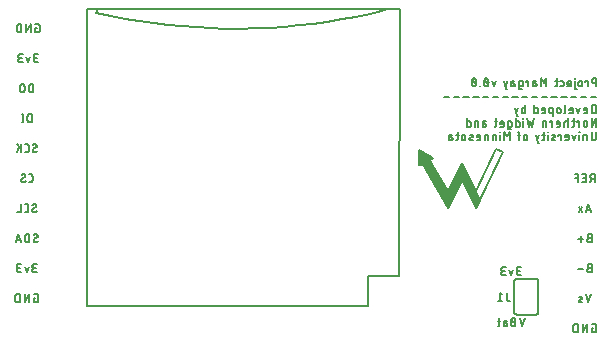
<source format=gbo>
G75*
%MOIN*%
%OFA0B0*%
%FSLAX25Y25*%
%IPPOS*%
%LPD*%
%AMOC8*
5,1,8,0,0,1.08239X$1,22.5*
%
%ADD10C,0.00500*%
%ADD11C,0.00600*%
%ADD12C,0.00787*%
%ADD13C,0.00000*%
%ADD14C,0.00001*%
D10*
X0034531Y0031214D02*
X0128232Y0031214D01*
X0128232Y0041057D01*
X0138469Y0041057D01*
X0138862Y0130033D01*
X0134531Y0130033D01*
X0133744Y0129640D01*
X0134531Y0130033D02*
X0038075Y0130033D01*
X0037681Y0128852D01*
X0038075Y0130033D02*
X0034531Y0130033D01*
X0034531Y0031214D01*
X0018322Y0032964D02*
X0018322Y0034464D01*
X0018320Y0034511D01*
X0018315Y0034558D01*
X0018305Y0034604D01*
X0018293Y0034649D01*
X0018276Y0034694D01*
X0018257Y0034736D01*
X0018234Y0034777D01*
X0018207Y0034817D01*
X0018178Y0034854D01*
X0018146Y0034888D01*
X0018112Y0034920D01*
X0018075Y0034949D01*
X0018035Y0034976D01*
X0017994Y0034999D01*
X0017952Y0035018D01*
X0017907Y0035035D01*
X0017862Y0035047D01*
X0017816Y0035057D01*
X0017769Y0035062D01*
X0017722Y0035064D01*
X0016822Y0035064D01*
X0016822Y0033864D02*
X0016822Y0032364D01*
X0017722Y0032364D01*
X0017769Y0032366D01*
X0017816Y0032371D01*
X0017862Y0032381D01*
X0017907Y0032393D01*
X0017952Y0032410D01*
X0017994Y0032429D01*
X0018035Y0032452D01*
X0018075Y0032479D01*
X0018112Y0032508D01*
X0018146Y0032540D01*
X0018178Y0032574D01*
X0018207Y0032611D01*
X0018234Y0032651D01*
X0018257Y0032692D01*
X0018276Y0032734D01*
X0018293Y0032779D01*
X0018305Y0032824D01*
X0018315Y0032870D01*
X0018320Y0032917D01*
X0018322Y0032964D01*
X0017272Y0033864D02*
X0016822Y0033864D01*
X0015250Y0035064D02*
X0013750Y0032364D01*
X0013750Y0035064D01*
X0015250Y0035064D02*
X0015250Y0032364D01*
X0012178Y0032364D02*
X0012178Y0035064D01*
X0011428Y0035064D01*
X0011374Y0035062D01*
X0011321Y0035056D01*
X0011269Y0035047D01*
X0011217Y0035034D01*
X0011166Y0035017D01*
X0011116Y0034996D01*
X0011069Y0034972D01*
X0011023Y0034945D01*
X0010979Y0034914D01*
X0010937Y0034881D01*
X0010898Y0034844D01*
X0010861Y0034805D01*
X0010828Y0034763D01*
X0010797Y0034719D01*
X0010770Y0034673D01*
X0010746Y0034626D01*
X0010725Y0034576D01*
X0010708Y0034525D01*
X0010695Y0034473D01*
X0010686Y0034421D01*
X0010680Y0034368D01*
X0010678Y0034314D01*
X0010678Y0033114D01*
X0010680Y0033060D01*
X0010686Y0033007D01*
X0010695Y0032955D01*
X0010708Y0032903D01*
X0010725Y0032852D01*
X0010746Y0032802D01*
X0010770Y0032755D01*
X0010797Y0032709D01*
X0010828Y0032665D01*
X0010861Y0032623D01*
X0010898Y0032584D01*
X0010937Y0032547D01*
X0010979Y0032514D01*
X0011023Y0032483D01*
X0011069Y0032456D01*
X0011116Y0032432D01*
X0011166Y0032411D01*
X0011217Y0032394D01*
X0011269Y0032381D01*
X0011321Y0032372D01*
X0011374Y0032366D01*
X0011428Y0032364D01*
X0012178Y0032364D01*
X0011908Y0042364D02*
X0012658Y0042364D01*
X0011908Y0042364D02*
X0011854Y0042366D01*
X0011801Y0042372D01*
X0011749Y0042381D01*
X0011697Y0042394D01*
X0011646Y0042411D01*
X0011596Y0042432D01*
X0011549Y0042456D01*
X0011503Y0042483D01*
X0011459Y0042514D01*
X0011417Y0042547D01*
X0011378Y0042584D01*
X0011341Y0042623D01*
X0011308Y0042665D01*
X0011277Y0042709D01*
X0011250Y0042755D01*
X0011226Y0042802D01*
X0011205Y0042852D01*
X0011188Y0042903D01*
X0011175Y0042955D01*
X0011166Y0043007D01*
X0011160Y0043060D01*
X0011158Y0043114D01*
X0011160Y0043168D01*
X0011166Y0043221D01*
X0011175Y0043273D01*
X0011188Y0043325D01*
X0011205Y0043376D01*
X0011226Y0043426D01*
X0011250Y0043473D01*
X0011277Y0043519D01*
X0011308Y0043563D01*
X0011341Y0043605D01*
X0011378Y0043644D01*
X0011417Y0043681D01*
X0011459Y0043714D01*
X0011503Y0043745D01*
X0011549Y0043772D01*
X0011596Y0043796D01*
X0011646Y0043817D01*
X0011697Y0043834D01*
X0011749Y0043847D01*
X0011801Y0043856D01*
X0011854Y0043862D01*
X0011908Y0043864D01*
X0011758Y0043864D02*
X0012358Y0043864D01*
X0011758Y0043864D02*
X0011710Y0043866D01*
X0011662Y0043872D01*
X0011614Y0043881D01*
X0011568Y0043895D01*
X0011523Y0043912D01*
X0011479Y0043933D01*
X0011437Y0043957D01*
X0011398Y0043984D01*
X0011360Y0044015D01*
X0011325Y0044048D01*
X0011293Y0044085D01*
X0011264Y0044123D01*
X0011238Y0044164D01*
X0011216Y0044207D01*
X0011197Y0044251D01*
X0011182Y0044297D01*
X0011170Y0044344D01*
X0011162Y0044392D01*
X0011158Y0044440D01*
X0011158Y0044488D01*
X0011162Y0044536D01*
X0011170Y0044584D01*
X0011182Y0044631D01*
X0011197Y0044677D01*
X0011216Y0044721D01*
X0011238Y0044764D01*
X0011264Y0044805D01*
X0011293Y0044843D01*
X0011325Y0044880D01*
X0011360Y0044913D01*
X0011398Y0044944D01*
X0011437Y0044971D01*
X0011479Y0044995D01*
X0011523Y0045016D01*
X0011568Y0045033D01*
X0011614Y0045047D01*
X0011662Y0045056D01*
X0011710Y0045062D01*
X0011758Y0045064D01*
X0012658Y0045064D01*
X0013900Y0044164D02*
X0014500Y0042364D01*
X0015100Y0044164D01*
X0016942Y0043864D02*
X0017542Y0043864D01*
X0016942Y0043864D02*
X0016894Y0043866D01*
X0016846Y0043872D01*
X0016798Y0043881D01*
X0016752Y0043895D01*
X0016707Y0043912D01*
X0016663Y0043933D01*
X0016621Y0043957D01*
X0016582Y0043984D01*
X0016544Y0044015D01*
X0016509Y0044048D01*
X0016477Y0044085D01*
X0016448Y0044123D01*
X0016422Y0044164D01*
X0016400Y0044207D01*
X0016381Y0044251D01*
X0016366Y0044297D01*
X0016354Y0044344D01*
X0016346Y0044392D01*
X0016342Y0044440D01*
X0016342Y0044488D01*
X0016346Y0044536D01*
X0016354Y0044584D01*
X0016366Y0044631D01*
X0016381Y0044677D01*
X0016400Y0044721D01*
X0016422Y0044764D01*
X0016448Y0044805D01*
X0016477Y0044843D01*
X0016509Y0044880D01*
X0016544Y0044913D01*
X0016582Y0044944D01*
X0016621Y0044971D01*
X0016663Y0044995D01*
X0016707Y0045016D01*
X0016752Y0045033D01*
X0016798Y0045047D01*
X0016846Y0045056D01*
X0016894Y0045062D01*
X0016942Y0045064D01*
X0017842Y0045064D01*
X0017092Y0043864D02*
X0017038Y0043862D01*
X0016985Y0043856D01*
X0016933Y0043847D01*
X0016881Y0043834D01*
X0016830Y0043817D01*
X0016780Y0043796D01*
X0016733Y0043772D01*
X0016687Y0043745D01*
X0016643Y0043714D01*
X0016601Y0043681D01*
X0016562Y0043644D01*
X0016525Y0043605D01*
X0016492Y0043563D01*
X0016461Y0043519D01*
X0016434Y0043473D01*
X0016410Y0043426D01*
X0016389Y0043376D01*
X0016372Y0043325D01*
X0016359Y0043273D01*
X0016350Y0043221D01*
X0016344Y0043168D01*
X0016342Y0043114D01*
X0016344Y0043060D01*
X0016350Y0043007D01*
X0016359Y0042955D01*
X0016372Y0042903D01*
X0016389Y0042852D01*
X0016410Y0042802D01*
X0016434Y0042755D01*
X0016461Y0042709D01*
X0016492Y0042665D01*
X0016525Y0042623D01*
X0016562Y0042584D01*
X0016601Y0042547D01*
X0016643Y0042514D01*
X0016687Y0042483D01*
X0016733Y0042456D01*
X0016780Y0042432D01*
X0016830Y0042411D01*
X0016881Y0042394D01*
X0016933Y0042381D01*
X0016985Y0042372D01*
X0017038Y0042366D01*
X0017092Y0042364D01*
X0017842Y0042364D01*
X0015373Y0052364D02*
X0014623Y0052364D01*
X0015373Y0052364D02*
X0015373Y0055064D01*
X0014623Y0055064D01*
X0014569Y0055062D01*
X0014516Y0055056D01*
X0014464Y0055047D01*
X0014412Y0055034D01*
X0014361Y0055017D01*
X0014311Y0054996D01*
X0014264Y0054972D01*
X0014218Y0054945D01*
X0014174Y0054914D01*
X0014132Y0054881D01*
X0014093Y0054844D01*
X0014056Y0054805D01*
X0014023Y0054763D01*
X0013992Y0054719D01*
X0013965Y0054673D01*
X0013941Y0054626D01*
X0013920Y0054576D01*
X0013903Y0054525D01*
X0013890Y0054473D01*
X0013881Y0054421D01*
X0013875Y0054368D01*
X0013873Y0054314D01*
X0013873Y0053114D01*
X0013875Y0053060D01*
X0013881Y0053007D01*
X0013890Y0052955D01*
X0013903Y0052903D01*
X0013920Y0052852D01*
X0013941Y0052802D01*
X0013965Y0052755D01*
X0013992Y0052709D01*
X0014023Y0052665D01*
X0014056Y0052623D01*
X0014093Y0052584D01*
X0014132Y0052547D01*
X0014174Y0052514D01*
X0014218Y0052483D01*
X0014264Y0052456D01*
X0014311Y0052432D01*
X0014361Y0052411D01*
X0014412Y0052394D01*
X0014464Y0052381D01*
X0014516Y0052372D01*
X0014569Y0052366D01*
X0014623Y0052364D01*
X0012547Y0052364D02*
X0011647Y0055064D01*
X0010747Y0052364D01*
X0010972Y0053039D02*
X0012322Y0053039D01*
X0017053Y0053489D02*
X0017878Y0053939D01*
X0017578Y0055064D02*
X0017512Y0055062D01*
X0017447Y0055056D01*
X0017382Y0055047D01*
X0017317Y0055033D01*
X0017254Y0055016D01*
X0017191Y0054995D01*
X0017130Y0054971D01*
X0017071Y0054943D01*
X0017013Y0054912D01*
X0016957Y0054877D01*
X0016903Y0054839D01*
X0017878Y0053939D02*
X0017919Y0053966D01*
X0017958Y0053995D01*
X0017994Y0054028D01*
X0018027Y0054063D01*
X0018058Y0054101D01*
X0018085Y0054141D01*
X0018109Y0054183D01*
X0018130Y0054227D01*
X0018147Y0054273D01*
X0018161Y0054319D01*
X0018170Y0054367D01*
X0018176Y0054415D01*
X0018178Y0054464D01*
X0018176Y0054511D01*
X0018171Y0054558D01*
X0018161Y0054604D01*
X0018149Y0054649D01*
X0018132Y0054694D01*
X0018113Y0054736D01*
X0018090Y0054777D01*
X0018063Y0054817D01*
X0018034Y0054854D01*
X0018002Y0054888D01*
X0017968Y0054920D01*
X0017931Y0054949D01*
X0017891Y0054976D01*
X0017850Y0054999D01*
X0017808Y0055018D01*
X0017763Y0055035D01*
X0017718Y0055047D01*
X0017672Y0055057D01*
X0017625Y0055062D01*
X0017578Y0055064D01*
X0018253Y0052740D02*
X0018204Y0052694D01*
X0018154Y0052650D01*
X0018101Y0052609D01*
X0018046Y0052572D01*
X0017990Y0052537D01*
X0017931Y0052505D01*
X0017871Y0052476D01*
X0017809Y0052450D01*
X0017747Y0052428D01*
X0017683Y0052409D01*
X0017618Y0052393D01*
X0017552Y0052381D01*
X0017486Y0052372D01*
X0017420Y0052367D01*
X0017353Y0052365D01*
X0017353Y0052364D02*
X0017306Y0052366D01*
X0017259Y0052371D01*
X0017213Y0052381D01*
X0017168Y0052393D01*
X0017123Y0052410D01*
X0017081Y0052429D01*
X0017040Y0052452D01*
X0017000Y0052479D01*
X0016963Y0052508D01*
X0016929Y0052540D01*
X0016897Y0052574D01*
X0016868Y0052611D01*
X0016841Y0052651D01*
X0016818Y0052692D01*
X0016799Y0052734D01*
X0016782Y0052779D01*
X0016770Y0052824D01*
X0016760Y0052870D01*
X0016755Y0052917D01*
X0016753Y0052964D01*
X0016755Y0053013D01*
X0016761Y0053061D01*
X0016770Y0053109D01*
X0016784Y0053155D01*
X0016801Y0053201D01*
X0016822Y0053245D01*
X0016846Y0053287D01*
X0016873Y0053327D01*
X0016904Y0053365D01*
X0016937Y0053400D01*
X0016973Y0053433D01*
X0017012Y0053462D01*
X0017053Y0053489D01*
X0014373Y0062364D02*
X0013773Y0062364D01*
X0014373Y0062364D02*
X0014420Y0062366D01*
X0014467Y0062371D01*
X0014513Y0062381D01*
X0014558Y0062393D01*
X0014603Y0062410D01*
X0014645Y0062429D01*
X0014686Y0062452D01*
X0014726Y0062479D01*
X0014763Y0062508D01*
X0014797Y0062540D01*
X0014829Y0062574D01*
X0014858Y0062611D01*
X0014885Y0062651D01*
X0014908Y0062692D01*
X0014927Y0062734D01*
X0014944Y0062779D01*
X0014956Y0062824D01*
X0014966Y0062870D01*
X0014971Y0062917D01*
X0014973Y0062964D01*
X0014973Y0064464D01*
X0014971Y0064511D01*
X0014966Y0064558D01*
X0014956Y0064604D01*
X0014944Y0064649D01*
X0014927Y0064694D01*
X0014908Y0064736D01*
X0014885Y0064777D01*
X0014858Y0064817D01*
X0014829Y0064854D01*
X0014797Y0064888D01*
X0014763Y0064920D01*
X0014726Y0064949D01*
X0014686Y0064976D01*
X0014645Y0064999D01*
X0014603Y0065018D01*
X0014558Y0065035D01*
X0014513Y0065047D01*
X0014467Y0065057D01*
X0014420Y0065062D01*
X0014373Y0065064D01*
X0013773Y0065064D01*
X0012456Y0065064D02*
X0012456Y0062364D01*
X0011256Y0062364D01*
X0016544Y0063489D02*
X0017369Y0063939D01*
X0017069Y0065064D02*
X0017003Y0065062D01*
X0016938Y0065056D01*
X0016873Y0065047D01*
X0016808Y0065033D01*
X0016745Y0065016D01*
X0016682Y0064995D01*
X0016621Y0064971D01*
X0016562Y0064943D01*
X0016504Y0064912D01*
X0016448Y0064877D01*
X0016394Y0064839D01*
X0017369Y0063939D02*
X0017410Y0063966D01*
X0017449Y0063995D01*
X0017485Y0064028D01*
X0017518Y0064063D01*
X0017549Y0064101D01*
X0017576Y0064141D01*
X0017600Y0064183D01*
X0017621Y0064227D01*
X0017638Y0064273D01*
X0017652Y0064319D01*
X0017661Y0064367D01*
X0017667Y0064415D01*
X0017669Y0064464D01*
X0017667Y0064511D01*
X0017662Y0064558D01*
X0017652Y0064604D01*
X0017640Y0064649D01*
X0017623Y0064694D01*
X0017604Y0064736D01*
X0017581Y0064777D01*
X0017554Y0064817D01*
X0017525Y0064854D01*
X0017493Y0064888D01*
X0017459Y0064920D01*
X0017422Y0064949D01*
X0017382Y0064976D01*
X0017341Y0064999D01*
X0017299Y0065018D01*
X0017254Y0065035D01*
X0017209Y0065047D01*
X0017163Y0065057D01*
X0017116Y0065062D01*
X0017069Y0065064D01*
X0017744Y0062740D02*
X0017695Y0062694D01*
X0017645Y0062650D01*
X0017592Y0062609D01*
X0017537Y0062572D01*
X0017481Y0062537D01*
X0017422Y0062505D01*
X0017362Y0062476D01*
X0017300Y0062450D01*
X0017238Y0062428D01*
X0017174Y0062409D01*
X0017109Y0062393D01*
X0017043Y0062381D01*
X0016977Y0062372D01*
X0016911Y0062367D01*
X0016844Y0062365D01*
X0016844Y0062364D02*
X0016797Y0062366D01*
X0016750Y0062371D01*
X0016704Y0062381D01*
X0016659Y0062393D01*
X0016614Y0062410D01*
X0016572Y0062429D01*
X0016531Y0062452D01*
X0016491Y0062479D01*
X0016454Y0062508D01*
X0016420Y0062540D01*
X0016388Y0062574D01*
X0016359Y0062611D01*
X0016332Y0062651D01*
X0016309Y0062692D01*
X0016290Y0062734D01*
X0016273Y0062779D01*
X0016261Y0062824D01*
X0016251Y0062870D01*
X0016246Y0062917D01*
X0016244Y0062964D01*
X0016245Y0062964D02*
X0016247Y0063013D01*
X0016253Y0063061D01*
X0016262Y0063109D01*
X0016276Y0063155D01*
X0016293Y0063201D01*
X0016314Y0063245D01*
X0016338Y0063287D01*
X0016365Y0063327D01*
X0016396Y0063365D01*
X0016429Y0063400D01*
X0016465Y0063433D01*
X0016504Y0063462D01*
X0016545Y0063489D01*
X0015808Y0072364D02*
X0015208Y0072364D01*
X0015808Y0072364D02*
X0015855Y0072366D01*
X0015902Y0072371D01*
X0015948Y0072381D01*
X0015993Y0072393D01*
X0016038Y0072410D01*
X0016080Y0072429D01*
X0016121Y0072452D01*
X0016161Y0072479D01*
X0016198Y0072508D01*
X0016232Y0072540D01*
X0016264Y0072574D01*
X0016293Y0072611D01*
X0016320Y0072651D01*
X0016343Y0072692D01*
X0016362Y0072734D01*
X0016379Y0072779D01*
X0016391Y0072824D01*
X0016401Y0072870D01*
X0016406Y0072917D01*
X0016408Y0072964D01*
X0016408Y0074464D01*
X0016406Y0074511D01*
X0016401Y0074558D01*
X0016391Y0074604D01*
X0016379Y0074649D01*
X0016362Y0074694D01*
X0016343Y0074736D01*
X0016320Y0074777D01*
X0016293Y0074817D01*
X0016264Y0074854D01*
X0016232Y0074888D01*
X0016198Y0074920D01*
X0016161Y0074949D01*
X0016121Y0074976D01*
X0016080Y0074999D01*
X0016038Y0075018D01*
X0015993Y0075035D01*
X0015948Y0075047D01*
X0015902Y0075057D01*
X0015855Y0075062D01*
X0015808Y0075064D01*
X0015208Y0075064D01*
X0013717Y0073939D02*
X0012892Y0073489D01*
X0013192Y0072365D02*
X0013259Y0072367D01*
X0013325Y0072372D01*
X0013391Y0072381D01*
X0013457Y0072393D01*
X0013522Y0072409D01*
X0013586Y0072428D01*
X0013648Y0072450D01*
X0013710Y0072476D01*
X0013770Y0072505D01*
X0013829Y0072537D01*
X0013885Y0072572D01*
X0013940Y0072609D01*
X0013993Y0072650D01*
X0014043Y0072694D01*
X0014092Y0072740D01*
X0012892Y0073489D02*
X0012851Y0073462D01*
X0012812Y0073433D01*
X0012776Y0073400D01*
X0012743Y0073365D01*
X0012712Y0073327D01*
X0012685Y0073287D01*
X0012661Y0073245D01*
X0012640Y0073201D01*
X0012623Y0073155D01*
X0012609Y0073109D01*
X0012600Y0073061D01*
X0012594Y0073013D01*
X0012592Y0072964D01*
X0012594Y0072917D01*
X0012599Y0072870D01*
X0012609Y0072824D01*
X0012621Y0072779D01*
X0012638Y0072734D01*
X0012657Y0072692D01*
X0012680Y0072651D01*
X0012707Y0072611D01*
X0012736Y0072574D01*
X0012768Y0072540D01*
X0012802Y0072508D01*
X0012839Y0072479D01*
X0012879Y0072452D01*
X0012920Y0072429D01*
X0012962Y0072410D01*
X0013007Y0072393D01*
X0013052Y0072381D01*
X0013098Y0072371D01*
X0013145Y0072366D01*
X0013192Y0072364D01*
X0012742Y0074839D02*
X0012796Y0074877D01*
X0012852Y0074912D01*
X0012910Y0074943D01*
X0012969Y0074971D01*
X0013030Y0074995D01*
X0013093Y0075016D01*
X0013156Y0075033D01*
X0013221Y0075047D01*
X0013286Y0075056D01*
X0013351Y0075062D01*
X0013417Y0075064D01*
X0013464Y0075062D01*
X0013511Y0075057D01*
X0013557Y0075047D01*
X0013602Y0075035D01*
X0013647Y0075018D01*
X0013689Y0074999D01*
X0013730Y0074976D01*
X0013770Y0074949D01*
X0013807Y0074920D01*
X0013841Y0074888D01*
X0013873Y0074854D01*
X0013902Y0074817D01*
X0013929Y0074777D01*
X0013952Y0074736D01*
X0013971Y0074694D01*
X0013988Y0074649D01*
X0014000Y0074604D01*
X0014010Y0074558D01*
X0014015Y0074511D01*
X0014017Y0074464D01*
X0014016Y0074464D02*
X0014014Y0074415D01*
X0014008Y0074367D01*
X0013999Y0074319D01*
X0013985Y0074273D01*
X0013968Y0074227D01*
X0013947Y0074183D01*
X0013923Y0074141D01*
X0013896Y0074101D01*
X0013865Y0074063D01*
X0013832Y0074028D01*
X0013796Y0073995D01*
X0013757Y0073966D01*
X0013716Y0073939D01*
X0013950Y0082364D02*
X0014550Y0082364D01*
X0014597Y0082366D01*
X0014644Y0082371D01*
X0014690Y0082381D01*
X0014735Y0082393D01*
X0014780Y0082410D01*
X0014822Y0082429D01*
X0014863Y0082452D01*
X0014903Y0082479D01*
X0014940Y0082508D01*
X0014974Y0082540D01*
X0015006Y0082574D01*
X0015035Y0082611D01*
X0015062Y0082651D01*
X0015085Y0082692D01*
X0015104Y0082734D01*
X0015121Y0082779D01*
X0015133Y0082824D01*
X0015143Y0082870D01*
X0015148Y0082917D01*
X0015150Y0082964D01*
X0015150Y0084464D01*
X0015148Y0084511D01*
X0015143Y0084558D01*
X0015133Y0084604D01*
X0015121Y0084649D01*
X0015104Y0084694D01*
X0015085Y0084736D01*
X0015062Y0084777D01*
X0015035Y0084817D01*
X0015006Y0084854D01*
X0014974Y0084888D01*
X0014940Y0084920D01*
X0014903Y0084949D01*
X0014863Y0084976D01*
X0014822Y0084999D01*
X0014780Y0085018D01*
X0014735Y0085035D01*
X0014690Y0085047D01*
X0014644Y0085057D01*
X0014597Y0085062D01*
X0014550Y0085064D01*
X0013950Y0085064D01*
X0012579Y0085064D02*
X0012579Y0082364D01*
X0012579Y0083414D02*
X0011079Y0085064D01*
X0011979Y0084014D02*
X0011079Y0082364D01*
X0016721Y0083489D02*
X0017546Y0083939D01*
X0017246Y0085064D02*
X0017180Y0085062D01*
X0017115Y0085056D01*
X0017050Y0085047D01*
X0016985Y0085033D01*
X0016922Y0085016D01*
X0016859Y0084995D01*
X0016798Y0084971D01*
X0016739Y0084943D01*
X0016681Y0084912D01*
X0016625Y0084877D01*
X0016571Y0084839D01*
X0017546Y0083939D02*
X0017587Y0083966D01*
X0017626Y0083995D01*
X0017662Y0084028D01*
X0017695Y0084063D01*
X0017726Y0084101D01*
X0017753Y0084141D01*
X0017777Y0084183D01*
X0017798Y0084227D01*
X0017815Y0084273D01*
X0017829Y0084319D01*
X0017838Y0084367D01*
X0017844Y0084415D01*
X0017846Y0084464D01*
X0017844Y0084511D01*
X0017839Y0084558D01*
X0017829Y0084604D01*
X0017817Y0084649D01*
X0017800Y0084694D01*
X0017781Y0084736D01*
X0017758Y0084777D01*
X0017731Y0084817D01*
X0017702Y0084854D01*
X0017670Y0084888D01*
X0017636Y0084920D01*
X0017599Y0084949D01*
X0017559Y0084976D01*
X0017518Y0084999D01*
X0017476Y0085018D01*
X0017431Y0085035D01*
X0017386Y0085047D01*
X0017340Y0085057D01*
X0017293Y0085062D01*
X0017246Y0085064D01*
X0017921Y0082740D02*
X0017872Y0082694D01*
X0017822Y0082650D01*
X0017769Y0082609D01*
X0017714Y0082572D01*
X0017658Y0082537D01*
X0017599Y0082505D01*
X0017539Y0082476D01*
X0017477Y0082450D01*
X0017415Y0082428D01*
X0017351Y0082409D01*
X0017286Y0082393D01*
X0017220Y0082381D01*
X0017154Y0082372D01*
X0017088Y0082367D01*
X0017021Y0082365D01*
X0017021Y0082364D02*
X0016974Y0082366D01*
X0016927Y0082371D01*
X0016881Y0082381D01*
X0016836Y0082393D01*
X0016791Y0082410D01*
X0016749Y0082429D01*
X0016708Y0082452D01*
X0016668Y0082479D01*
X0016631Y0082508D01*
X0016597Y0082540D01*
X0016565Y0082574D01*
X0016536Y0082611D01*
X0016509Y0082651D01*
X0016486Y0082692D01*
X0016467Y0082734D01*
X0016450Y0082779D01*
X0016438Y0082824D01*
X0016428Y0082870D01*
X0016423Y0082917D01*
X0016421Y0082964D01*
X0016422Y0082964D02*
X0016424Y0083013D01*
X0016430Y0083061D01*
X0016439Y0083109D01*
X0016453Y0083155D01*
X0016470Y0083201D01*
X0016491Y0083245D01*
X0016515Y0083287D01*
X0016542Y0083327D01*
X0016573Y0083365D01*
X0016606Y0083400D01*
X0016642Y0083433D01*
X0016681Y0083462D01*
X0016722Y0083489D01*
X0016225Y0092364D02*
X0015475Y0092364D01*
X0016225Y0092364D02*
X0016225Y0095064D01*
X0015475Y0095064D01*
X0015421Y0095062D01*
X0015368Y0095056D01*
X0015316Y0095047D01*
X0015264Y0095034D01*
X0015213Y0095017D01*
X0015163Y0094996D01*
X0015116Y0094972D01*
X0015070Y0094945D01*
X0015026Y0094914D01*
X0014984Y0094881D01*
X0014945Y0094844D01*
X0014908Y0094805D01*
X0014875Y0094763D01*
X0014844Y0094719D01*
X0014817Y0094673D01*
X0014793Y0094626D01*
X0014772Y0094576D01*
X0014755Y0094525D01*
X0014742Y0094473D01*
X0014733Y0094421D01*
X0014727Y0094368D01*
X0014725Y0094314D01*
X0014725Y0093114D01*
X0014727Y0093060D01*
X0014733Y0093007D01*
X0014742Y0092955D01*
X0014755Y0092903D01*
X0014772Y0092852D01*
X0014793Y0092802D01*
X0014817Y0092755D01*
X0014844Y0092709D01*
X0014875Y0092665D01*
X0014908Y0092623D01*
X0014945Y0092584D01*
X0014984Y0092547D01*
X0015026Y0092514D01*
X0015070Y0092483D01*
X0015116Y0092456D01*
X0015163Y0092432D01*
X0015213Y0092411D01*
X0015264Y0092394D01*
X0015316Y0092381D01*
X0015368Y0092372D01*
X0015421Y0092366D01*
X0015475Y0092364D01*
X0013375Y0092364D02*
X0012775Y0092364D01*
X0013075Y0092364D02*
X0013075Y0095064D01*
X0013375Y0095064D02*
X0012775Y0095064D01*
X0015988Y0102364D02*
X0016738Y0102364D01*
X0016738Y0105064D01*
X0015988Y0105064D01*
X0015934Y0105062D01*
X0015881Y0105056D01*
X0015829Y0105047D01*
X0015777Y0105034D01*
X0015726Y0105017D01*
X0015676Y0104996D01*
X0015629Y0104972D01*
X0015583Y0104945D01*
X0015539Y0104914D01*
X0015497Y0104881D01*
X0015458Y0104844D01*
X0015421Y0104805D01*
X0015388Y0104763D01*
X0015357Y0104719D01*
X0015330Y0104673D01*
X0015306Y0104626D01*
X0015285Y0104576D01*
X0015268Y0104525D01*
X0015255Y0104473D01*
X0015246Y0104421D01*
X0015240Y0104368D01*
X0015238Y0104314D01*
X0015238Y0103114D01*
X0015240Y0103060D01*
X0015246Y0103007D01*
X0015255Y0102955D01*
X0015268Y0102903D01*
X0015285Y0102852D01*
X0015306Y0102802D01*
X0015330Y0102755D01*
X0015357Y0102709D01*
X0015388Y0102665D01*
X0015421Y0102623D01*
X0015458Y0102584D01*
X0015497Y0102547D01*
X0015539Y0102514D01*
X0015583Y0102483D01*
X0015629Y0102456D01*
X0015676Y0102432D01*
X0015726Y0102411D01*
X0015777Y0102394D01*
X0015829Y0102381D01*
X0015881Y0102372D01*
X0015934Y0102366D01*
X0015988Y0102364D01*
X0013762Y0103114D02*
X0013762Y0104314D01*
X0013760Y0104368D01*
X0013754Y0104421D01*
X0013745Y0104473D01*
X0013732Y0104525D01*
X0013715Y0104576D01*
X0013694Y0104626D01*
X0013670Y0104673D01*
X0013643Y0104719D01*
X0013612Y0104763D01*
X0013579Y0104805D01*
X0013542Y0104844D01*
X0013503Y0104881D01*
X0013461Y0104914D01*
X0013417Y0104945D01*
X0013371Y0104972D01*
X0013324Y0104996D01*
X0013274Y0105017D01*
X0013223Y0105034D01*
X0013171Y0105047D01*
X0013119Y0105056D01*
X0013066Y0105062D01*
X0013012Y0105064D01*
X0012958Y0105062D01*
X0012905Y0105056D01*
X0012853Y0105047D01*
X0012801Y0105034D01*
X0012750Y0105017D01*
X0012700Y0104996D01*
X0012653Y0104972D01*
X0012607Y0104945D01*
X0012563Y0104914D01*
X0012521Y0104881D01*
X0012482Y0104844D01*
X0012445Y0104805D01*
X0012412Y0104763D01*
X0012381Y0104719D01*
X0012354Y0104673D01*
X0012330Y0104626D01*
X0012309Y0104576D01*
X0012292Y0104525D01*
X0012279Y0104473D01*
X0012270Y0104421D01*
X0012264Y0104368D01*
X0012262Y0104314D01*
X0012262Y0103114D01*
X0012264Y0103060D01*
X0012270Y0103007D01*
X0012279Y0102955D01*
X0012292Y0102903D01*
X0012309Y0102852D01*
X0012330Y0102802D01*
X0012354Y0102755D01*
X0012381Y0102709D01*
X0012412Y0102665D01*
X0012445Y0102623D01*
X0012482Y0102584D01*
X0012521Y0102547D01*
X0012563Y0102514D01*
X0012607Y0102483D01*
X0012653Y0102456D01*
X0012700Y0102432D01*
X0012750Y0102411D01*
X0012801Y0102394D01*
X0012853Y0102381D01*
X0012905Y0102372D01*
X0012958Y0102366D01*
X0013012Y0102364D01*
X0013066Y0102366D01*
X0013119Y0102372D01*
X0013171Y0102381D01*
X0013223Y0102394D01*
X0013274Y0102411D01*
X0013324Y0102432D01*
X0013371Y0102456D01*
X0013417Y0102483D01*
X0013461Y0102514D01*
X0013503Y0102547D01*
X0013542Y0102584D01*
X0013579Y0102623D01*
X0013612Y0102665D01*
X0013643Y0102709D01*
X0013670Y0102755D01*
X0013694Y0102802D01*
X0013715Y0102852D01*
X0013732Y0102903D01*
X0013745Y0102955D01*
X0013754Y0103007D01*
X0013760Y0103060D01*
X0013762Y0103114D01*
X0013158Y0112364D02*
X0012408Y0112364D01*
X0012354Y0112366D01*
X0012301Y0112372D01*
X0012249Y0112381D01*
X0012197Y0112394D01*
X0012146Y0112411D01*
X0012096Y0112432D01*
X0012049Y0112456D01*
X0012003Y0112483D01*
X0011959Y0112514D01*
X0011917Y0112547D01*
X0011878Y0112584D01*
X0011841Y0112623D01*
X0011808Y0112665D01*
X0011777Y0112709D01*
X0011750Y0112755D01*
X0011726Y0112802D01*
X0011705Y0112852D01*
X0011688Y0112903D01*
X0011675Y0112955D01*
X0011666Y0113007D01*
X0011660Y0113060D01*
X0011658Y0113114D01*
X0011660Y0113168D01*
X0011666Y0113221D01*
X0011675Y0113273D01*
X0011688Y0113325D01*
X0011705Y0113376D01*
X0011726Y0113426D01*
X0011750Y0113473D01*
X0011777Y0113519D01*
X0011808Y0113563D01*
X0011841Y0113605D01*
X0011878Y0113644D01*
X0011917Y0113681D01*
X0011959Y0113714D01*
X0012003Y0113745D01*
X0012049Y0113772D01*
X0012096Y0113796D01*
X0012146Y0113817D01*
X0012197Y0113834D01*
X0012249Y0113847D01*
X0012301Y0113856D01*
X0012354Y0113862D01*
X0012408Y0113864D01*
X0012258Y0113864D02*
X0012858Y0113864D01*
X0012258Y0113864D02*
X0012210Y0113866D01*
X0012162Y0113872D01*
X0012114Y0113881D01*
X0012068Y0113895D01*
X0012023Y0113912D01*
X0011979Y0113933D01*
X0011937Y0113957D01*
X0011898Y0113984D01*
X0011860Y0114015D01*
X0011825Y0114048D01*
X0011793Y0114085D01*
X0011764Y0114123D01*
X0011738Y0114164D01*
X0011716Y0114207D01*
X0011697Y0114251D01*
X0011682Y0114297D01*
X0011670Y0114344D01*
X0011662Y0114392D01*
X0011658Y0114440D01*
X0011658Y0114488D01*
X0011662Y0114536D01*
X0011670Y0114584D01*
X0011682Y0114631D01*
X0011697Y0114677D01*
X0011716Y0114721D01*
X0011738Y0114764D01*
X0011764Y0114805D01*
X0011793Y0114843D01*
X0011825Y0114880D01*
X0011860Y0114913D01*
X0011898Y0114944D01*
X0011937Y0114971D01*
X0011979Y0114995D01*
X0012023Y0115016D01*
X0012068Y0115033D01*
X0012114Y0115047D01*
X0012162Y0115056D01*
X0012210Y0115062D01*
X0012258Y0115064D01*
X0013158Y0115064D01*
X0014400Y0114164D02*
X0015000Y0112364D01*
X0015600Y0114164D01*
X0017442Y0113864D02*
X0018042Y0113864D01*
X0017442Y0113864D02*
X0017394Y0113866D01*
X0017346Y0113872D01*
X0017298Y0113881D01*
X0017252Y0113895D01*
X0017207Y0113912D01*
X0017163Y0113933D01*
X0017121Y0113957D01*
X0017082Y0113984D01*
X0017044Y0114015D01*
X0017009Y0114048D01*
X0016977Y0114085D01*
X0016948Y0114123D01*
X0016922Y0114164D01*
X0016900Y0114207D01*
X0016881Y0114251D01*
X0016866Y0114297D01*
X0016854Y0114344D01*
X0016846Y0114392D01*
X0016842Y0114440D01*
X0016842Y0114488D01*
X0016846Y0114536D01*
X0016854Y0114584D01*
X0016866Y0114631D01*
X0016881Y0114677D01*
X0016900Y0114721D01*
X0016922Y0114764D01*
X0016948Y0114805D01*
X0016977Y0114843D01*
X0017009Y0114880D01*
X0017044Y0114913D01*
X0017082Y0114944D01*
X0017121Y0114971D01*
X0017163Y0114995D01*
X0017207Y0115016D01*
X0017252Y0115033D01*
X0017298Y0115047D01*
X0017346Y0115056D01*
X0017394Y0115062D01*
X0017442Y0115064D01*
X0018342Y0115064D01*
X0017592Y0113864D02*
X0017538Y0113862D01*
X0017485Y0113856D01*
X0017433Y0113847D01*
X0017381Y0113834D01*
X0017330Y0113817D01*
X0017280Y0113796D01*
X0017233Y0113772D01*
X0017187Y0113745D01*
X0017143Y0113714D01*
X0017101Y0113681D01*
X0017062Y0113644D01*
X0017025Y0113605D01*
X0016992Y0113563D01*
X0016961Y0113519D01*
X0016934Y0113473D01*
X0016910Y0113426D01*
X0016889Y0113376D01*
X0016872Y0113325D01*
X0016859Y0113273D01*
X0016850Y0113221D01*
X0016844Y0113168D01*
X0016842Y0113114D01*
X0016844Y0113060D01*
X0016850Y0113007D01*
X0016859Y0112955D01*
X0016872Y0112903D01*
X0016889Y0112852D01*
X0016910Y0112802D01*
X0016934Y0112755D01*
X0016961Y0112709D01*
X0016992Y0112665D01*
X0017025Y0112623D01*
X0017062Y0112584D01*
X0017101Y0112547D01*
X0017143Y0112514D01*
X0017187Y0112483D01*
X0017233Y0112456D01*
X0017280Y0112432D01*
X0017330Y0112411D01*
X0017381Y0112394D01*
X0017433Y0112381D01*
X0017485Y0112372D01*
X0017538Y0112366D01*
X0017592Y0112364D01*
X0018342Y0112364D01*
X0018222Y0122364D02*
X0017322Y0122364D01*
X0017322Y0123864D01*
X0017772Y0123864D01*
X0018822Y0124464D02*
X0018820Y0124511D01*
X0018815Y0124558D01*
X0018805Y0124604D01*
X0018793Y0124649D01*
X0018776Y0124694D01*
X0018757Y0124736D01*
X0018734Y0124777D01*
X0018707Y0124817D01*
X0018678Y0124854D01*
X0018646Y0124888D01*
X0018612Y0124920D01*
X0018575Y0124949D01*
X0018535Y0124976D01*
X0018494Y0124999D01*
X0018452Y0125018D01*
X0018407Y0125035D01*
X0018362Y0125047D01*
X0018316Y0125057D01*
X0018269Y0125062D01*
X0018222Y0125064D01*
X0017322Y0125064D01*
X0015750Y0125064D02*
X0014250Y0122364D01*
X0014250Y0125064D01*
X0015750Y0125064D02*
X0015750Y0122364D01*
X0018222Y0122364D02*
X0018269Y0122366D01*
X0018316Y0122371D01*
X0018362Y0122381D01*
X0018407Y0122393D01*
X0018452Y0122410D01*
X0018494Y0122429D01*
X0018535Y0122452D01*
X0018575Y0122479D01*
X0018612Y0122508D01*
X0018646Y0122540D01*
X0018678Y0122574D01*
X0018707Y0122611D01*
X0018734Y0122651D01*
X0018757Y0122692D01*
X0018776Y0122734D01*
X0018793Y0122779D01*
X0018805Y0122824D01*
X0018815Y0122870D01*
X0018820Y0122917D01*
X0018822Y0122964D01*
X0018822Y0124464D01*
X0012678Y0125064D02*
X0012678Y0122364D01*
X0011928Y0122364D01*
X0011874Y0122366D01*
X0011821Y0122372D01*
X0011769Y0122381D01*
X0011717Y0122394D01*
X0011666Y0122411D01*
X0011616Y0122432D01*
X0011569Y0122456D01*
X0011523Y0122483D01*
X0011479Y0122514D01*
X0011437Y0122547D01*
X0011398Y0122584D01*
X0011361Y0122623D01*
X0011328Y0122665D01*
X0011297Y0122709D01*
X0011270Y0122755D01*
X0011246Y0122802D01*
X0011225Y0122852D01*
X0011208Y0122903D01*
X0011195Y0122955D01*
X0011186Y0123007D01*
X0011180Y0123060D01*
X0011178Y0123114D01*
X0011178Y0124314D01*
X0011180Y0124368D01*
X0011186Y0124421D01*
X0011195Y0124473D01*
X0011208Y0124525D01*
X0011225Y0124576D01*
X0011246Y0124626D01*
X0011270Y0124673D01*
X0011297Y0124719D01*
X0011328Y0124763D01*
X0011361Y0124805D01*
X0011398Y0124844D01*
X0011437Y0124881D01*
X0011479Y0124914D01*
X0011523Y0124945D01*
X0011569Y0124972D01*
X0011616Y0124996D01*
X0011666Y0125017D01*
X0011717Y0125034D01*
X0011769Y0125047D01*
X0011821Y0125056D01*
X0011874Y0125062D01*
X0011928Y0125064D01*
X0012678Y0125064D01*
X0037681Y0128852D02*
X0042416Y0127811D01*
X0047175Y0126882D01*
X0051954Y0126066D01*
X0056751Y0125363D01*
X0061563Y0124774D01*
X0066388Y0124299D01*
X0071223Y0123937D01*
X0076065Y0123691D01*
X0080911Y0123558D01*
X0085760Y0123541D01*
X0090607Y0123638D01*
X0095451Y0123850D01*
X0100288Y0124176D01*
X0105116Y0124616D01*
X0109932Y0125170D01*
X0114734Y0125839D01*
X0119519Y0126620D01*
X0124284Y0127514D01*
X0129027Y0128521D01*
X0133744Y0129640D01*
X0163027Y0106424D02*
X0164227Y0104924D01*
X0163627Y0104324D02*
X0163581Y0104326D01*
X0163536Y0104332D01*
X0163491Y0104341D01*
X0163447Y0104354D01*
X0163404Y0104371D01*
X0163363Y0104391D01*
X0163323Y0104414D01*
X0163286Y0104441D01*
X0163251Y0104471D01*
X0163219Y0104503D01*
X0163189Y0104538D01*
X0163162Y0104576D01*
X0163139Y0104615D01*
X0163119Y0104656D01*
X0163102Y0104699D01*
X0163627Y0104324D02*
X0163673Y0104326D01*
X0163718Y0104332D01*
X0163763Y0104341D01*
X0163807Y0104354D01*
X0163850Y0104371D01*
X0163891Y0104391D01*
X0163931Y0104414D01*
X0163968Y0104441D01*
X0164003Y0104471D01*
X0164035Y0104503D01*
X0164065Y0104538D01*
X0164092Y0104576D01*
X0164115Y0104615D01*
X0164135Y0104656D01*
X0164152Y0104699D01*
X0163102Y0104699D02*
X0163064Y0104782D01*
X0163028Y0104867D01*
X0162997Y0104953D01*
X0162969Y0105041D01*
X0162945Y0105129D01*
X0162924Y0105218D01*
X0162907Y0105309D01*
X0162894Y0105399D01*
X0162885Y0105491D01*
X0162879Y0105582D01*
X0162877Y0105674D01*
X0164377Y0105674D02*
X0164375Y0105582D01*
X0164369Y0105491D01*
X0164360Y0105399D01*
X0164347Y0105309D01*
X0164330Y0105218D01*
X0164309Y0105129D01*
X0164285Y0105041D01*
X0164257Y0104953D01*
X0164226Y0104867D01*
X0164190Y0104782D01*
X0164152Y0104699D01*
X0162877Y0105674D02*
X0162879Y0105766D01*
X0162885Y0105857D01*
X0162894Y0105949D01*
X0162907Y0106039D01*
X0162924Y0106130D01*
X0162945Y0106219D01*
X0162969Y0106307D01*
X0162997Y0106395D01*
X0163028Y0106481D01*
X0163064Y0106566D01*
X0163102Y0106649D01*
X0163119Y0106692D01*
X0163139Y0106733D01*
X0163162Y0106772D01*
X0163189Y0106810D01*
X0163219Y0106845D01*
X0163251Y0106877D01*
X0163286Y0106907D01*
X0163323Y0106934D01*
X0163363Y0106957D01*
X0163404Y0106977D01*
X0163447Y0106994D01*
X0163491Y0107007D01*
X0163536Y0107016D01*
X0163581Y0107022D01*
X0163627Y0107024D01*
X0163673Y0107022D01*
X0163718Y0107016D01*
X0163763Y0107007D01*
X0163807Y0106994D01*
X0163850Y0106977D01*
X0163891Y0106957D01*
X0163931Y0106934D01*
X0163968Y0106907D01*
X0164003Y0106877D01*
X0164035Y0106845D01*
X0164065Y0106810D01*
X0164092Y0106772D01*
X0164115Y0106733D01*
X0164135Y0106692D01*
X0164152Y0106649D01*
X0164190Y0106566D01*
X0164226Y0106481D01*
X0164257Y0106395D01*
X0164285Y0106307D01*
X0164309Y0106219D01*
X0164330Y0106130D01*
X0164347Y0106039D01*
X0164360Y0105949D01*
X0164369Y0105857D01*
X0164375Y0105766D01*
X0164377Y0105674D01*
X0165568Y0104474D02*
X0165568Y0104324D01*
X0165718Y0104324D01*
X0165718Y0104474D01*
X0165568Y0104474D01*
X0168184Y0104699D02*
X0168222Y0104782D01*
X0168258Y0104867D01*
X0168289Y0104953D01*
X0168317Y0105041D01*
X0168341Y0105129D01*
X0168362Y0105218D01*
X0168379Y0105309D01*
X0168392Y0105399D01*
X0168401Y0105491D01*
X0168407Y0105582D01*
X0168409Y0105674D01*
X0166909Y0105674D02*
X0166911Y0105582D01*
X0166917Y0105491D01*
X0166926Y0105399D01*
X0166939Y0105309D01*
X0166956Y0105218D01*
X0166977Y0105129D01*
X0167001Y0105041D01*
X0167029Y0104953D01*
X0167060Y0104867D01*
X0167096Y0104782D01*
X0167134Y0104699D01*
X0167151Y0104656D01*
X0167171Y0104615D01*
X0167194Y0104576D01*
X0167221Y0104538D01*
X0167251Y0104503D01*
X0167283Y0104471D01*
X0167318Y0104441D01*
X0167355Y0104414D01*
X0167395Y0104391D01*
X0167436Y0104371D01*
X0167479Y0104354D01*
X0167523Y0104341D01*
X0167568Y0104332D01*
X0167613Y0104326D01*
X0167659Y0104324D01*
X0167705Y0104326D01*
X0167750Y0104332D01*
X0167795Y0104341D01*
X0167839Y0104354D01*
X0167882Y0104371D01*
X0167923Y0104391D01*
X0167963Y0104414D01*
X0168000Y0104441D01*
X0168035Y0104471D01*
X0168067Y0104503D01*
X0168097Y0104538D01*
X0168124Y0104576D01*
X0168147Y0104615D01*
X0168167Y0104656D01*
X0168184Y0104699D01*
X0168259Y0104924D02*
X0167059Y0106424D01*
X0167134Y0106649D02*
X0167151Y0106692D01*
X0167171Y0106733D01*
X0167194Y0106772D01*
X0167221Y0106810D01*
X0167251Y0106845D01*
X0167283Y0106877D01*
X0167318Y0106907D01*
X0167355Y0106934D01*
X0167395Y0106957D01*
X0167436Y0106977D01*
X0167479Y0106994D01*
X0167523Y0107007D01*
X0167568Y0107016D01*
X0167613Y0107022D01*
X0167659Y0107024D01*
X0167705Y0107022D01*
X0167750Y0107016D01*
X0167795Y0107007D01*
X0167839Y0106994D01*
X0167882Y0106977D01*
X0167923Y0106957D01*
X0167963Y0106934D01*
X0168000Y0106907D01*
X0168035Y0106877D01*
X0168067Y0106845D01*
X0168097Y0106810D01*
X0168124Y0106772D01*
X0168147Y0106733D01*
X0168167Y0106692D01*
X0168184Y0106649D01*
X0167134Y0106649D02*
X0167096Y0106566D01*
X0167060Y0106481D01*
X0167029Y0106395D01*
X0167001Y0106307D01*
X0166977Y0106219D01*
X0166956Y0106130D01*
X0166939Y0106039D01*
X0166926Y0105949D01*
X0166917Y0105857D01*
X0166911Y0105766D01*
X0166909Y0105674D01*
X0168409Y0105674D02*
X0168407Y0105766D01*
X0168401Y0105857D01*
X0168392Y0105949D01*
X0168379Y0106039D01*
X0168362Y0106130D01*
X0168341Y0106219D01*
X0168317Y0106307D01*
X0168289Y0106395D01*
X0168258Y0106481D01*
X0168222Y0106566D01*
X0168184Y0106649D01*
X0169651Y0106124D02*
X0170251Y0104324D01*
X0170851Y0106124D01*
X0173491Y0106124D02*
X0174391Y0103424D01*
X0174691Y0103424D01*
X0174091Y0104324D02*
X0174691Y0106124D01*
X0176009Y0105674D02*
X0176009Y0104324D01*
X0176684Y0104324D01*
X0176729Y0104326D01*
X0176773Y0104332D01*
X0176816Y0104341D01*
X0176859Y0104354D01*
X0176900Y0104371D01*
X0176940Y0104391D01*
X0176978Y0104414D01*
X0177014Y0104441D01*
X0177047Y0104470D01*
X0177078Y0104502D01*
X0177106Y0104537D01*
X0177131Y0104574D01*
X0177153Y0104613D01*
X0177171Y0104653D01*
X0177186Y0104695D01*
X0177197Y0104738D01*
X0177205Y0104782D01*
X0177209Y0104827D01*
X0177209Y0104871D01*
X0177205Y0104916D01*
X0177197Y0104960D01*
X0177186Y0105003D01*
X0177171Y0105045D01*
X0177153Y0105085D01*
X0177131Y0105124D01*
X0177106Y0105161D01*
X0177078Y0105196D01*
X0177047Y0105228D01*
X0177014Y0105257D01*
X0176978Y0105284D01*
X0176940Y0105307D01*
X0176900Y0105327D01*
X0176859Y0105344D01*
X0176816Y0105357D01*
X0176773Y0105366D01*
X0176729Y0105372D01*
X0176684Y0105374D01*
X0176009Y0105374D01*
X0176009Y0105674D02*
X0176011Y0105716D01*
X0176017Y0105757D01*
X0176026Y0105797D01*
X0176039Y0105837D01*
X0176056Y0105875D01*
X0176076Y0105911D01*
X0176100Y0105945D01*
X0176126Y0105977D01*
X0176156Y0106007D01*
X0176188Y0106033D01*
X0176222Y0106057D01*
X0176258Y0106077D01*
X0176296Y0106094D01*
X0176336Y0106107D01*
X0176376Y0106116D01*
X0176417Y0106122D01*
X0176459Y0106124D01*
X0177059Y0106124D01*
X0178601Y0106124D02*
X0178601Y0103874D01*
X0178603Y0103832D01*
X0178609Y0103791D01*
X0178618Y0103751D01*
X0178631Y0103711D01*
X0178648Y0103673D01*
X0178668Y0103637D01*
X0178692Y0103603D01*
X0178718Y0103571D01*
X0178748Y0103541D01*
X0178780Y0103515D01*
X0178814Y0103491D01*
X0178850Y0103471D01*
X0178888Y0103454D01*
X0178928Y0103441D01*
X0178968Y0103432D01*
X0179009Y0103426D01*
X0179051Y0103424D01*
X0179651Y0103424D01*
X0179351Y0104324D02*
X0178601Y0104324D01*
X0179351Y0104324D02*
X0179393Y0104326D01*
X0179434Y0104332D01*
X0179474Y0104341D01*
X0179514Y0104354D01*
X0179552Y0104371D01*
X0179588Y0104391D01*
X0179622Y0104415D01*
X0179654Y0104441D01*
X0179684Y0104471D01*
X0179710Y0104503D01*
X0179734Y0104537D01*
X0179754Y0104573D01*
X0179771Y0104611D01*
X0179784Y0104651D01*
X0179793Y0104691D01*
X0179799Y0104732D01*
X0179801Y0104774D01*
X0179801Y0105674D01*
X0179799Y0105716D01*
X0179793Y0105757D01*
X0179784Y0105797D01*
X0179771Y0105837D01*
X0179754Y0105875D01*
X0179734Y0105911D01*
X0179710Y0105945D01*
X0179684Y0105977D01*
X0179654Y0106007D01*
X0179622Y0106033D01*
X0179588Y0106057D01*
X0179552Y0106077D01*
X0179514Y0106094D01*
X0179474Y0106107D01*
X0179434Y0106116D01*
X0179393Y0106122D01*
X0179351Y0106124D01*
X0178601Y0106124D01*
X0180774Y0106124D02*
X0180774Y0105824D01*
X0180774Y0106124D02*
X0181674Y0106124D01*
X0181674Y0104324D01*
X0183209Y0104324D02*
X0183209Y0105674D01*
X0183209Y0105374D02*
X0183884Y0105374D01*
X0183209Y0105674D02*
X0183211Y0105716D01*
X0183217Y0105757D01*
X0183226Y0105797D01*
X0183239Y0105837D01*
X0183256Y0105875D01*
X0183276Y0105911D01*
X0183300Y0105945D01*
X0183326Y0105977D01*
X0183356Y0106007D01*
X0183388Y0106033D01*
X0183422Y0106057D01*
X0183458Y0106077D01*
X0183496Y0106094D01*
X0183536Y0106107D01*
X0183576Y0106116D01*
X0183617Y0106122D01*
X0183659Y0106124D01*
X0184259Y0106124D01*
X0183884Y0105374D02*
X0183929Y0105372D01*
X0183973Y0105366D01*
X0184016Y0105357D01*
X0184059Y0105344D01*
X0184100Y0105327D01*
X0184140Y0105307D01*
X0184178Y0105284D01*
X0184214Y0105257D01*
X0184247Y0105228D01*
X0184278Y0105196D01*
X0184306Y0105161D01*
X0184331Y0105124D01*
X0184353Y0105085D01*
X0184371Y0105045D01*
X0184386Y0105003D01*
X0184397Y0104960D01*
X0184405Y0104916D01*
X0184409Y0104871D01*
X0184409Y0104827D01*
X0184405Y0104782D01*
X0184397Y0104738D01*
X0184386Y0104695D01*
X0184371Y0104653D01*
X0184353Y0104613D01*
X0184331Y0104574D01*
X0184306Y0104537D01*
X0184278Y0104502D01*
X0184247Y0104470D01*
X0184214Y0104441D01*
X0184178Y0104414D01*
X0184140Y0104391D01*
X0184100Y0104371D01*
X0184059Y0104354D01*
X0184016Y0104341D01*
X0183973Y0104332D01*
X0183929Y0104326D01*
X0183884Y0104324D01*
X0183209Y0104324D01*
X0185863Y0104324D02*
X0185863Y0107024D01*
X0186763Y0105524D01*
X0187663Y0107024D01*
X0187663Y0104324D01*
X0190571Y0104324D02*
X0190721Y0104324D01*
X0190763Y0104326D01*
X0190804Y0104332D01*
X0190844Y0104341D01*
X0190884Y0104354D01*
X0190922Y0104371D01*
X0190958Y0104391D01*
X0190992Y0104415D01*
X0191024Y0104441D01*
X0191054Y0104471D01*
X0191080Y0104503D01*
X0191104Y0104537D01*
X0191124Y0104573D01*
X0191141Y0104611D01*
X0191154Y0104651D01*
X0191163Y0104691D01*
X0191169Y0104732D01*
X0191171Y0104774D01*
X0191171Y0107024D01*
X0191471Y0106124D02*
X0190571Y0106124D01*
X0192356Y0106124D02*
X0192956Y0106124D01*
X0192998Y0106122D01*
X0193039Y0106116D01*
X0193079Y0106107D01*
X0193119Y0106094D01*
X0193157Y0106077D01*
X0193193Y0106057D01*
X0193227Y0106033D01*
X0193259Y0106007D01*
X0193289Y0105977D01*
X0193315Y0105945D01*
X0193339Y0105911D01*
X0193359Y0105875D01*
X0193376Y0105837D01*
X0193389Y0105797D01*
X0193398Y0105757D01*
X0193404Y0105716D01*
X0193406Y0105674D01*
X0193406Y0104774D01*
X0193404Y0104732D01*
X0193398Y0104691D01*
X0193389Y0104651D01*
X0193376Y0104611D01*
X0193359Y0104573D01*
X0193339Y0104537D01*
X0193315Y0104503D01*
X0193289Y0104471D01*
X0193259Y0104441D01*
X0193227Y0104415D01*
X0193193Y0104391D01*
X0193157Y0104371D01*
X0193119Y0104354D01*
X0193079Y0104341D01*
X0193039Y0104332D01*
X0192998Y0104326D01*
X0192956Y0104324D01*
X0192356Y0104324D01*
X0194707Y0104324D02*
X0195457Y0104324D01*
X0195499Y0104326D01*
X0195540Y0104332D01*
X0195580Y0104341D01*
X0195620Y0104354D01*
X0195658Y0104371D01*
X0195694Y0104391D01*
X0195728Y0104415D01*
X0195760Y0104441D01*
X0195790Y0104471D01*
X0195816Y0104503D01*
X0195840Y0104537D01*
X0195860Y0104573D01*
X0195877Y0104611D01*
X0195890Y0104651D01*
X0195899Y0104691D01*
X0195905Y0104732D01*
X0195907Y0104774D01*
X0195907Y0105524D01*
X0195907Y0105224D02*
X0194707Y0105224D01*
X0194707Y0105524D01*
X0194709Y0105572D01*
X0194715Y0105620D01*
X0194724Y0105668D01*
X0194738Y0105714D01*
X0194755Y0105759D01*
X0194776Y0105803D01*
X0194800Y0105845D01*
X0194827Y0105884D01*
X0194858Y0105922D01*
X0194891Y0105957D01*
X0194928Y0105989D01*
X0194966Y0106018D01*
X0195007Y0106044D01*
X0195050Y0106066D01*
X0195094Y0106085D01*
X0195140Y0106100D01*
X0195187Y0106112D01*
X0195235Y0106120D01*
X0195283Y0106124D01*
X0195331Y0106124D01*
X0195379Y0106120D01*
X0195427Y0106112D01*
X0195474Y0106100D01*
X0195520Y0106085D01*
X0195564Y0106066D01*
X0195607Y0106044D01*
X0195648Y0106018D01*
X0195686Y0105989D01*
X0195723Y0105957D01*
X0195756Y0105922D01*
X0195787Y0105884D01*
X0195814Y0105845D01*
X0195838Y0105803D01*
X0195859Y0105759D01*
X0195876Y0105714D01*
X0195890Y0105668D01*
X0195899Y0105620D01*
X0195905Y0105572D01*
X0195907Y0105524D01*
X0197205Y0106124D02*
X0197205Y0103874D01*
X0197207Y0103832D01*
X0197213Y0103791D01*
X0197222Y0103751D01*
X0197235Y0103711D01*
X0197252Y0103673D01*
X0197272Y0103637D01*
X0197296Y0103603D01*
X0197322Y0103571D01*
X0197352Y0103541D01*
X0197384Y0103515D01*
X0197418Y0103491D01*
X0197454Y0103471D01*
X0197492Y0103454D01*
X0197532Y0103441D01*
X0197572Y0103432D01*
X0197613Y0103426D01*
X0197655Y0103424D01*
X0197805Y0103424D01*
X0198355Y0104924D02*
X0198355Y0105524D01*
X0198357Y0105572D01*
X0198363Y0105620D01*
X0198372Y0105668D01*
X0198386Y0105714D01*
X0198403Y0105759D01*
X0198424Y0105803D01*
X0198448Y0105845D01*
X0198475Y0105884D01*
X0198506Y0105922D01*
X0198539Y0105957D01*
X0198576Y0105989D01*
X0198614Y0106018D01*
X0198655Y0106044D01*
X0198698Y0106066D01*
X0198742Y0106085D01*
X0198788Y0106100D01*
X0198835Y0106112D01*
X0198883Y0106120D01*
X0198931Y0106124D01*
X0198979Y0106124D01*
X0199027Y0106120D01*
X0199075Y0106112D01*
X0199122Y0106100D01*
X0199168Y0106085D01*
X0199212Y0106066D01*
X0199255Y0106044D01*
X0199296Y0106018D01*
X0199334Y0105989D01*
X0199371Y0105957D01*
X0199404Y0105922D01*
X0199435Y0105884D01*
X0199462Y0105845D01*
X0199486Y0105803D01*
X0199507Y0105759D01*
X0199524Y0105714D01*
X0199538Y0105668D01*
X0199547Y0105620D01*
X0199553Y0105572D01*
X0199555Y0105524D01*
X0199555Y0104924D01*
X0199553Y0104876D01*
X0199547Y0104828D01*
X0199538Y0104780D01*
X0199524Y0104734D01*
X0199507Y0104689D01*
X0199486Y0104645D01*
X0199462Y0104603D01*
X0199435Y0104564D01*
X0199404Y0104526D01*
X0199371Y0104491D01*
X0199334Y0104459D01*
X0199296Y0104430D01*
X0199255Y0104404D01*
X0199212Y0104382D01*
X0199168Y0104363D01*
X0199122Y0104348D01*
X0199075Y0104336D01*
X0199027Y0104328D01*
X0198979Y0104324D01*
X0198931Y0104324D01*
X0198883Y0104328D01*
X0198835Y0104336D01*
X0198788Y0104348D01*
X0198742Y0104363D01*
X0198698Y0104382D01*
X0198655Y0104404D01*
X0198614Y0104430D01*
X0198576Y0104459D01*
X0198539Y0104491D01*
X0198506Y0104526D01*
X0198475Y0104564D01*
X0198448Y0104603D01*
X0198424Y0104645D01*
X0198403Y0104689D01*
X0198386Y0104734D01*
X0198372Y0104780D01*
X0198363Y0104828D01*
X0198357Y0104876D01*
X0198355Y0104924D01*
X0200550Y0105824D02*
X0200550Y0106124D01*
X0201450Y0106124D01*
X0201450Y0104324D01*
X0203500Y0105524D02*
X0204250Y0105524D01*
X0203500Y0105524D02*
X0203446Y0105526D01*
X0203393Y0105532D01*
X0203341Y0105541D01*
X0203289Y0105554D01*
X0203238Y0105571D01*
X0203188Y0105592D01*
X0203141Y0105616D01*
X0203095Y0105643D01*
X0203051Y0105674D01*
X0203009Y0105707D01*
X0202970Y0105744D01*
X0202933Y0105783D01*
X0202900Y0105825D01*
X0202869Y0105869D01*
X0202842Y0105915D01*
X0202818Y0105962D01*
X0202797Y0106012D01*
X0202780Y0106063D01*
X0202767Y0106115D01*
X0202758Y0106167D01*
X0202752Y0106220D01*
X0202750Y0106274D01*
X0202752Y0106328D01*
X0202758Y0106381D01*
X0202767Y0106433D01*
X0202780Y0106485D01*
X0202797Y0106536D01*
X0202818Y0106586D01*
X0202842Y0106633D01*
X0202869Y0106679D01*
X0202900Y0106723D01*
X0202933Y0106765D01*
X0202970Y0106804D01*
X0203009Y0106841D01*
X0203051Y0106874D01*
X0203095Y0106905D01*
X0203141Y0106932D01*
X0203188Y0106956D01*
X0203238Y0106977D01*
X0203289Y0106994D01*
X0203341Y0107007D01*
X0203393Y0107016D01*
X0203446Y0107022D01*
X0203500Y0107024D01*
X0204250Y0107024D01*
X0204250Y0104324D01*
X0204250Y0100894D02*
X0202450Y0100894D01*
X0200986Y0100894D02*
X0199186Y0100894D01*
X0197722Y0100894D02*
X0195922Y0100894D01*
X0194458Y0100894D02*
X0192658Y0100894D01*
X0191194Y0100894D02*
X0189394Y0100894D01*
X0187930Y0100894D02*
X0186130Y0100894D01*
X0184666Y0100894D02*
X0182866Y0100894D01*
X0181402Y0100894D02*
X0179602Y0100894D01*
X0178138Y0100894D02*
X0176338Y0100894D01*
X0174874Y0100894D02*
X0173074Y0100894D01*
X0171610Y0100894D02*
X0169810Y0100894D01*
X0168346Y0100894D02*
X0166546Y0100894D01*
X0165082Y0100894D02*
X0163282Y0100894D01*
X0161818Y0100894D02*
X0160018Y0100894D01*
X0158554Y0100894D02*
X0156754Y0100894D01*
X0155290Y0100894D02*
X0153490Y0100894D01*
X0161258Y0093584D02*
X0161258Y0090884D01*
X0162008Y0090884D01*
X0162050Y0090886D01*
X0162091Y0090892D01*
X0162131Y0090901D01*
X0162171Y0090914D01*
X0162209Y0090931D01*
X0162245Y0090951D01*
X0162279Y0090975D01*
X0162311Y0091001D01*
X0162341Y0091031D01*
X0162367Y0091063D01*
X0162391Y0091097D01*
X0162411Y0091133D01*
X0162428Y0091171D01*
X0162441Y0091211D01*
X0162450Y0091251D01*
X0162456Y0091292D01*
X0162458Y0091334D01*
X0162458Y0092234D01*
X0162456Y0092276D01*
X0162450Y0092317D01*
X0162441Y0092357D01*
X0162428Y0092397D01*
X0162411Y0092435D01*
X0162391Y0092471D01*
X0162367Y0092505D01*
X0162341Y0092537D01*
X0162311Y0092567D01*
X0162279Y0092593D01*
X0162245Y0092617D01*
X0162209Y0092637D01*
X0162171Y0092654D01*
X0162131Y0092667D01*
X0162091Y0092676D01*
X0162050Y0092682D01*
X0162008Y0092684D01*
X0161258Y0092684D01*
X0163828Y0092234D02*
X0163828Y0090884D01*
X0165028Y0090884D02*
X0165028Y0092684D01*
X0164278Y0092684D01*
X0164236Y0092682D01*
X0164195Y0092676D01*
X0164155Y0092667D01*
X0164115Y0092654D01*
X0164077Y0092637D01*
X0164041Y0092617D01*
X0164007Y0092593D01*
X0163975Y0092567D01*
X0163945Y0092537D01*
X0163919Y0092505D01*
X0163895Y0092471D01*
X0163875Y0092435D01*
X0163858Y0092397D01*
X0163845Y0092357D01*
X0163836Y0092317D01*
X0163830Y0092276D01*
X0163828Y0092234D01*
X0166538Y0092234D02*
X0166538Y0090884D01*
X0167213Y0090884D01*
X0167258Y0090886D01*
X0167302Y0090892D01*
X0167345Y0090901D01*
X0167388Y0090914D01*
X0167429Y0090931D01*
X0167469Y0090951D01*
X0167507Y0090974D01*
X0167543Y0091001D01*
X0167576Y0091030D01*
X0167607Y0091062D01*
X0167635Y0091097D01*
X0167660Y0091134D01*
X0167682Y0091173D01*
X0167700Y0091213D01*
X0167715Y0091255D01*
X0167726Y0091298D01*
X0167734Y0091342D01*
X0167738Y0091387D01*
X0167738Y0091431D01*
X0167734Y0091476D01*
X0167726Y0091520D01*
X0167715Y0091563D01*
X0167700Y0091605D01*
X0167682Y0091645D01*
X0167660Y0091684D01*
X0167635Y0091721D01*
X0167607Y0091756D01*
X0167576Y0091788D01*
X0167543Y0091817D01*
X0167507Y0091844D01*
X0167469Y0091867D01*
X0167429Y0091887D01*
X0167388Y0091904D01*
X0167345Y0091917D01*
X0167302Y0091926D01*
X0167258Y0091932D01*
X0167213Y0091934D01*
X0166538Y0091934D01*
X0166538Y0092234D02*
X0166540Y0092276D01*
X0166546Y0092317D01*
X0166555Y0092357D01*
X0166568Y0092397D01*
X0166585Y0092435D01*
X0166605Y0092471D01*
X0166629Y0092505D01*
X0166655Y0092537D01*
X0166685Y0092567D01*
X0166717Y0092593D01*
X0166751Y0092617D01*
X0166787Y0092637D01*
X0166825Y0092654D01*
X0166865Y0092667D01*
X0166905Y0092676D01*
X0166946Y0092682D01*
X0166988Y0092684D01*
X0167588Y0092684D01*
X0170445Y0092684D02*
X0171345Y0092684D01*
X0171045Y0093584D02*
X0171045Y0091334D01*
X0171043Y0091292D01*
X0171037Y0091251D01*
X0171028Y0091211D01*
X0171015Y0091171D01*
X0170998Y0091133D01*
X0170978Y0091097D01*
X0170954Y0091063D01*
X0170928Y0091031D01*
X0170898Y0091001D01*
X0170866Y0090975D01*
X0170832Y0090951D01*
X0170796Y0090931D01*
X0170758Y0090914D01*
X0170718Y0090901D01*
X0170678Y0090892D01*
X0170637Y0090886D01*
X0170595Y0090884D01*
X0170445Y0090884D01*
X0172372Y0090884D02*
X0173122Y0090884D01*
X0173164Y0090886D01*
X0173205Y0090892D01*
X0173245Y0090901D01*
X0173285Y0090914D01*
X0173323Y0090931D01*
X0173359Y0090951D01*
X0173393Y0090975D01*
X0173425Y0091001D01*
X0173455Y0091031D01*
X0173481Y0091063D01*
X0173505Y0091097D01*
X0173525Y0091133D01*
X0173542Y0091171D01*
X0173555Y0091211D01*
X0173564Y0091251D01*
X0173570Y0091292D01*
X0173572Y0091334D01*
X0173572Y0092084D01*
X0173572Y0091784D02*
X0172372Y0091784D01*
X0172372Y0092084D01*
X0172374Y0092132D01*
X0172380Y0092180D01*
X0172389Y0092228D01*
X0172403Y0092274D01*
X0172420Y0092319D01*
X0172441Y0092363D01*
X0172465Y0092405D01*
X0172492Y0092444D01*
X0172523Y0092482D01*
X0172556Y0092517D01*
X0172593Y0092549D01*
X0172631Y0092578D01*
X0172672Y0092604D01*
X0172715Y0092626D01*
X0172759Y0092645D01*
X0172805Y0092660D01*
X0172852Y0092672D01*
X0172900Y0092680D01*
X0172948Y0092684D01*
X0172996Y0092684D01*
X0173044Y0092680D01*
X0173092Y0092672D01*
X0173139Y0092660D01*
X0173185Y0092645D01*
X0173229Y0092626D01*
X0173272Y0092604D01*
X0173313Y0092578D01*
X0173351Y0092549D01*
X0173388Y0092517D01*
X0173421Y0092482D01*
X0173452Y0092444D01*
X0173479Y0092405D01*
X0173503Y0092363D01*
X0173524Y0092319D01*
X0173541Y0092274D01*
X0173555Y0092228D01*
X0173564Y0092180D01*
X0173570Y0092132D01*
X0173572Y0092084D01*
X0174986Y0092684D02*
X0174986Y0090434D01*
X0174988Y0090392D01*
X0174994Y0090351D01*
X0175003Y0090311D01*
X0175016Y0090271D01*
X0175033Y0090233D01*
X0175053Y0090197D01*
X0175077Y0090163D01*
X0175103Y0090131D01*
X0175133Y0090101D01*
X0175165Y0090075D01*
X0175199Y0090051D01*
X0175235Y0090031D01*
X0175273Y0090014D01*
X0175313Y0090001D01*
X0175353Y0089992D01*
X0175394Y0089986D01*
X0175436Y0089984D01*
X0176036Y0089984D01*
X0175736Y0090884D02*
X0174986Y0090884D01*
X0175736Y0090884D02*
X0175778Y0090886D01*
X0175819Y0090892D01*
X0175859Y0090901D01*
X0175899Y0090914D01*
X0175937Y0090931D01*
X0175973Y0090951D01*
X0176007Y0090975D01*
X0176039Y0091001D01*
X0176069Y0091031D01*
X0176095Y0091063D01*
X0176119Y0091097D01*
X0176139Y0091133D01*
X0176156Y0091171D01*
X0176169Y0091211D01*
X0176178Y0091251D01*
X0176184Y0091292D01*
X0176186Y0091334D01*
X0176186Y0092234D01*
X0176184Y0092276D01*
X0176178Y0092317D01*
X0176169Y0092357D01*
X0176156Y0092397D01*
X0176139Y0092435D01*
X0176119Y0092471D01*
X0176095Y0092505D01*
X0176069Y0092537D01*
X0176039Y0092567D01*
X0176007Y0092593D01*
X0175973Y0092617D01*
X0175937Y0092637D01*
X0175899Y0092654D01*
X0175859Y0092667D01*
X0175819Y0092676D01*
X0175778Y0092682D01*
X0175736Y0092684D01*
X0174986Y0092684D01*
X0177578Y0092684D02*
X0178328Y0092684D01*
X0178370Y0092682D01*
X0178411Y0092676D01*
X0178451Y0092667D01*
X0178491Y0092654D01*
X0178529Y0092637D01*
X0178565Y0092617D01*
X0178599Y0092593D01*
X0178631Y0092567D01*
X0178661Y0092537D01*
X0178687Y0092505D01*
X0178711Y0092471D01*
X0178731Y0092435D01*
X0178748Y0092397D01*
X0178761Y0092357D01*
X0178770Y0092317D01*
X0178776Y0092276D01*
X0178778Y0092234D01*
X0178778Y0091334D01*
X0178776Y0091292D01*
X0178770Y0091251D01*
X0178761Y0091211D01*
X0178748Y0091171D01*
X0178731Y0091133D01*
X0178711Y0091097D01*
X0178687Y0091063D01*
X0178661Y0091031D01*
X0178631Y0091001D01*
X0178599Y0090975D01*
X0178565Y0090951D01*
X0178529Y0090931D01*
X0178491Y0090914D01*
X0178451Y0090901D01*
X0178411Y0090892D01*
X0178370Y0090886D01*
X0178328Y0090884D01*
X0177578Y0090884D01*
X0177578Y0093584D01*
X0177976Y0094464D02*
X0177076Y0097164D01*
X0178276Y0097164D02*
X0177676Y0095364D01*
X0177976Y0094464D02*
X0178276Y0094464D01*
X0179454Y0095814D02*
X0179454Y0096714D01*
X0179456Y0096756D01*
X0179462Y0096797D01*
X0179471Y0096837D01*
X0179484Y0096877D01*
X0179501Y0096915D01*
X0179521Y0096951D01*
X0179545Y0096985D01*
X0179571Y0097017D01*
X0179601Y0097047D01*
X0179633Y0097073D01*
X0179667Y0097097D01*
X0179703Y0097117D01*
X0179741Y0097134D01*
X0179781Y0097147D01*
X0179821Y0097156D01*
X0179862Y0097162D01*
X0179904Y0097164D01*
X0180654Y0097164D01*
X0180654Y0098064D02*
X0180654Y0095364D01*
X0179904Y0095364D01*
X0179862Y0095366D01*
X0179821Y0095372D01*
X0179781Y0095381D01*
X0179741Y0095394D01*
X0179703Y0095411D01*
X0179667Y0095431D01*
X0179633Y0095455D01*
X0179601Y0095481D01*
X0179571Y0095511D01*
X0179545Y0095543D01*
X0179521Y0095577D01*
X0179501Y0095613D01*
X0179484Y0095651D01*
X0179471Y0095691D01*
X0179462Y0095731D01*
X0179456Y0095772D01*
X0179454Y0095814D01*
X0179905Y0093584D02*
X0179905Y0093434D01*
X0180055Y0093434D01*
X0180055Y0093584D01*
X0179905Y0093584D01*
X0179980Y0092684D02*
X0179980Y0090884D01*
X0181780Y0090884D02*
X0181180Y0093584D01*
X0182380Y0092684D02*
X0181780Y0090884D01*
X0182980Y0090884D02*
X0182380Y0092684D01*
X0183580Y0093584D02*
X0182980Y0090884D01*
X0184084Y0088204D02*
X0184984Y0085504D01*
X0185284Y0085504D01*
X0184684Y0086404D02*
X0185284Y0088204D01*
X0186380Y0088204D02*
X0187280Y0088204D01*
X0186980Y0089104D02*
X0186980Y0086854D01*
X0186978Y0086812D01*
X0186972Y0086771D01*
X0186963Y0086731D01*
X0186950Y0086691D01*
X0186933Y0086653D01*
X0186913Y0086617D01*
X0186889Y0086583D01*
X0186863Y0086551D01*
X0186833Y0086521D01*
X0186801Y0086495D01*
X0186767Y0086471D01*
X0186731Y0086451D01*
X0186693Y0086434D01*
X0186653Y0086421D01*
X0186613Y0086412D01*
X0186572Y0086406D01*
X0186530Y0086404D01*
X0186380Y0086404D01*
X0188236Y0086404D02*
X0188236Y0088204D01*
X0188161Y0088954D02*
X0188311Y0088954D01*
X0188311Y0089104D01*
X0188161Y0089104D01*
X0188161Y0088954D01*
X0189835Y0086404D02*
X0189929Y0086407D01*
X0190022Y0086414D01*
X0190115Y0086424D01*
X0190208Y0086437D01*
X0190300Y0086454D01*
X0190391Y0086474D01*
X0190482Y0086497D01*
X0190572Y0086524D01*
X0190660Y0086554D01*
X0190285Y0088205D02*
X0190207Y0088202D01*
X0190130Y0088196D01*
X0190053Y0088186D01*
X0189977Y0088172D01*
X0189902Y0088156D01*
X0189827Y0088135D01*
X0189753Y0088112D01*
X0189681Y0088085D01*
X0189609Y0088055D01*
X0190285Y0088204D02*
X0190324Y0088203D01*
X0190362Y0088197D01*
X0190400Y0088189D01*
X0190436Y0088176D01*
X0190471Y0088160D01*
X0190504Y0088140D01*
X0190535Y0088118D01*
X0190564Y0088092D01*
X0190590Y0088064D01*
X0190613Y0088033D01*
X0190633Y0088000D01*
X0190650Y0087965D01*
X0190663Y0087929D01*
X0190672Y0087891D01*
X0190678Y0087853D01*
X0190680Y0087815D01*
X0190678Y0087776D01*
X0190672Y0087738D01*
X0190663Y0087701D01*
X0190650Y0087664D01*
X0190633Y0087630D01*
X0190613Y0087597D01*
X0190590Y0087566D01*
X0190564Y0087538D01*
X0190535Y0087512D01*
X0190504Y0087489D01*
X0190470Y0087470D01*
X0190435Y0087454D01*
X0189685Y0087154D01*
X0189686Y0087154D02*
X0189651Y0087138D01*
X0189617Y0087119D01*
X0189586Y0087096D01*
X0189557Y0087070D01*
X0189531Y0087042D01*
X0189508Y0087011D01*
X0189488Y0086978D01*
X0189471Y0086944D01*
X0189458Y0086907D01*
X0189449Y0086870D01*
X0189443Y0086832D01*
X0189441Y0086793D01*
X0189443Y0086755D01*
X0189449Y0086717D01*
X0189458Y0086679D01*
X0189471Y0086643D01*
X0189488Y0086608D01*
X0189508Y0086575D01*
X0189531Y0086544D01*
X0189557Y0086516D01*
X0189586Y0086490D01*
X0189617Y0086468D01*
X0189650Y0086448D01*
X0189685Y0086432D01*
X0189721Y0086419D01*
X0189759Y0086411D01*
X0189797Y0086405D01*
X0189836Y0086404D01*
X0191655Y0087904D02*
X0191655Y0088204D01*
X0192555Y0088204D01*
X0192555Y0086404D01*
X0193972Y0086404D02*
X0194722Y0086404D01*
X0194764Y0086406D01*
X0194805Y0086412D01*
X0194845Y0086421D01*
X0194885Y0086434D01*
X0194923Y0086451D01*
X0194959Y0086471D01*
X0194993Y0086495D01*
X0195025Y0086521D01*
X0195055Y0086551D01*
X0195081Y0086583D01*
X0195105Y0086617D01*
X0195125Y0086653D01*
X0195142Y0086691D01*
X0195155Y0086731D01*
X0195164Y0086771D01*
X0195170Y0086812D01*
X0195172Y0086854D01*
X0195172Y0087604D01*
X0195172Y0087304D02*
X0193972Y0087304D01*
X0193972Y0087604D01*
X0193974Y0087652D01*
X0193980Y0087700D01*
X0193989Y0087748D01*
X0194003Y0087794D01*
X0194020Y0087839D01*
X0194041Y0087883D01*
X0194065Y0087925D01*
X0194092Y0087964D01*
X0194123Y0088002D01*
X0194156Y0088037D01*
X0194193Y0088069D01*
X0194231Y0088098D01*
X0194272Y0088124D01*
X0194315Y0088146D01*
X0194359Y0088165D01*
X0194405Y0088180D01*
X0194452Y0088192D01*
X0194500Y0088200D01*
X0194548Y0088204D01*
X0194596Y0088204D01*
X0194644Y0088200D01*
X0194692Y0088192D01*
X0194739Y0088180D01*
X0194785Y0088165D01*
X0194829Y0088146D01*
X0194872Y0088124D01*
X0194913Y0088098D01*
X0194951Y0088069D01*
X0194988Y0088037D01*
X0195021Y0088002D01*
X0195052Y0087964D01*
X0195079Y0087925D01*
X0195103Y0087883D01*
X0195124Y0087839D01*
X0195141Y0087794D01*
X0195155Y0087748D01*
X0195164Y0087700D01*
X0195170Y0087652D01*
X0195172Y0087604D01*
X0196372Y0088204D02*
X0196972Y0086404D01*
X0197572Y0088204D01*
X0198700Y0088204D02*
X0198700Y0086404D01*
X0200020Y0086404D02*
X0200020Y0087754D01*
X0200022Y0087796D01*
X0200028Y0087837D01*
X0200037Y0087877D01*
X0200050Y0087917D01*
X0200067Y0087955D01*
X0200087Y0087991D01*
X0200111Y0088025D01*
X0200137Y0088057D01*
X0200167Y0088087D01*
X0200199Y0088113D01*
X0200233Y0088137D01*
X0200269Y0088157D01*
X0200307Y0088174D01*
X0200347Y0088187D01*
X0200387Y0088196D01*
X0200428Y0088202D01*
X0200470Y0088204D01*
X0201220Y0088204D01*
X0201220Y0086404D01*
X0202750Y0087154D02*
X0202750Y0089104D01*
X0204250Y0089104D02*
X0204250Y0087154D01*
X0204248Y0087100D01*
X0204242Y0087047D01*
X0204233Y0086995D01*
X0204220Y0086943D01*
X0204203Y0086892D01*
X0204182Y0086842D01*
X0204158Y0086795D01*
X0204131Y0086749D01*
X0204100Y0086705D01*
X0204067Y0086663D01*
X0204030Y0086624D01*
X0203991Y0086587D01*
X0203949Y0086554D01*
X0203905Y0086523D01*
X0203859Y0086496D01*
X0203812Y0086472D01*
X0203762Y0086451D01*
X0203711Y0086434D01*
X0203659Y0086421D01*
X0203607Y0086412D01*
X0203554Y0086406D01*
X0203500Y0086404D01*
X0203446Y0086406D01*
X0203393Y0086412D01*
X0203341Y0086421D01*
X0203289Y0086434D01*
X0203238Y0086451D01*
X0203188Y0086472D01*
X0203141Y0086496D01*
X0203095Y0086523D01*
X0203051Y0086554D01*
X0203009Y0086587D01*
X0202970Y0086624D01*
X0202933Y0086663D01*
X0202900Y0086705D01*
X0202869Y0086749D01*
X0202842Y0086795D01*
X0202818Y0086842D01*
X0202797Y0086892D01*
X0202780Y0086943D01*
X0202767Y0086995D01*
X0202758Y0087047D01*
X0202752Y0087100D01*
X0202750Y0087154D01*
X0198775Y0088954D02*
X0198625Y0088954D01*
X0198625Y0089104D01*
X0198775Y0089104D01*
X0198775Y0088954D01*
X0198699Y0090884D02*
X0198699Y0092684D01*
X0197799Y0092684D01*
X0197799Y0092384D01*
X0197072Y0092684D02*
X0196172Y0092684D01*
X0196772Y0093584D02*
X0196772Y0091334D01*
X0196770Y0091292D01*
X0196764Y0091251D01*
X0196755Y0091211D01*
X0196742Y0091171D01*
X0196725Y0091133D01*
X0196705Y0091097D01*
X0196681Y0091063D01*
X0196655Y0091031D01*
X0196625Y0091001D01*
X0196593Y0090975D01*
X0196559Y0090951D01*
X0196523Y0090931D01*
X0196485Y0090914D01*
X0196445Y0090901D01*
X0196405Y0090892D01*
X0196364Y0090886D01*
X0196322Y0090884D01*
X0196172Y0090884D01*
X0194884Y0090884D02*
X0194884Y0093584D01*
X0194884Y0092684D02*
X0194134Y0092684D01*
X0194092Y0092682D01*
X0194051Y0092676D01*
X0194011Y0092667D01*
X0193971Y0092654D01*
X0193933Y0092637D01*
X0193897Y0092617D01*
X0193863Y0092593D01*
X0193831Y0092567D01*
X0193801Y0092537D01*
X0193775Y0092505D01*
X0193751Y0092471D01*
X0193731Y0092435D01*
X0193714Y0092397D01*
X0193701Y0092357D01*
X0193692Y0092317D01*
X0193686Y0092276D01*
X0193684Y0092234D01*
X0193684Y0090884D01*
X0192292Y0091334D02*
X0192292Y0092084D01*
X0192292Y0091784D02*
X0191092Y0091784D01*
X0191092Y0092084D01*
X0191094Y0092132D01*
X0191100Y0092180D01*
X0191109Y0092228D01*
X0191123Y0092274D01*
X0191140Y0092319D01*
X0191161Y0092363D01*
X0191185Y0092405D01*
X0191212Y0092444D01*
X0191243Y0092482D01*
X0191276Y0092517D01*
X0191313Y0092549D01*
X0191351Y0092578D01*
X0191392Y0092604D01*
X0191435Y0092626D01*
X0191479Y0092645D01*
X0191525Y0092660D01*
X0191572Y0092672D01*
X0191620Y0092680D01*
X0191668Y0092684D01*
X0191716Y0092684D01*
X0191764Y0092680D01*
X0191812Y0092672D01*
X0191859Y0092660D01*
X0191905Y0092645D01*
X0191949Y0092626D01*
X0191992Y0092604D01*
X0192033Y0092578D01*
X0192071Y0092549D01*
X0192108Y0092517D01*
X0192141Y0092482D01*
X0192172Y0092444D01*
X0192199Y0092405D01*
X0192223Y0092363D01*
X0192244Y0092319D01*
X0192261Y0092274D01*
X0192275Y0092228D01*
X0192284Y0092180D01*
X0192290Y0092132D01*
X0192292Y0092084D01*
X0192292Y0091334D02*
X0192290Y0091292D01*
X0192284Y0091251D01*
X0192275Y0091211D01*
X0192262Y0091171D01*
X0192245Y0091133D01*
X0192225Y0091097D01*
X0192201Y0091063D01*
X0192175Y0091031D01*
X0192145Y0091001D01*
X0192113Y0090975D01*
X0192079Y0090951D01*
X0192043Y0090931D01*
X0192005Y0090914D01*
X0191965Y0090901D01*
X0191925Y0090892D01*
X0191884Y0090886D01*
X0191842Y0090884D01*
X0191092Y0090884D01*
X0189675Y0090884D02*
X0189675Y0092684D01*
X0188775Y0092684D01*
X0188775Y0092384D01*
X0187684Y0092684D02*
X0187684Y0090884D01*
X0186484Y0090884D02*
X0186484Y0092234D01*
X0186486Y0092276D01*
X0186492Y0092317D01*
X0186501Y0092357D01*
X0186514Y0092397D01*
X0186531Y0092435D01*
X0186551Y0092471D01*
X0186575Y0092505D01*
X0186601Y0092537D01*
X0186631Y0092567D01*
X0186663Y0092593D01*
X0186697Y0092617D01*
X0186733Y0092637D01*
X0186771Y0092654D01*
X0186811Y0092667D01*
X0186851Y0092676D01*
X0186892Y0092682D01*
X0186934Y0092684D01*
X0187684Y0092684D01*
X0189870Y0094464D02*
X0189870Y0097164D01*
X0189120Y0097164D01*
X0189078Y0097162D01*
X0189037Y0097156D01*
X0188997Y0097147D01*
X0188957Y0097134D01*
X0188919Y0097117D01*
X0188883Y0097097D01*
X0188849Y0097073D01*
X0188817Y0097047D01*
X0188787Y0097017D01*
X0188761Y0096985D01*
X0188737Y0096951D01*
X0188717Y0096915D01*
X0188700Y0096877D01*
X0188687Y0096837D01*
X0188678Y0096797D01*
X0188672Y0096756D01*
X0188670Y0096714D01*
X0188670Y0095814D01*
X0188672Y0095772D01*
X0188678Y0095731D01*
X0188687Y0095691D01*
X0188700Y0095651D01*
X0188717Y0095613D01*
X0188737Y0095577D01*
X0188761Y0095543D01*
X0188787Y0095511D01*
X0188817Y0095481D01*
X0188849Y0095455D01*
X0188883Y0095431D01*
X0188919Y0095411D01*
X0188957Y0095394D01*
X0188997Y0095381D01*
X0189037Y0095372D01*
X0189078Y0095366D01*
X0189120Y0095364D01*
X0189870Y0095364D01*
X0191284Y0095964D02*
X0191284Y0096564D01*
X0191286Y0096612D01*
X0191292Y0096660D01*
X0191301Y0096708D01*
X0191315Y0096754D01*
X0191332Y0096799D01*
X0191353Y0096843D01*
X0191377Y0096885D01*
X0191404Y0096924D01*
X0191435Y0096962D01*
X0191468Y0096997D01*
X0191505Y0097029D01*
X0191543Y0097058D01*
X0191584Y0097084D01*
X0191627Y0097106D01*
X0191671Y0097125D01*
X0191717Y0097140D01*
X0191764Y0097152D01*
X0191812Y0097160D01*
X0191860Y0097164D01*
X0191908Y0097164D01*
X0191956Y0097160D01*
X0192004Y0097152D01*
X0192051Y0097140D01*
X0192097Y0097125D01*
X0192141Y0097106D01*
X0192184Y0097084D01*
X0192225Y0097058D01*
X0192263Y0097029D01*
X0192300Y0096997D01*
X0192333Y0096962D01*
X0192364Y0096924D01*
X0192391Y0096885D01*
X0192415Y0096843D01*
X0192436Y0096799D01*
X0192453Y0096754D01*
X0192467Y0096708D01*
X0192476Y0096660D01*
X0192482Y0096612D01*
X0192484Y0096564D01*
X0192484Y0095964D01*
X0192482Y0095916D01*
X0192476Y0095868D01*
X0192467Y0095820D01*
X0192453Y0095774D01*
X0192436Y0095729D01*
X0192415Y0095685D01*
X0192391Y0095643D01*
X0192364Y0095604D01*
X0192333Y0095566D01*
X0192300Y0095531D01*
X0192263Y0095499D01*
X0192225Y0095470D01*
X0192184Y0095444D01*
X0192141Y0095422D01*
X0192097Y0095403D01*
X0192051Y0095388D01*
X0192004Y0095376D01*
X0191956Y0095368D01*
X0191908Y0095364D01*
X0191860Y0095364D01*
X0191812Y0095368D01*
X0191764Y0095376D01*
X0191717Y0095388D01*
X0191671Y0095403D01*
X0191627Y0095422D01*
X0191584Y0095444D01*
X0191543Y0095470D01*
X0191505Y0095499D01*
X0191468Y0095531D01*
X0191435Y0095566D01*
X0191404Y0095604D01*
X0191377Y0095643D01*
X0191353Y0095685D01*
X0191332Y0095729D01*
X0191315Y0095774D01*
X0191301Y0095820D01*
X0191292Y0095868D01*
X0191286Y0095916D01*
X0191284Y0095964D01*
X0193560Y0095364D02*
X0193602Y0095366D01*
X0193643Y0095372D01*
X0193683Y0095381D01*
X0193723Y0095394D01*
X0193761Y0095411D01*
X0193797Y0095431D01*
X0193831Y0095455D01*
X0193863Y0095481D01*
X0193893Y0095511D01*
X0193919Y0095543D01*
X0193943Y0095577D01*
X0193963Y0095613D01*
X0193980Y0095651D01*
X0193993Y0095691D01*
X0194002Y0095731D01*
X0194008Y0095772D01*
X0194010Y0095814D01*
X0194010Y0098064D01*
X0195316Y0096564D02*
X0195316Y0096264D01*
X0196516Y0096264D01*
X0196516Y0096564D02*
X0196516Y0095814D01*
X0196514Y0095772D01*
X0196508Y0095731D01*
X0196499Y0095691D01*
X0196486Y0095651D01*
X0196469Y0095613D01*
X0196449Y0095577D01*
X0196425Y0095543D01*
X0196399Y0095511D01*
X0196369Y0095481D01*
X0196337Y0095455D01*
X0196303Y0095431D01*
X0196267Y0095411D01*
X0196229Y0095394D01*
X0196189Y0095381D01*
X0196149Y0095372D01*
X0196108Y0095366D01*
X0196066Y0095364D01*
X0195316Y0095364D01*
X0195316Y0096564D02*
X0195318Y0096612D01*
X0195324Y0096660D01*
X0195333Y0096708D01*
X0195347Y0096754D01*
X0195364Y0096799D01*
X0195385Y0096843D01*
X0195409Y0096885D01*
X0195436Y0096924D01*
X0195467Y0096962D01*
X0195500Y0096997D01*
X0195537Y0097029D01*
X0195575Y0097058D01*
X0195616Y0097084D01*
X0195659Y0097106D01*
X0195703Y0097125D01*
X0195749Y0097140D01*
X0195796Y0097152D01*
X0195844Y0097160D01*
X0195892Y0097164D01*
X0195940Y0097164D01*
X0195988Y0097160D01*
X0196036Y0097152D01*
X0196083Y0097140D01*
X0196129Y0097125D01*
X0196173Y0097106D01*
X0196216Y0097084D01*
X0196257Y0097058D01*
X0196295Y0097029D01*
X0196332Y0096997D01*
X0196365Y0096962D01*
X0196396Y0096924D01*
X0196423Y0096885D01*
X0196447Y0096843D01*
X0196468Y0096799D01*
X0196485Y0096754D01*
X0196499Y0096708D01*
X0196508Y0096660D01*
X0196514Y0096612D01*
X0196516Y0096564D01*
X0197716Y0097164D02*
X0198316Y0095364D01*
X0198916Y0097164D01*
X0200116Y0096564D02*
X0200116Y0096264D01*
X0201316Y0096264D01*
X0201316Y0096564D02*
X0201316Y0095814D01*
X0201314Y0095772D01*
X0201308Y0095731D01*
X0201299Y0095691D01*
X0201286Y0095651D01*
X0201269Y0095613D01*
X0201249Y0095577D01*
X0201225Y0095543D01*
X0201199Y0095511D01*
X0201169Y0095481D01*
X0201137Y0095455D01*
X0201103Y0095431D01*
X0201067Y0095411D01*
X0201029Y0095394D01*
X0200989Y0095381D01*
X0200949Y0095372D01*
X0200908Y0095366D01*
X0200866Y0095364D01*
X0200116Y0095364D01*
X0200116Y0096564D02*
X0200118Y0096612D01*
X0200124Y0096660D01*
X0200133Y0096708D01*
X0200147Y0096754D01*
X0200164Y0096799D01*
X0200185Y0096843D01*
X0200209Y0096885D01*
X0200236Y0096924D01*
X0200267Y0096962D01*
X0200300Y0096997D01*
X0200337Y0097029D01*
X0200375Y0097058D01*
X0200416Y0097084D01*
X0200459Y0097106D01*
X0200503Y0097125D01*
X0200549Y0097140D01*
X0200596Y0097152D01*
X0200644Y0097160D01*
X0200692Y0097164D01*
X0200740Y0097164D01*
X0200788Y0097160D01*
X0200836Y0097152D01*
X0200883Y0097140D01*
X0200929Y0097125D01*
X0200973Y0097106D01*
X0201016Y0097084D01*
X0201057Y0097058D01*
X0201095Y0097029D01*
X0201132Y0096997D01*
X0201165Y0096962D01*
X0201196Y0096924D01*
X0201223Y0096885D01*
X0201247Y0096843D01*
X0201268Y0096799D01*
X0201285Y0096754D01*
X0201299Y0096708D01*
X0201308Y0096660D01*
X0201314Y0096612D01*
X0201316Y0096564D01*
X0202750Y0096114D02*
X0202750Y0097314D01*
X0202752Y0097368D01*
X0202758Y0097421D01*
X0202767Y0097473D01*
X0202780Y0097525D01*
X0202797Y0097576D01*
X0202818Y0097626D01*
X0202842Y0097673D01*
X0202869Y0097719D01*
X0202900Y0097763D01*
X0202933Y0097805D01*
X0202970Y0097844D01*
X0203009Y0097881D01*
X0203051Y0097914D01*
X0203095Y0097945D01*
X0203141Y0097972D01*
X0203188Y0097996D01*
X0203238Y0098017D01*
X0203289Y0098034D01*
X0203341Y0098047D01*
X0203393Y0098056D01*
X0203446Y0098062D01*
X0203500Y0098064D01*
X0204250Y0098064D01*
X0204250Y0095364D01*
X0203500Y0095364D01*
X0203446Y0095366D01*
X0203393Y0095372D01*
X0203341Y0095381D01*
X0203289Y0095394D01*
X0203238Y0095411D01*
X0203188Y0095432D01*
X0203141Y0095456D01*
X0203095Y0095483D01*
X0203051Y0095514D01*
X0203009Y0095547D01*
X0202970Y0095584D01*
X0202933Y0095623D01*
X0202900Y0095665D01*
X0202869Y0095709D01*
X0202842Y0095755D01*
X0202818Y0095802D01*
X0202797Y0095852D01*
X0202780Y0095903D01*
X0202767Y0095955D01*
X0202758Y0096007D01*
X0202752Y0096060D01*
X0202750Y0096114D01*
X0202750Y0093584D02*
X0202750Y0090884D01*
X0204250Y0093584D01*
X0204250Y0090884D01*
X0201316Y0091484D02*
X0201316Y0092084D01*
X0201314Y0092132D01*
X0201308Y0092180D01*
X0201299Y0092228D01*
X0201285Y0092274D01*
X0201268Y0092319D01*
X0201247Y0092363D01*
X0201223Y0092405D01*
X0201196Y0092444D01*
X0201165Y0092482D01*
X0201132Y0092517D01*
X0201095Y0092549D01*
X0201057Y0092578D01*
X0201016Y0092604D01*
X0200973Y0092626D01*
X0200929Y0092645D01*
X0200883Y0092660D01*
X0200836Y0092672D01*
X0200788Y0092680D01*
X0200740Y0092684D01*
X0200692Y0092684D01*
X0200644Y0092680D01*
X0200596Y0092672D01*
X0200549Y0092660D01*
X0200503Y0092645D01*
X0200459Y0092626D01*
X0200416Y0092604D01*
X0200375Y0092578D01*
X0200337Y0092549D01*
X0200300Y0092517D01*
X0200267Y0092482D01*
X0200236Y0092444D01*
X0200209Y0092405D01*
X0200185Y0092363D01*
X0200164Y0092319D01*
X0200147Y0092274D01*
X0200133Y0092228D01*
X0200124Y0092180D01*
X0200118Y0092132D01*
X0200116Y0092084D01*
X0200116Y0091484D01*
X0200118Y0091436D01*
X0200124Y0091388D01*
X0200133Y0091340D01*
X0200147Y0091294D01*
X0200164Y0091249D01*
X0200185Y0091205D01*
X0200209Y0091163D01*
X0200236Y0091124D01*
X0200267Y0091086D01*
X0200300Y0091051D01*
X0200337Y0091019D01*
X0200375Y0090990D01*
X0200416Y0090964D01*
X0200459Y0090942D01*
X0200503Y0090923D01*
X0200549Y0090908D01*
X0200596Y0090896D01*
X0200644Y0090888D01*
X0200692Y0090884D01*
X0200740Y0090884D01*
X0200788Y0090888D01*
X0200836Y0090896D01*
X0200883Y0090908D01*
X0200929Y0090923D01*
X0200973Y0090942D01*
X0201016Y0090964D01*
X0201057Y0090990D01*
X0201095Y0091019D01*
X0201132Y0091051D01*
X0201165Y0091086D01*
X0201196Y0091124D01*
X0201223Y0091163D01*
X0201247Y0091205D01*
X0201268Y0091249D01*
X0201285Y0091294D01*
X0201299Y0091340D01*
X0201308Y0091388D01*
X0201314Y0091436D01*
X0201316Y0091484D01*
X0187396Y0095814D02*
X0187396Y0096564D01*
X0187396Y0096264D02*
X0186196Y0096264D01*
X0186196Y0096564D01*
X0186198Y0096612D01*
X0186204Y0096660D01*
X0186213Y0096708D01*
X0186227Y0096754D01*
X0186244Y0096799D01*
X0186265Y0096843D01*
X0186289Y0096885D01*
X0186316Y0096924D01*
X0186347Y0096962D01*
X0186380Y0096997D01*
X0186417Y0097029D01*
X0186455Y0097058D01*
X0186496Y0097084D01*
X0186539Y0097106D01*
X0186583Y0097125D01*
X0186629Y0097140D01*
X0186676Y0097152D01*
X0186724Y0097160D01*
X0186772Y0097164D01*
X0186820Y0097164D01*
X0186868Y0097160D01*
X0186916Y0097152D01*
X0186963Y0097140D01*
X0187009Y0097125D01*
X0187053Y0097106D01*
X0187096Y0097084D01*
X0187137Y0097058D01*
X0187175Y0097029D01*
X0187212Y0096997D01*
X0187245Y0096962D01*
X0187276Y0096924D01*
X0187303Y0096885D01*
X0187327Y0096843D01*
X0187348Y0096799D01*
X0187365Y0096754D01*
X0187379Y0096708D01*
X0187388Y0096660D01*
X0187394Y0096612D01*
X0187396Y0096564D01*
X0187396Y0095814D02*
X0187394Y0095772D01*
X0187388Y0095731D01*
X0187379Y0095691D01*
X0187366Y0095651D01*
X0187349Y0095613D01*
X0187329Y0095577D01*
X0187305Y0095543D01*
X0187279Y0095511D01*
X0187249Y0095481D01*
X0187217Y0095455D01*
X0187183Y0095431D01*
X0187147Y0095411D01*
X0187109Y0095394D01*
X0187069Y0095381D01*
X0187029Y0095372D01*
X0186988Y0095366D01*
X0186946Y0095364D01*
X0186196Y0095364D01*
X0184922Y0095814D02*
X0184922Y0096714D01*
X0184920Y0096756D01*
X0184914Y0096797D01*
X0184905Y0096837D01*
X0184892Y0096877D01*
X0184875Y0096915D01*
X0184855Y0096951D01*
X0184831Y0096985D01*
X0184805Y0097017D01*
X0184775Y0097047D01*
X0184743Y0097073D01*
X0184709Y0097097D01*
X0184673Y0097117D01*
X0184635Y0097134D01*
X0184595Y0097147D01*
X0184555Y0097156D01*
X0184514Y0097162D01*
X0184472Y0097164D01*
X0183722Y0097164D01*
X0183722Y0098064D02*
X0183722Y0095364D01*
X0184472Y0095364D01*
X0184514Y0095366D01*
X0184555Y0095372D01*
X0184595Y0095381D01*
X0184635Y0095394D01*
X0184673Y0095411D01*
X0184709Y0095431D01*
X0184743Y0095455D01*
X0184775Y0095481D01*
X0184805Y0095511D01*
X0184831Y0095543D01*
X0184855Y0095577D01*
X0184875Y0095613D01*
X0184892Y0095651D01*
X0184905Y0095691D01*
X0184914Y0095731D01*
X0184920Y0095772D01*
X0184922Y0095814D01*
X0178261Y0089104D02*
X0178111Y0089104D01*
X0178261Y0089104D02*
X0178303Y0089102D01*
X0178344Y0089096D01*
X0178384Y0089087D01*
X0178424Y0089074D01*
X0178462Y0089057D01*
X0178498Y0089037D01*
X0178532Y0089013D01*
X0178564Y0088987D01*
X0178594Y0088957D01*
X0178620Y0088925D01*
X0178644Y0088891D01*
X0178664Y0088855D01*
X0178681Y0088817D01*
X0178694Y0088777D01*
X0178703Y0088737D01*
X0178709Y0088696D01*
X0178711Y0088654D01*
X0178711Y0086404D01*
X0180148Y0087004D02*
X0180148Y0087604D01*
X0180150Y0087652D01*
X0180156Y0087700D01*
X0180165Y0087748D01*
X0180179Y0087794D01*
X0180196Y0087839D01*
X0180217Y0087883D01*
X0180241Y0087925D01*
X0180268Y0087964D01*
X0180299Y0088002D01*
X0180332Y0088037D01*
X0180369Y0088069D01*
X0180407Y0088098D01*
X0180448Y0088124D01*
X0180491Y0088146D01*
X0180535Y0088165D01*
X0180581Y0088180D01*
X0180628Y0088192D01*
X0180676Y0088200D01*
X0180724Y0088204D01*
X0180772Y0088204D01*
X0180820Y0088200D01*
X0180868Y0088192D01*
X0180915Y0088180D01*
X0180961Y0088165D01*
X0181005Y0088146D01*
X0181048Y0088124D01*
X0181089Y0088098D01*
X0181127Y0088069D01*
X0181164Y0088037D01*
X0181197Y0088002D01*
X0181228Y0087964D01*
X0181255Y0087925D01*
X0181279Y0087883D01*
X0181300Y0087839D01*
X0181317Y0087794D01*
X0181331Y0087748D01*
X0181340Y0087700D01*
X0181346Y0087652D01*
X0181348Y0087604D01*
X0181348Y0087004D01*
X0181346Y0086956D01*
X0181340Y0086908D01*
X0181331Y0086860D01*
X0181317Y0086814D01*
X0181300Y0086769D01*
X0181279Y0086725D01*
X0181255Y0086683D01*
X0181228Y0086644D01*
X0181197Y0086606D01*
X0181164Y0086571D01*
X0181127Y0086539D01*
X0181089Y0086510D01*
X0181048Y0086484D01*
X0181005Y0086462D01*
X0180961Y0086443D01*
X0180915Y0086428D01*
X0180868Y0086416D01*
X0180820Y0086408D01*
X0180772Y0086404D01*
X0180724Y0086404D01*
X0180676Y0086408D01*
X0180628Y0086416D01*
X0180581Y0086428D01*
X0180535Y0086443D01*
X0180491Y0086462D01*
X0180448Y0086484D01*
X0180407Y0086510D01*
X0180369Y0086539D01*
X0180332Y0086571D01*
X0180299Y0086606D01*
X0180268Y0086644D01*
X0180241Y0086683D01*
X0180217Y0086725D01*
X0180196Y0086769D01*
X0180179Y0086814D01*
X0180165Y0086860D01*
X0180156Y0086908D01*
X0180150Y0086956D01*
X0180148Y0087004D01*
X0179011Y0088204D02*
X0178111Y0088204D01*
X0175504Y0089104D02*
X0175504Y0086404D01*
X0174604Y0087604D02*
X0173704Y0089104D01*
X0173704Y0086404D01*
X0172300Y0086404D02*
X0172300Y0088204D01*
X0172225Y0088954D02*
X0172375Y0088954D01*
X0172375Y0089104D01*
X0172225Y0089104D01*
X0172225Y0088954D01*
X0170980Y0088204D02*
X0170230Y0088204D01*
X0170188Y0088202D01*
X0170147Y0088196D01*
X0170107Y0088187D01*
X0170067Y0088174D01*
X0170029Y0088157D01*
X0169993Y0088137D01*
X0169959Y0088113D01*
X0169927Y0088087D01*
X0169897Y0088057D01*
X0169871Y0088025D01*
X0169847Y0087991D01*
X0169827Y0087955D01*
X0169810Y0087917D01*
X0169797Y0087877D01*
X0169788Y0087837D01*
X0169782Y0087796D01*
X0169780Y0087754D01*
X0169780Y0086404D01*
X0170980Y0086404D02*
X0170980Y0088204D01*
X0174604Y0087604D02*
X0175504Y0089104D01*
X0168292Y0088204D02*
X0168292Y0086404D01*
X0167092Y0086404D02*
X0167092Y0087754D01*
X0167094Y0087796D01*
X0167100Y0087837D01*
X0167109Y0087877D01*
X0167122Y0087917D01*
X0167139Y0087955D01*
X0167159Y0087991D01*
X0167183Y0088025D01*
X0167209Y0088057D01*
X0167239Y0088087D01*
X0167271Y0088113D01*
X0167305Y0088137D01*
X0167341Y0088157D01*
X0167379Y0088174D01*
X0167419Y0088187D01*
X0167459Y0088196D01*
X0167500Y0088202D01*
X0167542Y0088204D01*
X0168292Y0088204D01*
X0165700Y0087604D02*
X0165700Y0086854D01*
X0165698Y0086812D01*
X0165692Y0086771D01*
X0165683Y0086731D01*
X0165670Y0086691D01*
X0165653Y0086653D01*
X0165633Y0086617D01*
X0165609Y0086583D01*
X0165583Y0086551D01*
X0165553Y0086521D01*
X0165521Y0086495D01*
X0165487Y0086471D01*
X0165451Y0086451D01*
X0165413Y0086434D01*
X0165373Y0086421D01*
X0165333Y0086412D01*
X0165292Y0086406D01*
X0165250Y0086404D01*
X0164500Y0086404D01*
X0164500Y0087304D02*
X0165700Y0087304D01*
X0165700Y0087604D02*
X0165698Y0087652D01*
X0165692Y0087700D01*
X0165683Y0087748D01*
X0165669Y0087794D01*
X0165652Y0087839D01*
X0165631Y0087883D01*
X0165607Y0087925D01*
X0165580Y0087964D01*
X0165549Y0088002D01*
X0165516Y0088037D01*
X0165479Y0088069D01*
X0165441Y0088098D01*
X0165400Y0088124D01*
X0165357Y0088146D01*
X0165313Y0088165D01*
X0165267Y0088180D01*
X0165220Y0088192D01*
X0165172Y0088200D01*
X0165124Y0088204D01*
X0165076Y0088204D01*
X0165028Y0088200D01*
X0164980Y0088192D01*
X0164933Y0088180D01*
X0164887Y0088165D01*
X0164843Y0088146D01*
X0164800Y0088124D01*
X0164759Y0088098D01*
X0164721Y0088069D01*
X0164684Y0088037D01*
X0164651Y0088002D01*
X0164620Y0087964D01*
X0164593Y0087925D01*
X0164569Y0087883D01*
X0164548Y0087839D01*
X0164531Y0087794D01*
X0164517Y0087748D01*
X0164508Y0087700D01*
X0164502Y0087652D01*
X0164500Y0087604D01*
X0164500Y0087304D01*
X0162979Y0087454D02*
X0162229Y0087154D01*
X0162230Y0087154D02*
X0162195Y0087138D01*
X0162161Y0087119D01*
X0162130Y0087096D01*
X0162101Y0087070D01*
X0162075Y0087042D01*
X0162052Y0087011D01*
X0162032Y0086978D01*
X0162015Y0086944D01*
X0162002Y0086907D01*
X0161993Y0086870D01*
X0161987Y0086832D01*
X0161985Y0086793D01*
X0161987Y0086755D01*
X0161993Y0086717D01*
X0162002Y0086679D01*
X0162015Y0086643D01*
X0162032Y0086608D01*
X0162052Y0086575D01*
X0162075Y0086544D01*
X0162101Y0086516D01*
X0162130Y0086490D01*
X0162161Y0086468D01*
X0162194Y0086448D01*
X0162229Y0086432D01*
X0162265Y0086419D01*
X0162303Y0086411D01*
X0162341Y0086405D01*
X0162380Y0086404D01*
X0162154Y0088055D02*
X0162226Y0088085D01*
X0162298Y0088112D01*
X0162372Y0088135D01*
X0162447Y0088156D01*
X0162522Y0088172D01*
X0162598Y0088186D01*
X0162675Y0088196D01*
X0162752Y0088202D01*
X0162830Y0088205D01*
X0162829Y0088204D02*
X0162868Y0088203D01*
X0162906Y0088197D01*
X0162944Y0088189D01*
X0162980Y0088176D01*
X0163015Y0088160D01*
X0163048Y0088140D01*
X0163079Y0088118D01*
X0163108Y0088092D01*
X0163134Y0088064D01*
X0163157Y0088033D01*
X0163177Y0088000D01*
X0163194Y0087965D01*
X0163207Y0087929D01*
X0163216Y0087891D01*
X0163222Y0087853D01*
X0163224Y0087815D01*
X0163222Y0087776D01*
X0163216Y0087738D01*
X0163207Y0087701D01*
X0163194Y0087664D01*
X0163177Y0087630D01*
X0163157Y0087597D01*
X0163134Y0087566D01*
X0163108Y0087538D01*
X0163079Y0087512D01*
X0163048Y0087489D01*
X0163014Y0087470D01*
X0162979Y0087454D01*
X0163204Y0086554D02*
X0163116Y0086524D01*
X0163026Y0086497D01*
X0162935Y0086474D01*
X0162844Y0086454D01*
X0162752Y0086437D01*
X0162659Y0086424D01*
X0162566Y0086414D01*
X0162473Y0086407D01*
X0162379Y0086404D01*
X0160708Y0087004D02*
X0160708Y0087604D01*
X0160706Y0087652D01*
X0160700Y0087700D01*
X0160691Y0087748D01*
X0160677Y0087794D01*
X0160660Y0087839D01*
X0160639Y0087883D01*
X0160615Y0087925D01*
X0160588Y0087964D01*
X0160557Y0088002D01*
X0160524Y0088037D01*
X0160487Y0088069D01*
X0160449Y0088098D01*
X0160408Y0088124D01*
X0160365Y0088146D01*
X0160321Y0088165D01*
X0160275Y0088180D01*
X0160228Y0088192D01*
X0160180Y0088200D01*
X0160132Y0088204D01*
X0160084Y0088204D01*
X0160036Y0088200D01*
X0159988Y0088192D01*
X0159941Y0088180D01*
X0159895Y0088165D01*
X0159851Y0088146D01*
X0159808Y0088124D01*
X0159767Y0088098D01*
X0159729Y0088069D01*
X0159692Y0088037D01*
X0159659Y0088002D01*
X0159628Y0087964D01*
X0159601Y0087925D01*
X0159577Y0087883D01*
X0159556Y0087839D01*
X0159539Y0087794D01*
X0159525Y0087748D01*
X0159516Y0087700D01*
X0159510Y0087652D01*
X0159508Y0087604D01*
X0159508Y0087004D01*
X0159510Y0086956D01*
X0159516Y0086908D01*
X0159525Y0086860D01*
X0159539Y0086814D01*
X0159556Y0086769D01*
X0159577Y0086725D01*
X0159601Y0086683D01*
X0159628Y0086644D01*
X0159659Y0086606D01*
X0159692Y0086571D01*
X0159729Y0086539D01*
X0159767Y0086510D01*
X0159808Y0086484D01*
X0159851Y0086462D01*
X0159895Y0086443D01*
X0159941Y0086428D01*
X0159988Y0086416D01*
X0160036Y0086408D01*
X0160084Y0086404D01*
X0160132Y0086404D01*
X0160180Y0086408D01*
X0160228Y0086416D01*
X0160275Y0086428D01*
X0160321Y0086443D01*
X0160365Y0086462D01*
X0160408Y0086484D01*
X0160449Y0086510D01*
X0160487Y0086539D01*
X0160524Y0086571D01*
X0160557Y0086606D01*
X0160588Y0086644D01*
X0160615Y0086683D01*
X0160639Y0086725D01*
X0160660Y0086769D01*
X0160677Y0086814D01*
X0160691Y0086860D01*
X0160700Y0086908D01*
X0160706Y0086956D01*
X0160708Y0087004D01*
X0158481Y0088204D02*
X0157581Y0088204D01*
X0158181Y0089104D02*
X0158181Y0086854D01*
X0158179Y0086812D01*
X0158173Y0086771D01*
X0158164Y0086731D01*
X0158151Y0086691D01*
X0158134Y0086653D01*
X0158114Y0086617D01*
X0158090Y0086583D01*
X0158064Y0086551D01*
X0158034Y0086521D01*
X0158002Y0086495D01*
X0157968Y0086471D01*
X0157932Y0086451D01*
X0157894Y0086434D01*
X0157854Y0086421D01*
X0157814Y0086412D01*
X0157773Y0086406D01*
X0157731Y0086404D01*
X0157581Y0086404D01*
X0155885Y0086404D02*
X0155210Y0086404D01*
X0155210Y0087754D01*
X0155210Y0087454D02*
X0155885Y0087454D01*
X0155210Y0087754D02*
X0155212Y0087796D01*
X0155218Y0087837D01*
X0155227Y0087877D01*
X0155240Y0087917D01*
X0155257Y0087955D01*
X0155277Y0087991D01*
X0155301Y0088025D01*
X0155327Y0088057D01*
X0155357Y0088087D01*
X0155389Y0088113D01*
X0155423Y0088137D01*
X0155459Y0088157D01*
X0155497Y0088174D01*
X0155537Y0088187D01*
X0155577Y0088196D01*
X0155618Y0088202D01*
X0155660Y0088204D01*
X0156260Y0088204D01*
X0155885Y0087454D02*
X0155930Y0087452D01*
X0155974Y0087446D01*
X0156017Y0087437D01*
X0156060Y0087424D01*
X0156101Y0087407D01*
X0156141Y0087387D01*
X0156179Y0087364D01*
X0156215Y0087337D01*
X0156248Y0087308D01*
X0156279Y0087276D01*
X0156307Y0087241D01*
X0156332Y0087204D01*
X0156354Y0087165D01*
X0156372Y0087125D01*
X0156387Y0087083D01*
X0156398Y0087040D01*
X0156406Y0086996D01*
X0156410Y0086951D01*
X0156410Y0086907D01*
X0156406Y0086862D01*
X0156398Y0086818D01*
X0156387Y0086775D01*
X0156372Y0086733D01*
X0156354Y0086693D01*
X0156332Y0086654D01*
X0156307Y0086617D01*
X0156279Y0086582D01*
X0156248Y0086550D01*
X0156215Y0086521D01*
X0156179Y0086494D01*
X0156141Y0086471D01*
X0156101Y0086451D01*
X0156060Y0086434D01*
X0156017Y0086421D01*
X0155974Y0086412D01*
X0155930Y0086406D01*
X0155885Y0086404D01*
X0197174Y0075064D02*
X0198374Y0075064D01*
X0198374Y0072364D01*
X0199670Y0072364D02*
X0200870Y0072364D01*
X0200870Y0075064D01*
X0199670Y0075064D01*
X0199970Y0073864D02*
X0200870Y0073864D01*
X0202927Y0073564D02*
X0202327Y0072364D01*
X0203077Y0073564D02*
X0203827Y0073564D01*
X0203077Y0073564D02*
X0203023Y0073566D01*
X0202970Y0073572D01*
X0202918Y0073581D01*
X0202866Y0073594D01*
X0202815Y0073611D01*
X0202765Y0073632D01*
X0202718Y0073656D01*
X0202672Y0073683D01*
X0202628Y0073714D01*
X0202586Y0073747D01*
X0202547Y0073784D01*
X0202510Y0073823D01*
X0202477Y0073865D01*
X0202446Y0073909D01*
X0202419Y0073955D01*
X0202395Y0074002D01*
X0202374Y0074052D01*
X0202357Y0074103D01*
X0202344Y0074155D01*
X0202335Y0074207D01*
X0202329Y0074260D01*
X0202327Y0074314D01*
X0202329Y0074368D01*
X0202335Y0074421D01*
X0202344Y0074473D01*
X0202357Y0074525D01*
X0202374Y0074576D01*
X0202395Y0074626D01*
X0202419Y0074673D01*
X0202446Y0074719D01*
X0202477Y0074763D01*
X0202510Y0074805D01*
X0202547Y0074844D01*
X0202586Y0074881D01*
X0202628Y0074914D01*
X0202672Y0074945D01*
X0202718Y0074972D01*
X0202765Y0074996D01*
X0202815Y0075017D01*
X0202866Y0075034D01*
X0202918Y0075047D01*
X0202970Y0075056D01*
X0203023Y0075062D01*
X0203077Y0075064D01*
X0203827Y0075064D01*
X0203827Y0072364D01*
X0198374Y0073864D02*
X0197174Y0073864D01*
X0201646Y0065064D02*
X0200746Y0062364D01*
X0200971Y0063039D02*
X0202321Y0063039D01*
X0202546Y0062364D02*
X0201646Y0065064D01*
X0199654Y0064164D02*
X0198454Y0062364D01*
X0199654Y0062364D02*
X0198454Y0064164D01*
X0202031Y0055064D02*
X0202781Y0055064D01*
X0202781Y0052364D01*
X0202031Y0052364D01*
X0201977Y0052366D01*
X0201924Y0052372D01*
X0201872Y0052381D01*
X0201820Y0052394D01*
X0201769Y0052411D01*
X0201719Y0052432D01*
X0201672Y0052456D01*
X0201626Y0052483D01*
X0201582Y0052514D01*
X0201540Y0052547D01*
X0201501Y0052584D01*
X0201464Y0052623D01*
X0201431Y0052665D01*
X0201400Y0052709D01*
X0201373Y0052755D01*
X0201349Y0052802D01*
X0201328Y0052852D01*
X0201311Y0052903D01*
X0201298Y0052955D01*
X0201289Y0053007D01*
X0201283Y0053060D01*
X0201281Y0053114D01*
X0201283Y0053168D01*
X0201289Y0053221D01*
X0201298Y0053273D01*
X0201311Y0053325D01*
X0201328Y0053376D01*
X0201349Y0053426D01*
X0201373Y0053473D01*
X0201400Y0053519D01*
X0201431Y0053563D01*
X0201464Y0053605D01*
X0201501Y0053644D01*
X0201540Y0053681D01*
X0201582Y0053714D01*
X0201626Y0053745D01*
X0201672Y0053772D01*
X0201719Y0053796D01*
X0201769Y0053817D01*
X0201820Y0053834D01*
X0201872Y0053847D01*
X0201924Y0053856D01*
X0201977Y0053862D01*
X0202031Y0053864D01*
X0202781Y0053864D01*
X0202031Y0053864D02*
X0201983Y0053866D01*
X0201935Y0053872D01*
X0201887Y0053881D01*
X0201841Y0053895D01*
X0201796Y0053912D01*
X0201752Y0053933D01*
X0201710Y0053957D01*
X0201671Y0053984D01*
X0201633Y0054015D01*
X0201598Y0054048D01*
X0201566Y0054085D01*
X0201537Y0054123D01*
X0201511Y0054164D01*
X0201489Y0054207D01*
X0201470Y0054251D01*
X0201455Y0054297D01*
X0201443Y0054344D01*
X0201435Y0054392D01*
X0201431Y0054440D01*
X0201431Y0054488D01*
X0201435Y0054536D01*
X0201443Y0054584D01*
X0201455Y0054631D01*
X0201470Y0054677D01*
X0201489Y0054721D01*
X0201511Y0054764D01*
X0201537Y0054805D01*
X0201566Y0054843D01*
X0201598Y0054880D01*
X0201633Y0054913D01*
X0201671Y0054944D01*
X0201710Y0054971D01*
X0201752Y0054995D01*
X0201796Y0055016D01*
X0201841Y0055033D01*
X0201887Y0055047D01*
X0201935Y0055056D01*
X0201983Y0055062D01*
X0202031Y0055064D01*
X0200019Y0053414D02*
X0198219Y0053414D01*
X0199119Y0052514D02*
X0199119Y0054314D01*
X0202031Y0045064D02*
X0202781Y0045064D01*
X0202781Y0042364D01*
X0202031Y0042364D01*
X0201977Y0042366D01*
X0201924Y0042372D01*
X0201872Y0042381D01*
X0201820Y0042394D01*
X0201769Y0042411D01*
X0201719Y0042432D01*
X0201672Y0042456D01*
X0201626Y0042483D01*
X0201582Y0042514D01*
X0201540Y0042547D01*
X0201501Y0042584D01*
X0201464Y0042623D01*
X0201431Y0042665D01*
X0201400Y0042709D01*
X0201373Y0042755D01*
X0201349Y0042802D01*
X0201328Y0042852D01*
X0201311Y0042903D01*
X0201298Y0042955D01*
X0201289Y0043007D01*
X0201283Y0043060D01*
X0201281Y0043114D01*
X0201283Y0043168D01*
X0201289Y0043221D01*
X0201298Y0043273D01*
X0201311Y0043325D01*
X0201328Y0043376D01*
X0201349Y0043426D01*
X0201373Y0043473D01*
X0201400Y0043519D01*
X0201431Y0043563D01*
X0201464Y0043605D01*
X0201501Y0043644D01*
X0201540Y0043681D01*
X0201582Y0043714D01*
X0201626Y0043745D01*
X0201672Y0043772D01*
X0201719Y0043796D01*
X0201769Y0043817D01*
X0201820Y0043834D01*
X0201872Y0043847D01*
X0201924Y0043856D01*
X0201977Y0043862D01*
X0202031Y0043864D01*
X0202781Y0043864D01*
X0202031Y0043864D02*
X0201983Y0043866D01*
X0201935Y0043872D01*
X0201887Y0043881D01*
X0201841Y0043895D01*
X0201796Y0043912D01*
X0201752Y0043933D01*
X0201710Y0043957D01*
X0201671Y0043984D01*
X0201633Y0044015D01*
X0201598Y0044048D01*
X0201566Y0044085D01*
X0201537Y0044123D01*
X0201511Y0044164D01*
X0201489Y0044207D01*
X0201470Y0044251D01*
X0201455Y0044297D01*
X0201443Y0044344D01*
X0201435Y0044392D01*
X0201431Y0044440D01*
X0201431Y0044488D01*
X0201435Y0044536D01*
X0201443Y0044584D01*
X0201455Y0044631D01*
X0201470Y0044677D01*
X0201489Y0044721D01*
X0201511Y0044764D01*
X0201537Y0044805D01*
X0201566Y0044843D01*
X0201598Y0044880D01*
X0201633Y0044913D01*
X0201671Y0044944D01*
X0201710Y0044971D01*
X0201752Y0044995D01*
X0201796Y0045016D01*
X0201841Y0045033D01*
X0201887Y0045047D01*
X0201935Y0045056D01*
X0201983Y0045062D01*
X0202031Y0045064D01*
X0200019Y0043414D02*
X0198219Y0043414D01*
X0199643Y0032514D02*
X0199555Y0032484D01*
X0199465Y0032457D01*
X0199374Y0032434D01*
X0199283Y0032414D01*
X0199191Y0032397D01*
X0199098Y0032384D01*
X0199005Y0032374D01*
X0198912Y0032367D01*
X0198818Y0032364D01*
X0198819Y0032364D02*
X0198780Y0032365D01*
X0198742Y0032371D01*
X0198704Y0032379D01*
X0198668Y0032392D01*
X0198633Y0032408D01*
X0198600Y0032428D01*
X0198569Y0032450D01*
X0198540Y0032476D01*
X0198514Y0032504D01*
X0198491Y0032535D01*
X0198471Y0032568D01*
X0198454Y0032603D01*
X0198441Y0032639D01*
X0198432Y0032677D01*
X0198426Y0032715D01*
X0198424Y0032753D01*
X0198426Y0032792D01*
X0198432Y0032830D01*
X0198441Y0032867D01*
X0198454Y0032904D01*
X0198471Y0032938D01*
X0198491Y0032971D01*
X0198514Y0033002D01*
X0198540Y0033030D01*
X0198569Y0033056D01*
X0198600Y0033079D01*
X0198634Y0033098D01*
X0198669Y0033114D01*
X0199419Y0033414D01*
X0199418Y0033414D02*
X0199453Y0033430D01*
X0199487Y0033449D01*
X0199518Y0033472D01*
X0199547Y0033498D01*
X0199573Y0033526D01*
X0199596Y0033557D01*
X0199616Y0033590D01*
X0199633Y0033624D01*
X0199646Y0033661D01*
X0199655Y0033698D01*
X0199661Y0033736D01*
X0199663Y0033775D01*
X0199661Y0033813D01*
X0199655Y0033851D01*
X0199646Y0033889D01*
X0199633Y0033925D01*
X0199616Y0033960D01*
X0199596Y0033993D01*
X0199573Y0034024D01*
X0199547Y0034052D01*
X0199518Y0034078D01*
X0199487Y0034100D01*
X0199454Y0034120D01*
X0199419Y0034136D01*
X0199383Y0034149D01*
X0199345Y0034157D01*
X0199307Y0034163D01*
X0199268Y0034164D01*
X0199269Y0034165D02*
X0199191Y0034162D01*
X0199114Y0034156D01*
X0199037Y0034146D01*
X0198961Y0034132D01*
X0198886Y0034116D01*
X0198811Y0034095D01*
X0198737Y0034072D01*
X0198665Y0034045D01*
X0198593Y0034015D01*
X0200831Y0035064D02*
X0201731Y0032364D01*
X0202631Y0035064D01*
X0202822Y0025064D02*
X0203722Y0025064D01*
X0203769Y0025062D01*
X0203816Y0025057D01*
X0203862Y0025047D01*
X0203907Y0025035D01*
X0203952Y0025018D01*
X0203994Y0024999D01*
X0204035Y0024976D01*
X0204075Y0024949D01*
X0204112Y0024920D01*
X0204146Y0024888D01*
X0204178Y0024854D01*
X0204207Y0024817D01*
X0204234Y0024777D01*
X0204257Y0024736D01*
X0204276Y0024694D01*
X0204293Y0024649D01*
X0204305Y0024604D01*
X0204315Y0024558D01*
X0204320Y0024511D01*
X0204322Y0024464D01*
X0204322Y0022964D01*
X0204320Y0022917D01*
X0204315Y0022870D01*
X0204305Y0022824D01*
X0204293Y0022779D01*
X0204276Y0022734D01*
X0204257Y0022692D01*
X0204234Y0022651D01*
X0204207Y0022611D01*
X0204178Y0022574D01*
X0204146Y0022540D01*
X0204112Y0022508D01*
X0204075Y0022479D01*
X0204035Y0022452D01*
X0203994Y0022429D01*
X0203952Y0022410D01*
X0203907Y0022393D01*
X0203862Y0022381D01*
X0203816Y0022371D01*
X0203769Y0022366D01*
X0203722Y0022364D01*
X0202822Y0022364D01*
X0202822Y0023864D01*
X0203272Y0023864D01*
X0201250Y0025064D02*
X0201250Y0022364D01*
X0199750Y0022364D02*
X0199750Y0025064D01*
X0201250Y0025064D02*
X0199750Y0022364D01*
X0198178Y0022364D02*
X0197428Y0022364D01*
X0198178Y0022364D02*
X0198178Y0025064D01*
X0197428Y0025064D01*
X0197374Y0025062D01*
X0197321Y0025056D01*
X0197269Y0025047D01*
X0197217Y0025034D01*
X0197166Y0025017D01*
X0197116Y0024996D01*
X0197069Y0024972D01*
X0197023Y0024945D01*
X0196979Y0024914D01*
X0196937Y0024881D01*
X0196898Y0024844D01*
X0196861Y0024805D01*
X0196828Y0024763D01*
X0196797Y0024719D01*
X0196770Y0024673D01*
X0196746Y0024626D01*
X0196725Y0024576D01*
X0196708Y0024525D01*
X0196695Y0024473D01*
X0196686Y0024421D01*
X0196680Y0024368D01*
X0196678Y0024314D01*
X0196678Y0023114D01*
X0196680Y0023060D01*
X0196686Y0023007D01*
X0196695Y0022955D01*
X0196708Y0022903D01*
X0196725Y0022852D01*
X0196746Y0022802D01*
X0196770Y0022755D01*
X0196797Y0022709D01*
X0196828Y0022665D01*
X0196861Y0022623D01*
X0196898Y0022584D01*
X0196937Y0022547D01*
X0196979Y0022514D01*
X0197023Y0022483D01*
X0197069Y0022456D01*
X0197116Y0022432D01*
X0197166Y0022411D01*
X0197217Y0022394D01*
X0197269Y0022381D01*
X0197321Y0022372D01*
X0197374Y0022366D01*
X0197428Y0022364D01*
X0180546Y0027064D02*
X0179646Y0024364D01*
X0178746Y0027064D01*
X0177357Y0027064D02*
X0176607Y0027064D01*
X0176559Y0027062D01*
X0176511Y0027056D01*
X0176463Y0027047D01*
X0176417Y0027033D01*
X0176372Y0027016D01*
X0176328Y0026995D01*
X0176286Y0026971D01*
X0176247Y0026944D01*
X0176209Y0026913D01*
X0176174Y0026880D01*
X0176142Y0026843D01*
X0176113Y0026805D01*
X0176087Y0026764D01*
X0176065Y0026721D01*
X0176046Y0026677D01*
X0176031Y0026631D01*
X0176019Y0026584D01*
X0176011Y0026536D01*
X0176007Y0026488D01*
X0176007Y0026440D01*
X0176011Y0026392D01*
X0176019Y0026344D01*
X0176031Y0026297D01*
X0176046Y0026251D01*
X0176065Y0026207D01*
X0176087Y0026164D01*
X0176113Y0026123D01*
X0176142Y0026085D01*
X0176174Y0026048D01*
X0176209Y0026015D01*
X0176247Y0025984D01*
X0176286Y0025957D01*
X0176328Y0025933D01*
X0176372Y0025912D01*
X0176417Y0025895D01*
X0176463Y0025881D01*
X0176511Y0025872D01*
X0176559Y0025866D01*
X0176607Y0025864D01*
X0177357Y0025864D01*
X0176607Y0025864D02*
X0176553Y0025862D01*
X0176500Y0025856D01*
X0176448Y0025847D01*
X0176396Y0025834D01*
X0176345Y0025817D01*
X0176295Y0025796D01*
X0176248Y0025772D01*
X0176202Y0025745D01*
X0176158Y0025714D01*
X0176116Y0025681D01*
X0176077Y0025644D01*
X0176040Y0025605D01*
X0176007Y0025563D01*
X0175976Y0025519D01*
X0175949Y0025473D01*
X0175925Y0025426D01*
X0175904Y0025376D01*
X0175887Y0025325D01*
X0175874Y0025273D01*
X0175865Y0025221D01*
X0175859Y0025168D01*
X0175857Y0025114D01*
X0175859Y0025060D01*
X0175865Y0025007D01*
X0175874Y0024955D01*
X0175887Y0024903D01*
X0175904Y0024852D01*
X0175925Y0024802D01*
X0175949Y0024755D01*
X0175976Y0024709D01*
X0176007Y0024665D01*
X0176040Y0024623D01*
X0176077Y0024584D01*
X0176116Y0024547D01*
X0176158Y0024514D01*
X0176202Y0024483D01*
X0176248Y0024456D01*
X0176295Y0024432D01*
X0176345Y0024411D01*
X0176396Y0024394D01*
X0176448Y0024381D01*
X0176500Y0024372D01*
X0176553Y0024366D01*
X0176607Y0024364D01*
X0177357Y0024364D01*
X0177357Y0027064D01*
X0174550Y0026164D02*
X0173950Y0026164D01*
X0173908Y0026162D01*
X0173867Y0026156D01*
X0173827Y0026147D01*
X0173787Y0026134D01*
X0173749Y0026117D01*
X0173713Y0026097D01*
X0173679Y0026073D01*
X0173647Y0026047D01*
X0173617Y0026017D01*
X0173591Y0025985D01*
X0173567Y0025951D01*
X0173547Y0025915D01*
X0173530Y0025877D01*
X0173517Y0025837D01*
X0173508Y0025797D01*
X0173502Y0025756D01*
X0173500Y0025714D01*
X0173500Y0024364D01*
X0174175Y0024364D01*
X0174220Y0024366D01*
X0174264Y0024372D01*
X0174307Y0024381D01*
X0174350Y0024394D01*
X0174391Y0024411D01*
X0174431Y0024431D01*
X0174469Y0024454D01*
X0174505Y0024481D01*
X0174538Y0024510D01*
X0174569Y0024542D01*
X0174597Y0024577D01*
X0174622Y0024614D01*
X0174644Y0024653D01*
X0174662Y0024693D01*
X0174677Y0024735D01*
X0174688Y0024778D01*
X0174696Y0024822D01*
X0174700Y0024867D01*
X0174700Y0024911D01*
X0174696Y0024956D01*
X0174688Y0025000D01*
X0174677Y0025043D01*
X0174662Y0025085D01*
X0174644Y0025125D01*
X0174622Y0025164D01*
X0174597Y0025201D01*
X0174569Y0025236D01*
X0174538Y0025268D01*
X0174505Y0025297D01*
X0174469Y0025324D01*
X0174431Y0025347D01*
X0174391Y0025367D01*
X0174350Y0025384D01*
X0174307Y0025397D01*
X0174264Y0025406D01*
X0174220Y0025412D01*
X0174175Y0025414D01*
X0173500Y0025414D01*
X0172354Y0026164D02*
X0171454Y0026164D01*
X0172054Y0027064D02*
X0172054Y0024814D01*
X0172052Y0024772D01*
X0172046Y0024731D01*
X0172037Y0024691D01*
X0172024Y0024651D01*
X0172007Y0024613D01*
X0171987Y0024577D01*
X0171963Y0024543D01*
X0171937Y0024511D01*
X0171907Y0024481D01*
X0171875Y0024455D01*
X0171841Y0024431D01*
X0171805Y0024411D01*
X0171767Y0024394D01*
X0171727Y0024381D01*
X0171687Y0024372D01*
X0171646Y0024366D01*
X0171604Y0024364D01*
X0171454Y0024364D01*
X0171571Y0032864D02*
X0173071Y0032864D01*
X0172321Y0032864D02*
X0172321Y0035564D01*
X0173071Y0034964D01*
X0174529Y0035564D02*
X0174529Y0033464D01*
X0174531Y0033417D01*
X0174536Y0033370D01*
X0174546Y0033324D01*
X0174558Y0033279D01*
X0174575Y0033234D01*
X0174594Y0033192D01*
X0174617Y0033151D01*
X0174644Y0033111D01*
X0174673Y0033074D01*
X0174705Y0033040D01*
X0174739Y0033008D01*
X0174776Y0032979D01*
X0174816Y0032952D01*
X0174857Y0032929D01*
X0174899Y0032910D01*
X0174944Y0032893D01*
X0174989Y0032881D01*
X0175035Y0032871D01*
X0175082Y0032866D01*
X0175129Y0032864D01*
X0175429Y0032864D01*
X0176000Y0041364D02*
X0175400Y0043164D01*
X0176600Y0043164D02*
X0176000Y0041364D01*
X0174158Y0041364D02*
X0173408Y0041364D01*
X0173354Y0041366D01*
X0173301Y0041372D01*
X0173249Y0041381D01*
X0173197Y0041394D01*
X0173146Y0041411D01*
X0173096Y0041432D01*
X0173049Y0041456D01*
X0173003Y0041483D01*
X0172959Y0041514D01*
X0172917Y0041547D01*
X0172878Y0041584D01*
X0172841Y0041623D01*
X0172808Y0041665D01*
X0172777Y0041709D01*
X0172750Y0041755D01*
X0172726Y0041802D01*
X0172705Y0041852D01*
X0172688Y0041903D01*
X0172675Y0041955D01*
X0172666Y0042007D01*
X0172660Y0042060D01*
X0172658Y0042114D01*
X0172660Y0042168D01*
X0172666Y0042221D01*
X0172675Y0042273D01*
X0172688Y0042325D01*
X0172705Y0042376D01*
X0172726Y0042426D01*
X0172750Y0042473D01*
X0172777Y0042519D01*
X0172808Y0042563D01*
X0172841Y0042605D01*
X0172878Y0042644D01*
X0172917Y0042681D01*
X0172959Y0042714D01*
X0173003Y0042745D01*
X0173049Y0042772D01*
X0173096Y0042796D01*
X0173146Y0042817D01*
X0173197Y0042834D01*
X0173249Y0042847D01*
X0173301Y0042856D01*
X0173354Y0042862D01*
X0173408Y0042864D01*
X0173258Y0042864D02*
X0173858Y0042864D01*
X0173258Y0042864D02*
X0173210Y0042866D01*
X0173162Y0042872D01*
X0173114Y0042881D01*
X0173068Y0042895D01*
X0173023Y0042912D01*
X0172979Y0042933D01*
X0172937Y0042957D01*
X0172898Y0042984D01*
X0172860Y0043015D01*
X0172825Y0043048D01*
X0172793Y0043085D01*
X0172764Y0043123D01*
X0172738Y0043164D01*
X0172716Y0043207D01*
X0172697Y0043251D01*
X0172682Y0043297D01*
X0172670Y0043344D01*
X0172662Y0043392D01*
X0172658Y0043440D01*
X0172658Y0043488D01*
X0172662Y0043536D01*
X0172670Y0043584D01*
X0172682Y0043631D01*
X0172697Y0043677D01*
X0172716Y0043721D01*
X0172738Y0043764D01*
X0172764Y0043805D01*
X0172793Y0043843D01*
X0172825Y0043880D01*
X0172860Y0043913D01*
X0172898Y0043944D01*
X0172937Y0043971D01*
X0172979Y0043995D01*
X0173023Y0044016D01*
X0173068Y0044033D01*
X0173114Y0044047D01*
X0173162Y0044056D01*
X0173210Y0044062D01*
X0173258Y0044064D01*
X0174158Y0044064D01*
X0178442Y0044064D02*
X0179342Y0044064D01*
X0178442Y0044064D02*
X0178394Y0044062D01*
X0178346Y0044056D01*
X0178298Y0044047D01*
X0178252Y0044033D01*
X0178207Y0044016D01*
X0178163Y0043995D01*
X0178121Y0043971D01*
X0178082Y0043944D01*
X0178044Y0043913D01*
X0178009Y0043880D01*
X0177977Y0043843D01*
X0177948Y0043805D01*
X0177922Y0043764D01*
X0177900Y0043721D01*
X0177881Y0043677D01*
X0177866Y0043631D01*
X0177854Y0043584D01*
X0177846Y0043536D01*
X0177842Y0043488D01*
X0177842Y0043440D01*
X0177846Y0043392D01*
X0177854Y0043344D01*
X0177866Y0043297D01*
X0177881Y0043251D01*
X0177900Y0043207D01*
X0177922Y0043164D01*
X0177948Y0043123D01*
X0177977Y0043085D01*
X0178009Y0043048D01*
X0178044Y0043015D01*
X0178082Y0042984D01*
X0178121Y0042957D01*
X0178163Y0042933D01*
X0178207Y0042912D01*
X0178252Y0042895D01*
X0178298Y0042881D01*
X0178346Y0042872D01*
X0178394Y0042866D01*
X0178442Y0042864D01*
X0179042Y0042864D01*
X0178592Y0042864D02*
X0178538Y0042862D01*
X0178485Y0042856D01*
X0178433Y0042847D01*
X0178381Y0042834D01*
X0178330Y0042817D01*
X0178280Y0042796D01*
X0178233Y0042772D01*
X0178187Y0042745D01*
X0178143Y0042714D01*
X0178101Y0042681D01*
X0178062Y0042644D01*
X0178025Y0042605D01*
X0177992Y0042563D01*
X0177961Y0042519D01*
X0177934Y0042473D01*
X0177910Y0042426D01*
X0177889Y0042376D01*
X0177872Y0042325D01*
X0177859Y0042273D01*
X0177850Y0042221D01*
X0177844Y0042168D01*
X0177842Y0042114D01*
X0177844Y0042060D01*
X0177850Y0042007D01*
X0177859Y0041955D01*
X0177872Y0041903D01*
X0177889Y0041852D01*
X0177910Y0041802D01*
X0177934Y0041755D01*
X0177961Y0041709D01*
X0177992Y0041665D01*
X0178025Y0041623D01*
X0178062Y0041584D01*
X0178101Y0041547D01*
X0178143Y0041514D01*
X0178187Y0041483D01*
X0178233Y0041456D01*
X0178280Y0041432D01*
X0178330Y0041411D01*
X0178381Y0041394D01*
X0178433Y0041381D01*
X0178485Y0041372D01*
X0178538Y0041366D01*
X0178592Y0041364D01*
X0179342Y0041364D01*
X0197130Y0106874D02*
X0197280Y0106874D01*
X0197280Y0107024D01*
X0197130Y0107024D01*
X0197130Y0106874D01*
D11*
X0184000Y0040214D02*
X0178000Y0040214D01*
X0177940Y0040212D01*
X0177879Y0040207D01*
X0177820Y0040198D01*
X0177761Y0040185D01*
X0177702Y0040169D01*
X0177645Y0040149D01*
X0177590Y0040126D01*
X0177535Y0040099D01*
X0177483Y0040070D01*
X0177432Y0040037D01*
X0177383Y0040001D01*
X0177337Y0039963D01*
X0177293Y0039921D01*
X0177251Y0039877D01*
X0177213Y0039831D01*
X0177177Y0039782D01*
X0177144Y0039731D01*
X0177115Y0039679D01*
X0177088Y0039624D01*
X0177065Y0039569D01*
X0177045Y0039512D01*
X0177029Y0039453D01*
X0177016Y0039394D01*
X0177007Y0039335D01*
X0177002Y0039274D01*
X0177000Y0039214D01*
X0177000Y0029214D01*
X0177002Y0029154D01*
X0177007Y0029093D01*
X0177016Y0029034D01*
X0177029Y0028975D01*
X0177045Y0028916D01*
X0177065Y0028859D01*
X0177088Y0028804D01*
X0177115Y0028749D01*
X0177144Y0028697D01*
X0177177Y0028646D01*
X0177213Y0028597D01*
X0177251Y0028551D01*
X0177293Y0028507D01*
X0177337Y0028465D01*
X0177383Y0028427D01*
X0177432Y0028391D01*
X0177483Y0028358D01*
X0177535Y0028329D01*
X0177590Y0028302D01*
X0177645Y0028279D01*
X0177702Y0028259D01*
X0177761Y0028243D01*
X0177820Y0028230D01*
X0177879Y0028221D01*
X0177940Y0028216D01*
X0178000Y0028214D01*
X0184000Y0028214D01*
X0184060Y0028216D01*
X0184121Y0028221D01*
X0184180Y0028230D01*
X0184239Y0028243D01*
X0184298Y0028259D01*
X0184355Y0028279D01*
X0184410Y0028302D01*
X0184465Y0028329D01*
X0184517Y0028358D01*
X0184568Y0028391D01*
X0184617Y0028427D01*
X0184663Y0028465D01*
X0184707Y0028507D01*
X0184749Y0028551D01*
X0184787Y0028597D01*
X0184823Y0028646D01*
X0184856Y0028697D01*
X0184885Y0028749D01*
X0184912Y0028804D01*
X0184935Y0028859D01*
X0184955Y0028916D01*
X0184971Y0028975D01*
X0184984Y0029034D01*
X0184993Y0029093D01*
X0184998Y0029154D01*
X0185000Y0029214D01*
X0185000Y0039214D01*
X0184998Y0039274D01*
X0184993Y0039335D01*
X0184984Y0039394D01*
X0184971Y0039453D01*
X0184955Y0039512D01*
X0184935Y0039569D01*
X0184912Y0039624D01*
X0184885Y0039679D01*
X0184856Y0039731D01*
X0184823Y0039782D01*
X0184787Y0039831D01*
X0184749Y0039877D01*
X0184707Y0039921D01*
X0184663Y0039963D01*
X0184617Y0040001D01*
X0184568Y0040037D01*
X0184517Y0040070D01*
X0184465Y0040099D01*
X0184410Y0040126D01*
X0184355Y0040149D01*
X0184298Y0040169D01*
X0184239Y0040185D01*
X0184180Y0040198D01*
X0184121Y0040207D01*
X0184060Y0040212D01*
X0184000Y0040214D01*
D12*
X0164075Y0063637D02*
X0159414Y0072956D01*
X0154755Y0063637D01*
X0146016Y0079365D01*
X0145390Y0077940D02*
X0149824Y0080509D01*
X0145384Y0083061D01*
X0145390Y0077940D01*
X0148347Y0080531D02*
X0154755Y0069460D01*
X0159414Y0078783D01*
X0165533Y0066547D01*
X0164075Y0063637D02*
X0173397Y0082278D01*
X0171067Y0083444D01*
X0164075Y0069460D01*
D13*
X0159414Y0078783D01*
X0165533Y0066547D01*
X0164075Y0063637D01*
X0159414Y0072956D01*
X0154755Y0063637D01*
X0146016Y0079365D01*
X0148347Y0080531D01*
X0154755Y0069460D01*
X0159414Y0078783D01*
X0153298Y0066547D01*
X0154755Y0063637D01*
X0159414Y0072956D01*
X0164075Y0063637D01*
X0164075Y0069460D01*
X0149824Y0080509D02*
X0145384Y0083061D01*
X0149824Y0080509D01*
X0145390Y0077940D01*
X0145384Y0083061D01*
X0145390Y0077940D01*
X0149824Y0080509D01*
D14*
X0145387Y0080509D01*
X0149824Y0080509D01*
X0149822Y0080510D02*
X0145387Y0080510D01*
X0149822Y0080510D01*
X0149820Y0080511D02*
X0145387Y0080511D01*
X0149820Y0080511D01*
X0149819Y0080512D02*
X0145387Y0080512D01*
X0149819Y0080512D01*
X0149817Y0080513D02*
X0145387Y0080513D01*
X0149817Y0080513D01*
X0149815Y0080514D02*
X0145387Y0080514D01*
X0149815Y0080514D01*
X0149813Y0080515D02*
X0145387Y0080515D01*
X0149813Y0080515D01*
X0149812Y0080516D02*
X0145387Y0080516D01*
X0149812Y0080516D01*
X0149810Y0080517D02*
X0145387Y0080517D01*
X0145387Y0080518D02*
X0149808Y0080518D01*
X0145387Y0080518D01*
X0149807Y0080518D01*
X0145387Y0080518D01*
X0145387Y0080519D02*
X0149805Y0080519D01*
X0145387Y0080519D01*
X0145387Y0080520D02*
X0149803Y0080520D01*
X0145387Y0080520D01*
X0145387Y0080521D02*
X0149801Y0080521D01*
X0145387Y0080521D01*
X0145387Y0080522D02*
X0149800Y0080522D01*
X0145387Y0080522D01*
X0145387Y0080523D02*
X0149798Y0080523D01*
X0145387Y0080523D01*
X0145387Y0080524D02*
X0149796Y0080524D01*
X0145387Y0080524D01*
X0145387Y0080525D02*
X0149795Y0080525D01*
X0145387Y0080525D01*
X0145387Y0080526D02*
X0149793Y0080526D01*
X0145387Y0080526D01*
X0145387Y0080527D02*
X0149791Y0080527D01*
X0145387Y0080527D01*
X0145387Y0080528D02*
X0149789Y0080528D01*
X0145387Y0080528D01*
X0145387Y0080529D02*
X0149788Y0080529D01*
X0145387Y0080529D01*
X0145387Y0080530D02*
X0149786Y0080530D01*
X0145387Y0080530D01*
X0145387Y0080531D02*
X0149784Y0080531D01*
X0145387Y0080531D01*
X0145387Y0080532D02*
X0149783Y0080532D01*
X0145387Y0080532D01*
X0145387Y0080533D02*
X0149781Y0080533D01*
X0145387Y0080533D01*
X0145387Y0080534D02*
X0149779Y0080534D01*
X0145387Y0080534D01*
X0145387Y0080535D02*
X0149777Y0080535D01*
X0145387Y0080535D01*
X0145387Y0080536D02*
X0149776Y0080536D01*
X0145387Y0080536D01*
X0145387Y0080537D02*
X0149774Y0080537D01*
X0145387Y0080537D01*
X0145387Y0080538D02*
X0149772Y0080538D01*
X0145387Y0080538D01*
X0145387Y0080539D02*
X0149771Y0080539D01*
X0145387Y0080539D01*
X0145387Y0080540D02*
X0149769Y0080540D01*
X0145387Y0080540D01*
X0145387Y0080541D02*
X0149767Y0080541D01*
X0145387Y0080541D01*
X0145387Y0080542D02*
X0149765Y0080542D01*
X0145387Y0080542D01*
X0145387Y0080543D02*
X0149764Y0080543D01*
X0145387Y0080543D01*
X0145387Y0080544D02*
X0149762Y0080544D01*
X0145387Y0080544D01*
X0145387Y0080545D02*
X0149760Y0080545D01*
X0145387Y0080545D01*
X0145387Y0080546D02*
X0149759Y0080546D01*
X0145387Y0080546D01*
X0145387Y0080547D02*
X0149757Y0080547D01*
X0145387Y0080547D01*
X0145387Y0080548D02*
X0149755Y0080548D01*
X0145387Y0080548D01*
X0145387Y0080549D02*
X0149753Y0080549D01*
X0145387Y0080549D01*
X0145387Y0080550D02*
X0149752Y0080550D01*
X0145387Y0080550D01*
X0145387Y0080551D02*
X0149750Y0080551D01*
X0145387Y0080551D01*
X0145387Y0080552D02*
X0149748Y0080552D01*
X0145387Y0080552D01*
X0145387Y0080553D02*
X0149747Y0080553D01*
X0145387Y0080553D01*
X0145387Y0080554D02*
X0149745Y0080554D01*
X0145387Y0080554D01*
X0145387Y0080555D02*
X0149743Y0080555D01*
X0145387Y0080555D01*
X0145387Y0080556D02*
X0149741Y0080556D01*
X0145387Y0080556D01*
X0145387Y0080557D02*
X0149740Y0080557D01*
X0145387Y0080557D01*
X0145387Y0080558D02*
X0149738Y0080558D01*
X0145387Y0080558D01*
X0145387Y0080559D02*
X0149736Y0080559D01*
X0145387Y0080559D01*
X0145387Y0080560D02*
X0149735Y0080560D01*
X0145387Y0080560D01*
X0145387Y0080561D02*
X0149733Y0080561D01*
X0145387Y0080561D01*
X0145387Y0080562D02*
X0149731Y0080562D01*
X0145387Y0080562D01*
X0145387Y0080563D02*
X0149729Y0080563D01*
X0145387Y0080563D01*
X0145387Y0080564D02*
X0149728Y0080564D01*
X0145387Y0080564D01*
X0145387Y0080565D02*
X0149726Y0080565D01*
X0145387Y0080565D01*
X0145387Y0080566D02*
X0149724Y0080566D01*
X0145387Y0080566D01*
X0145387Y0080567D02*
X0149723Y0080567D01*
X0145387Y0080567D01*
X0145387Y0080568D02*
X0149721Y0080568D01*
X0145387Y0080568D01*
X0145387Y0080569D02*
X0149719Y0080569D01*
X0145387Y0080569D01*
X0145387Y0080570D02*
X0149717Y0080570D01*
X0145387Y0080570D01*
X0145387Y0080571D02*
X0149716Y0080571D01*
X0145387Y0080571D01*
X0145387Y0080572D02*
X0149714Y0080572D01*
X0145387Y0080572D01*
X0145387Y0080573D02*
X0149712Y0080573D01*
X0145387Y0080573D01*
X0145387Y0080574D02*
X0149711Y0080574D01*
X0145387Y0080574D01*
X0145387Y0080575D02*
X0149709Y0080575D01*
X0145387Y0080575D01*
X0145387Y0080576D02*
X0149707Y0080576D01*
X0145387Y0080576D01*
X0145387Y0080577D02*
X0149705Y0080577D01*
X0145387Y0080577D01*
X0145387Y0080578D02*
X0149704Y0080578D01*
X0145387Y0080578D01*
X0145387Y0080579D02*
X0149702Y0080579D01*
X0145387Y0080579D01*
X0145387Y0080580D02*
X0149700Y0080580D01*
X0145387Y0080580D01*
X0149699Y0080580D01*
X0145387Y0080580D01*
X0145387Y0080581D02*
X0149697Y0080581D01*
X0145387Y0080581D01*
X0145387Y0080582D02*
X0149695Y0080582D01*
X0145387Y0080582D01*
X0145387Y0080583D02*
X0149694Y0080583D01*
X0145387Y0080583D01*
X0145387Y0080584D02*
X0149692Y0080584D01*
X0145387Y0080584D01*
X0145387Y0080585D02*
X0149690Y0080585D01*
X0145387Y0080585D01*
X0145387Y0080586D02*
X0149688Y0080586D01*
X0145387Y0080586D01*
X0145387Y0080587D02*
X0149687Y0080587D01*
X0145387Y0080587D01*
X0145387Y0080588D02*
X0149685Y0080588D01*
X0145387Y0080588D01*
X0145387Y0080589D02*
X0149683Y0080589D01*
X0145387Y0080589D01*
X0145387Y0080590D02*
X0149682Y0080590D01*
X0145387Y0080590D01*
X0145387Y0080591D02*
X0149680Y0080591D01*
X0145387Y0080591D01*
X0145387Y0080592D02*
X0149678Y0080592D01*
X0145387Y0080592D01*
X0145387Y0080593D02*
X0149676Y0080593D01*
X0145387Y0080593D01*
X0145387Y0080594D02*
X0149675Y0080594D01*
X0145387Y0080594D01*
X0145387Y0080595D02*
X0149673Y0080595D01*
X0145387Y0080595D01*
X0145387Y0080596D02*
X0149671Y0080596D01*
X0145387Y0080596D01*
X0145387Y0080597D02*
X0149670Y0080597D01*
X0145387Y0080597D01*
X0145387Y0080598D02*
X0149668Y0080598D01*
X0145387Y0080598D01*
X0145387Y0080599D02*
X0149666Y0080599D01*
X0145387Y0080599D01*
X0145387Y0080600D02*
X0149664Y0080600D01*
X0145387Y0080600D01*
X0145387Y0080601D02*
X0149663Y0080601D01*
X0145387Y0080601D01*
X0145387Y0080602D02*
X0149661Y0080602D01*
X0145387Y0080602D01*
X0145387Y0080603D02*
X0149659Y0080603D01*
X0145387Y0080603D01*
X0145387Y0080604D02*
X0149658Y0080604D01*
X0145387Y0080604D01*
X0145387Y0080605D02*
X0149656Y0080605D01*
X0145387Y0080605D01*
X0145387Y0080606D02*
X0149654Y0080606D01*
X0145387Y0080606D01*
X0145387Y0080607D02*
X0149652Y0080607D01*
X0145387Y0080607D01*
X0145387Y0080608D02*
X0149651Y0080608D01*
X0145387Y0080608D01*
X0145387Y0080609D02*
X0149649Y0080609D01*
X0145387Y0080609D01*
X0145387Y0080610D02*
X0149647Y0080610D01*
X0145387Y0080610D01*
X0145387Y0080611D02*
X0149646Y0080611D01*
X0145387Y0080611D01*
X0145387Y0080612D02*
X0149644Y0080612D01*
X0145387Y0080612D01*
X0145387Y0080613D02*
X0149642Y0080613D01*
X0145387Y0080613D01*
X0145387Y0080614D02*
X0149640Y0080614D01*
X0145387Y0080614D01*
X0145387Y0080615D02*
X0149639Y0080615D01*
X0145387Y0080615D01*
X0145387Y0080616D02*
X0149637Y0080616D01*
X0145387Y0080616D01*
X0145387Y0080617D02*
X0149635Y0080617D01*
X0145387Y0080617D01*
X0145387Y0080618D02*
X0149634Y0080618D01*
X0145387Y0080618D01*
X0145387Y0080619D02*
X0149632Y0080619D01*
X0145387Y0080619D01*
X0145387Y0080620D02*
X0149630Y0080620D01*
X0145387Y0080620D01*
X0145387Y0080621D02*
X0149628Y0080621D01*
X0145387Y0080621D01*
X0145387Y0080622D02*
X0149627Y0080622D01*
X0145387Y0080622D01*
X0145387Y0080623D02*
X0149625Y0080623D01*
X0145387Y0080623D01*
X0145387Y0080624D02*
X0149623Y0080624D01*
X0145387Y0080624D01*
X0145387Y0080625D02*
X0149622Y0080625D01*
X0145387Y0080625D01*
X0145387Y0080626D02*
X0149620Y0080626D01*
X0145387Y0080626D01*
X0145387Y0080627D02*
X0149618Y0080627D01*
X0145387Y0080627D01*
X0145387Y0080628D02*
X0149616Y0080628D01*
X0145387Y0080628D01*
X0145387Y0080629D02*
X0149615Y0080629D01*
X0145387Y0080629D01*
X0145387Y0080630D02*
X0149613Y0080630D01*
X0145387Y0080630D01*
X0145387Y0080631D02*
X0149611Y0080631D01*
X0145387Y0080631D01*
X0145387Y0080632D02*
X0149610Y0080632D01*
X0145387Y0080632D01*
X0145387Y0080633D02*
X0149608Y0080633D01*
X0145387Y0080633D01*
X0145387Y0080634D02*
X0149606Y0080634D01*
X0145387Y0080634D01*
X0145387Y0080635D02*
X0149604Y0080635D01*
X0145387Y0080635D01*
X0145387Y0080636D02*
X0149603Y0080636D01*
X0145387Y0080636D01*
X0145387Y0080637D02*
X0149601Y0080637D01*
X0145387Y0080637D01*
X0145387Y0080638D02*
X0149599Y0080638D01*
X0145387Y0080638D01*
X0145387Y0080639D02*
X0149598Y0080639D01*
X0145387Y0080639D01*
X0145387Y0080640D02*
X0149596Y0080640D01*
X0145387Y0080640D01*
X0145387Y0080641D02*
X0149594Y0080641D01*
X0145387Y0080641D01*
X0145387Y0080642D02*
X0149592Y0080642D01*
X0145387Y0080642D01*
X0145387Y0080643D02*
X0149591Y0080643D01*
X0145387Y0080643D01*
X0149589Y0080643D01*
X0145387Y0080643D01*
X0145387Y0080644D02*
X0149587Y0080644D01*
X0145387Y0080644D01*
X0145387Y0080645D02*
X0149586Y0080645D01*
X0145387Y0080645D01*
X0145387Y0080646D02*
X0149584Y0080646D01*
X0145387Y0080646D01*
X0145387Y0080647D02*
X0149582Y0080647D01*
X0145387Y0080647D01*
X0145387Y0080648D02*
X0149581Y0080648D01*
X0145387Y0080648D01*
X0145387Y0080649D02*
X0149579Y0080649D01*
X0145387Y0080649D01*
X0145387Y0080650D02*
X0149577Y0080650D01*
X0145387Y0080650D01*
X0145387Y0080651D02*
X0149575Y0080651D01*
X0145387Y0080651D01*
X0145387Y0080652D02*
X0149574Y0080652D01*
X0145387Y0080652D01*
X0145387Y0080653D02*
X0149572Y0080653D01*
X0145387Y0080653D01*
X0145387Y0080654D02*
X0149570Y0080654D01*
X0145387Y0080654D01*
X0145387Y0080655D02*
X0149569Y0080655D01*
X0145387Y0080655D01*
X0145387Y0080656D02*
X0149567Y0080656D01*
X0145387Y0080656D01*
X0145387Y0080657D02*
X0149565Y0080657D01*
X0145387Y0080657D01*
X0145387Y0080658D02*
X0149563Y0080658D01*
X0145387Y0080658D01*
X0145387Y0080659D02*
X0149562Y0080659D01*
X0145387Y0080659D01*
X0145387Y0080660D02*
X0149560Y0080660D01*
X0145387Y0080660D01*
X0145387Y0080661D02*
X0149558Y0080661D01*
X0145387Y0080661D01*
X0145387Y0080662D02*
X0149557Y0080662D01*
X0145387Y0080662D01*
X0145387Y0080663D02*
X0149555Y0080663D01*
X0145387Y0080663D01*
X0145387Y0080664D02*
X0149553Y0080664D01*
X0145387Y0080664D01*
X0145387Y0080665D02*
X0149551Y0080665D01*
X0145387Y0080665D01*
X0145387Y0080666D02*
X0149550Y0080666D01*
X0145387Y0080666D01*
X0145387Y0080667D02*
X0149548Y0080667D01*
X0145387Y0080667D01*
X0145387Y0080668D02*
X0149546Y0080668D01*
X0145387Y0080668D01*
X0145387Y0080669D02*
X0149545Y0080669D01*
X0145387Y0080669D01*
X0145387Y0080670D02*
X0149543Y0080670D01*
X0145387Y0080670D01*
X0145387Y0080671D02*
X0149541Y0080671D01*
X0145387Y0080671D01*
X0145387Y0080672D02*
X0149539Y0080672D01*
X0145387Y0080672D01*
X0145387Y0080673D02*
X0149538Y0080673D01*
X0145387Y0080673D01*
X0145387Y0080674D02*
X0149536Y0080674D01*
X0145387Y0080674D01*
X0145387Y0080675D02*
X0149534Y0080675D01*
X0145387Y0080675D01*
X0145387Y0080676D02*
X0149533Y0080676D01*
X0145387Y0080676D01*
X0145387Y0080677D02*
X0149531Y0080677D01*
X0145387Y0080677D01*
X0145387Y0080678D02*
X0149529Y0080678D01*
X0145387Y0080678D01*
X0145387Y0080679D02*
X0149527Y0080679D01*
X0145387Y0080679D01*
X0145387Y0080680D02*
X0149526Y0080680D01*
X0145387Y0080680D01*
X0145387Y0080681D02*
X0149524Y0080681D01*
X0145387Y0080681D01*
X0145387Y0080682D02*
X0149522Y0080682D01*
X0145387Y0080682D01*
X0145387Y0080683D02*
X0149521Y0080683D01*
X0145387Y0080683D01*
X0145387Y0080684D02*
X0149519Y0080684D01*
X0145387Y0080684D01*
X0145387Y0080685D02*
X0149517Y0080685D01*
X0145387Y0080685D01*
X0145387Y0080686D02*
X0149515Y0080686D01*
X0145387Y0080686D01*
X0145387Y0080687D02*
X0149514Y0080687D01*
X0145387Y0080687D01*
X0145387Y0080688D02*
X0149512Y0080688D01*
X0145387Y0080688D01*
X0145387Y0080689D02*
X0149510Y0080689D01*
X0145387Y0080689D01*
X0145387Y0080690D02*
X0149509Y0080690D01*
X0145387Y0080690D01*
X0145387Y0080691D02*
X0149507Y0080691D01*
X0145387Y0080691D01*
X0145387Y0080692D02*
X0149505Y0080692D01*
X0145387Y0080692D01*
X0145387Y0080693D02*
X0149503Y0080693D01*
X0145387Y0080693D01*
X0145387Y0080694D02*
X0149502Y0080694D01*
X0145387Y0080694D01*
X0145387Y0080695D02*
X0149500Y0080695D01*
X0145387Y0080695D01*
X0145387Y0080696D02*
X0149498Y0080696D01*
X0145387Y0080696D01*
X0145387Y0080697D02*
X0149497Y0080697D01*
X0145387Y0080697D01*
X0145387Y0080698D02*
X0149495Y0080698D01*
X0145387Y0080698D01*
X0145387Y0080699D02*
X0149493Y0080699D01*
X0145387Y0080699D01*
X0145387Y0080700D02*
X0149491Y0080700D01*
X0145387Y0080700D01*
X0145387Y0080701D02*
X0149490Y0080701D01*
X0145387Y0080701D01*
X0145387Y0080702D02*
X0149488Y0080702D01*
X0145387Y0080702D01*
X0145387Y0080703D02*
X0149486Y0080703D01*
X0145387Y0080703D01*
X0145387Y0080704D02*
X0149485Y0080704D01*
X0145387Y0080704D01*
X0145387Y0080705D02*
X0149483Y0080705D01*
X0145387Y0080705D01*
X0149481Y0080705D01*
X0145387Y0080705D01*
X0145387Y0080706D02*
X0149479Y0080706D01*
X0145387Y0080706D01*
X0145387Y0080707D02*
X0149478Y0080707D01*
X0145387Y0080707D01*
X0145387Y0080708D02*
X0149476Y0080708D01*
X0145387Y0080708D01*
X0145387Y0080709D02*
X0149474Y0080709D01*
X0145387Y0080709D01*
X0145387Y0080710D02*
X0149473Y0080710D01*
X0145387Y0080710D01*
X0145387Y0080711D02*
X0149471Y0080711D01*
X0145387Y0080711D01*
X0145387Y0080712D02*
X0149469Y0080712D01*
X0145387Y0080712D01*
X0145387Y0080713D02*
X0149468Y0080713D01*
X0145387Y0080713D01*
X0145387Y0080714D02*
X0149466Y0080714D01*
X0145387Y0080714D01*
X0145387Y0080715D02*
X0149464Y0080715D01*
X0145387Y0080715D01*
X0145387Y0080716D02*
X0149462Y0080716D01*
X0145387Y0080716D01*
X0145387Y0080717D02*
X0149461Y0080717D01*
X0145387Y0080717D01*
X0145387Y0080718D02*
X0149459Y0080718D01*
X0145387Y0080718D01*
X0145387Y0080719D02*
X0149457Y0080719D01*
X0145387Y0080719D01*
X0145387Y0080720D02*
X0149456Y0080720D01*
X0145387Y0080720D01*
X0145387Y0080721D02*
X0149454Y0080721D01*
X0145387Y0080721D01*
X0145387Y0080722D02*
X0149452Y0080722D01*
X0145387Y0080722D01*
X0145387Y0080723D02*
X0149450Y0080723D01*
X0145387Y0080723D01*
X0145387Y0080724D02*
X0149449Y0080724D01*
X0145387Y0080724D01*
X0145387Y0080725D02*
X0149447Y0080725D01*
X0145387Y0080725D01*
X0145387Y0080726D02*
X0149445Y0080726D01*
X0145387Y0080726D01*
X0145387Y0080727D02*
X0149444Y0080727D01*
X0145387Y0080727D01*
X0145387Y0080728D02*
X0149442Y0080728D01*
X0145387Y0080728D01*
X0145387Y0080729D02*
X0149440Y0080729D01*
X0145387Y0080729D01*
X0145387Y0080730D02*
X0149438Y0080730D01*
X0145387Y0080730D01*
X0145387Y0080731D02*
X0149437Y0080731D01*
X0145387Y0080731D01*
X0145387Y0080732D02*
X0149435Y0080732D01*
X0145387Y0080732D01*
X0145387Y0080733D02*
X0149433Y0080733D01*
X0145387Y0080733D01*
X0145387Y0080734D02*
X0149432Y0080734D01*
X0145387Y0080734D01*
X0145387Y0080735D02*
X0149430Y0080735D01*
X0145387Y0080735D01*
X0145387Y0080736D02*
X0149428Y0080736D01*
X0145387Y0080736D01*
X0145387Y0080737D02*
X0149426Y0080737D01*
X0145387Y0080737D01*
X0145387Y0080738D02*
X0149425Y0080738D01*
X0145387Y0080738D01*
X0145387Y0080739D02*
X0149423Y0080739D01*
X0145387Y0080739D01*
X0145387Y0080740D02*
X0149421Y0080740D01*
X0145387Y0080740D01*
X0145387Y0080741D02*
X0149420Y0080741D01*
X0145387Y0080741D01*
X0145387Y0080742D02*
X0149418Y0080742D01*
X0145387Y0080742D01*
X0145387Y0080743D02*
X0149416Y0080743D01*
X0145387Y0080743D01*
X0145387Y0080744D02*
X0149414Y0080744D01*
X0145387Y0080744D01*
X0145387Y0080745D02*
X0149413Y0080745D01*
X0145387Y0080745D01*
X0145387Y0080746D02*
X0149411Y0080746D01*
X0145387Y0080746D01*
X0145387Y0080747D02*
X0149409Y0080747D01*
X0145387Y0080747D01*
X0145387Y0080748D02*
X0149408Y0080748D01*
X0145387Y0080748D01*
X0145387Y0080749D02*
X0149406Y0080749D01*
X0145387Y0080749D01*
X0145387Y0080750D02*
X0149404Y0080750D01*
X0145387Y0080750D01*
X0145387Y0080751D02*
X0149402Y0080751D01*
X0145387Y0080751D01*
X0145387Y0080752D02*
X0149401Y0080752D01*
X0145387Y0080752D01*
X0145387Y0080753D02*
X0149399Y0080753D01*
X0145387Y0080753D01*
X0145387Y0080754D02*
X0149397Y0080754D01*
X0145387Y0080754D01*
X0145387Y0080755D02*
X0149396Y0080755D01*
X0145387Y0080755D01*
X0145387Y0080756D02*
X0149394Y0080756D01*
X0145387Y0080756D01*
X0145387Y0080757D02*
X0149392Y0080757D01*
X0145387Y0080757D01*
X0145387Y0080758D02*
X0149390Y0080758D01*
X0145387Y0080758D01*
X0145387Y0080759D02*
X0149389Y0080759D01*
X0145387Y0080759D01*
X0145387Y0080760D02*
X0149387Y0080760D01*
X0145387Y0080760D01*
X0145387Y0080761D02*
X0149385Y0080761D01*
X0145387Y0080761D01*
X0145387Y0080762D02*
X0149384Y0080762D01*
X0145387Y0080762D01*
X0145387Y0080763D02*
X0149382Y0080763D01*
X0145387Y0080763D01*
X0145387Y0080764D02*
X0149380Y0080764D01*
X0145387Y0080764D01*
X0145387Y0080765D02*
X0149378Y0080765D01*
X0145387Y0080765D01*
X0145387Y0080766D02*
X0149377Y0080766D01*
X0145387Y0080766D01*
X0145387Y0080767D02*
X0149375Y0080767D01*
X0145387Y0080767D01*
X0145387Y0080768D02*
X0149373Y0080768D01*
X0145387Y0080768D01*
X0149372Y0080768D01*
X0145387Y0080768D01*
X0145387Y0080769D02*
X0149370Y0080769D01*
X0145387Y0080769D01*
X0145387Y0080770D02*
X0149368Y0080770D01*
X0145387Y0080770D01*
X0145387Y0080771D02*
X0149366Y0080771D01*
X0145387Y0080771D01*
X0145387Y0080772D02*
X0149365Y0080772D01*
X0145387Y0080772D01*
X0145387Y0080773D02*
X0149363Y0080773D01*
X0145387Y0080773D01*
X0145387Y0080774D02*
X0149361Y0080774D01*
X0145387Y0080774D01*
X0145387Y0080775D02*
X0149360Y0080775D01*
X0145387Y0080775D01*
X0145387Y0080776D02*
X0149358Y0080776D01*
X0145387Y0080776D01*
X0145387Y0080777D02*
X0149356Y0080777D01*
X0145387Y0080777D01*
X0145387Y0080778D02*
X0149355Y0080778D01*
X0145387Y0080778D01*
X0145387Y0080779D02*
X0149353Y0080779D01*
X0145387Y0080779D01*
X0145387Y0080780D02*
X0149351Y0080780D01*
X0145387Y0080780D01*
X0145387Y0080781D02*
X0149349Y0080781D01*
X0145387Y0080781D01*
X0145387Y0080782D02*
X0149348Y0080782D01*
X0145387Y0080782D01*
X0145387Y0080783D02*
X0149346Y0080783D01*
X0145387Y0080783D01*
X0145387Y0080784D02*
X0149344Y0080784D01*
X0145387Y0080784D01*
X0145387Y0080785D02*
X0149343Y0080785D01*
X0145387Y0080785D01*
X0145387Y0080786D02*
X0149341Y0080786D01*
X0145387Y0080786D01*
X0145387Y0080787D02*
X0149339Y0080787D01*
X0145387Y0080787D01*
X0145387Y0080788D02*
X0149337Y0080788D01*
X0145387Y0080788D01*
X0145387Y0080789D02*
X0149336Y0080789D01*
X0145387Y0080789D01*
X0145387Y0080790D02*
X0149334Y0080790D01*
X0145386Y0080790D01*
X0145386Y0080791D02*
X0149332Y0080791D01*
X0145387Y0080791D01*
X0145387Y0080792D02*
X0149331Y0080792D01*
X0145386Y0080792D01*
X0145386Y0080793D02*
X0149329Y0080793D01*
X0145387Y0080793D01*
X0145387Y0080794D02*
X0149327Y0080794D01*
X0145386Y0080794D01*
X0145386Y0080795D02*
X0149325Y0080795D01*
X0145387Y0080795D01*
X0145387Y0080796D02*
X0149324Y0080796D01*
X0145386Y0080796D01*
X0145386Y0080797D02*
X0149322Y0080797D01*
X0145387Y0080797D01*
X0145387Y0080798D02*
X0149320Y0080798D01*
X0145386Y0080798D01*
X0145386Y0080799D02*
X0149319Y0080799D01*
X0145387Y0080799D01*
X0145387Y0080800D02*
X0149317Y0080800D01*
X0145386Y0080800D01*
X0145386Y0080801D02*
X0149315Y0080801D01*
X0145387Y0080801D01*
X0145387Y0080802D02*
X0149313Y0080802D01*
X0145386Y0080802D01*
X0145386Y0080803D02*
X0149312Y0080803D01*
X0145387Y0080803D01*
X0145387Y0080804D02*
X0149310Y0080804D01*
X0145386Y0080804D01*
X0145386Y0080805D02*
X0149308Y0080805D01*
X0145387Y0080805D01*
X0145387Y0080806D02*
X0149307Y0080806D01*
X0145386Y0080806D01*
X0145386Y0080807D02*
X0149305Y0080807D01*
X0145387Y0080807D01*
X0145387Y0080808D02*
X0149303Y0080808D01*
X0145386Y0080808D01*
X0145386Y0080809D02*
X0149301Y0080809D01*
X0145387Y0080809D01*
X0145387Y0080810D02*
X0149300Y0080810D01*
X0145386Y0080810D01*
X0145386Y0080811D02*
X0149298Y0080811D01*
X0145387Y0080811D01*
X0145387Y0080812D02*
X0149296Y0080812D01*
X0145386Y0080812D01*
X0145386Y0080813D02*
X0149295Y0080813D01*
X0145387Y0080813D01*
X0145387Y0080814D02*
X0149293Y0080814D01*
X0145386Y0080814D01*
X0145386Y0080815D02*
X0149291Y0080815D01*
X0145387Y0080815D01*
X0145387Y0080816D02*
X0149289Y0080816D01*
X0145386Y0080816D01*
X0145386Y0080817D02*
X0149288Y0080817D01*
X0145387Y0080817D01*
X0145387Y0080818D02*
X0149286Y0080818D01*
X0145386Y0080818D01*
X0145386Y0080819D02*
X0149284Y0080819D01*
X0145387Y0080819D01*
X0145387Y0080820D02*
X0149283Y0080820D01*
X0145386Y0080820D01*
X0145386Y0080821D02*
X0149281Y0080821D01*
X0145387Y0080821D01*
X0145387Y0080822D02*
X0149279Y0080822D01*
X0145386Y0080822D01*
X0145386Y0080823D02*
X0149277Y0080823D01*
X0145387Y0080823D01*
X0145387Y0080824D02*
X0149276Y0080824D01*
X0145386Y0080824D01*
X0145386Y0080825D02*
X0149274Y0080825D01*
X0145387Y0080825D01*
X0145387Y0080826D02*
X0149272Y0080826D01*
X0145386Y0080826D01*
X0145386Y0080827D02*
X0149271Y0080827D01*
X0145387Y0080827D01*
X0145387Y0080828D02*
X0149269Y0080828D01*
X0145386Y0080828D01*
X0145386Y0080829D02*
X0149267Y0080829D01*
X0145387Y0080829D01*
X0145387Y0080830D02*
X0149265Y0080830D01*
X0145386Y0080830D01*
X0149264Y0080830D01*
X0145387Y0080830D01*
X0145387Y0080831D02*
X0149262Y0080831D01*
X0145386Y0080831D01*
X0145386Y0080832D02*
X0149260Y0080832D01*
X0145387Y0080832D01*
X0145387Y0080833D02*
X0149259Y0080833D01*
X0145386Y0080833D01*
X0145386Y0080834D02*
X0149257Y0080834D01*
X0145387Y0080834D01*
X0145387Y0080835D02*
X0149255Y0080835D01*
X0145386Y0080835D01*
X0145386Y0080836D02*
X0149253Y0080836D01*
X0145387Y0080836D01*
X0145387Y0080837D02*
X0149252Y0080837D01*
X0145386Y0080837D01*
X0145386Y0080838D02*
X0149250Y0080838D01*
X0145387Y0080838D01*
X0145387Y0080839D02*
X0149248Y0080839D01*
X0145386Y0080839D01*
X0145386Y0080840D02*
X0149247Y0080840D01*
X0145387Y0080840D01*
X0145387Y0080841D02*
X0149245Y0080841D01*
X0145386Y0080841D01*
X0145386Y0080842D02*
X0149243Y0080842D01*
X0145387Y0080842D01*
X0145387Y0080843D02*
X0149241Y0080843D01*
X0145386Y0080843D01*
X0145386Y0080844D02*
X0149240Y0080844D01*
X0145387Y0080844D01*
X0145387Y0080845D02*
X0149238Y0080845D01*
X0145386Y0080845D01*
X0145386Y0080846D02*
X0149236Y0080846D01*
X0145387Y0080846D01*
X0145387Y0080847D02*
X0149235Y0080847D01*
X0145386Y0080847D01*
X0145386Y0080848D02*
X0149233Y0080848D01*
X0145387Y0080848D01*
X0145387Y0080849D02*
X0149231Y0080849D01*
X0145386Y0080849D01*
X0145386Y0080850D02*
X0149230Y0080850D01*
X0145387Y0080850D01*
X0145387Y0080851D02*
X0149228Y0080851D01*
X0145386Y0080851D01*
X0145386Y0080852D02*
X0149226Y0080852D01*
X0145387Y0080852D01*
X0145387Y0080853D02*
X0149224Y0080853D01*
X0145386Y0080853D01*
X0145386Y0080854D02*
X0149223Y0080854D01*
X0145387Y0080854D01*
X0145387Y0080855D02*
X0149221Y0080855D01*
X0145386Y0080855D01*
X0145386Y0080856D02*
X0149219Y0080856D01*
X0145387Y0080856D01*
X0145386Y0080857D02*
X0149218Y0080857D01*
X0145386Y0080857D01*
X0145386Y0080858D02*
X0149216Y0080858D01*
X0145386Y0080858D01*
X0145386Y0080859D02*
X0149214Y0080859D01*
X0145386Y0080859D01*
X0145386Y0080860D02*
X0149212Y0080860D01*
X0145386Y0080860D01*
X0145386Y0080861D02*
X0149211Y0080861D01*
X0145386Y0080861D01*
X0145386Y0080862D02*
X0149209Y0080862D01*
X0145386Y0080862D01*
X0145386Y0080863D02*
X0149207Y0080863D01*
X0145386Y0080863D01*
X0145386Y0080864D02*
X0149206Y0080864D01*
X0145386Y0080864D01*
X0145386Y0080865D02*
X0149204Y0080865D01*
X0145386Y0080865D01*
X0145386Y0080866D02*
X0149202Y0080866D01*
X0145386Y0080866D01*
X0145386Y0080867D02*
X0149200Y0080867D01*
X0145386Y0080867D01*
X0145386Y0080868D02*
X0149199Y0080868D01*
X0145386Y0080868D01*
X0145386Y0080869D02*
X0149197Y0080869D01*
X0145386Y0080869D01*
X0145386Y0080870D02*
X0149195Y0080870D01*
X0145386Y0080870D01*
X0145386Y0080871D02*
X0149194Y0080871D01*
X0145386Y0080871D01*
X0145386Y0080872D02*
X0149192Y0080872D01*
X0145386Y0080872D01*
X0145386Y0080873D02*
X0149190Y0080873D01*
X0145386Y0080873D01*
X0145386Y0080874D02*
X0149188Y0080874D01*
X0145386Y0080874D01*
X0145386Y0080875D02*
X0149187Y0080875D01*
X0145386Y0080875D01*
X0145386Y0080876D02*
X0149185Y0080876D01*
X0145386Y0080876D01*
X0145386Y0080877D02*
X0149183Y0080877D01*
X0145386Y0080877D01*
X0145386Y0080878D02*
X0149182Y0080878D01*
X0145386Y0080878D01*
X0145386Y0080879D02*
X0149180Y0080879D01*
X0145386Y0080879D01*
X0145386Y0080880D02*
X0149178Y0080880D01*
X0145386Y0080880D01*
X0145386Y0080881D02*
X0149176Y0080881D01*
X0145386Y0080881D01*
X0145386Y0080882D02*
X0149175Y0080882D01*
X0145386Y0080882D01*
X0145386Y0080883D02*
X0149173Y0080883D01*
X0145386Y0080883D01*
X0145386Y0080884D02*
X0149171Y0080884D01*
X0145386Y0080884D01*
X0145386Y0080885D02*
X0149170Y0080885D01*
X0145386Y0080885D01*
X0145386Y0080886D02*
X0149168Y0080886D01*
X0145386Y0080886D01*
X0145386Y0080887D02*
X0149166Y0080887D01*
X0145386Y0080887D01*
X0145386Y0080888D02*
X0149164Y0080888D01*
X0145386Y0080888D01*
X0145386Y0080889D02*
X0149163Y0080889D01*
X0145386Y0080889D01*
X0145386Y0080890D02*
X0149161Y0080890D01*
X0145386Y0080890D01*
X0145386Y0080891D02*
X0149159Y0080891D01*
X0145386Y0080891D01*
X0145386Y0080892D02*
X0149158Y0080892D01*
X0145386Y0080892D01*
X0145386Y0080893D02*
X0149156Y0080893D01*
X0145386Y0080893D01*
X0149154Y0080893D01*
X0145386Y0080893D01*
X0145386Y0080894D02*
X0149152Y0080894D01*
X0145386Y0080894D01*
X0145386Y0080895D02*
X0149151Y0080895D01*
X0145386Y0080895D01*
X0145386Y0080896D02*
X0149149Y0080896D01*
X0145386Y0080896D01*
X0145386Y0080897D02*
X0149147Y0080897D01*
X0145386Y0080897D01*
X0145386Y0080898D02*
X0149146Y0080898D01*
X0145386Y0080898D01*
X0145386Y0080899D02*
X0149144Y0080899D01*
X0145386Y0080899D01*
X0145386Y0080900D02*
X0149142Y0080900D01*
X0145386Y0080900D01*
X0145386Y0080901D02*
X0149140Y0080901D01*
X0145386Y0080901D01*
X0145386Y0080902D02*
X0149139Y0080902D01*
X0145386Y0080902D01*
X0145386Y0080903D02*
X0149137Y0080903D01*
X0145386Y0080903D01*
X0145386Y0080904D02*
X0149135Y0080904D01*
X0145386Y0080904D01*
X0145386Y0080905D02*
X0149134Y0080905D01*
X0145386Y0080905D01*
X0145386Y0080906D02*
X0149132Y0080906D01*
X0145386Y0080906D01*
X0145386Y0080907D02*
X0149130Y0080907D01*
X0145386Y0080907D01*
X0145386Y0080908D02*
X0149128Y0080908D01*
X0149129Y0080908D02*
X0145386Y0080908D01*
X0145386Y0080909D02*
X0149127Y0080909D01*
X0145386Y0080909D01*
X0145386Y0080910D02*
X0149125Y0080910D01*
X0145386Y0080910D01*
X0145386Y0080911D02*
X0149123Y0080911D01*
X0145386Y0080911D01*
X0145386Y0080912D02*
X0149122Y0080912D01*
X0145386Y0080912D01*
X0145386Y0080913D02*
X0149120Y0080913D01*
X0145386Y0080913D01*
X0145386Y0080914D02*
X0149118Y0080914D01*
X0145386Y0080914D01*
X0145386Y0080915D02*
X0149117Y0080915D01*
X0145386Y0080915D01*
X0145386Y0080916D02*
X0149115Y0080916D01*
X0145386Y0080916D01*
X0145386Y0080917D02*
X0149113Y0080917D01*
X0145386Y0080917D01*
X0145386Y0080918D02*
X0149111Y0080918D01*
X0145386Y0080918D01*
X0145386Y0080919D02*
X0149110Y0080919D01*
X0145386Y0080919D01*
X0145386Y0080920D02*
X0149108Y0080920D01*
X0145386Y0080920D01*
X0145386Y0080921D02*
X0149106Y0080921D01*
X0145386Y0080921D01*
X0145386Y0080922D02*
X0149105Y0080922D01*
X0145386Y0080922D01*
X0145386Y0080923D02*
X0149103Y0080923D01*
X0145386Y0080923D01*
X0145386Y0080924D02*
X0149101Y0080924D01*
X0145386Y0080924D01*
X0145386Y0080925D02*
X0149099Y0080925D01*
X0145386Y0080925D01*
X0145386Y0080926D02*
X0149098Y0080926D01*
X0145386Y0080926D01*
X0145386Y0080927D02*
X0149096Y0080927D01*
X0145386Y0080927D01*
X0145386Y0080928D02*
X0149094Y0080928D01*
X0145386Y0080928D01*
X0145386Y0080929D02*
X0149093Y0080929D01*
X0145386Y0080929D01*
X0145386Y0080930D02*
X0149091Y0080930D01*
X0145386Y0080930D01*
X0145386Y0080931D02*
X0149089Y0080931D01*
X0145386Y0080931D01*
X0145386Y0080932D02*
X0149087Y0080932D01*
X0145386Y0080932D01*
X0145386Y0080933D02*
X0149086Y0080933D01*
X0145386Y0080933D01*
X0145386Y0080934D02*
X0149084Y0080934D01*
X0145386Y0080934D01*
X0145386Y0080935D02*
X0149082Y0080935D01*
X0145386Y0080935D01*
X0145386Y0080936D02*
X0149081Y0080936D01*
X0145386Y0080936D01*
X0145386Y0080937D02*
X0149079Y0080937D01*
X0145386Y0080937D01*
X0145386Y0080938D02*
X0149077Y0080938D01*
X0145386Y0080938D01*
X0145386Y0080939D02*
X0149075Y0080939D01*
X0145386Y0080939D01*
X0145386Y0080940D02*
X0149074Y0080940D01*
X0145386Y0080940D01*
X0145386Y0080941D02*
X0149072Y0080941D01*
X0145386Y0080941D01*
X0145386Y0080942D02*
X0149070Y0080942D01*
X0145386Y0080942D01*
X0145386Y0080943D02*
X0149069Y0080943D01*
X0145386Y0080943D01*
X0145386Y0080944D02*
X0149067Y0080944D01*
X0145386Y0080944D01*
X0145386Y0080945D02*
X0149065Y0080945D01*
X0145386Y0080945D01*
X0145386Y0080946D02*
X0149063Y0080946D01*
X0145386Y0080946D01*
X0145386Y0080947D02*
X0149062Y0080947D01*
X0145386Y0080947D01*
X0145386Y0080948D02*
X0149060Y0080948D01*
X0145386Y0080948D01*
X0145386Y0080949D02*
X0149058Y0080949D01*
X0145386Y0080949D01*
X0145386Y0080950D02*
X0149057Y0080950D01*
X0145386Y0080950D01*
X0145386Y0080951D02*
X0149055Y0080951D01*
X0145386Y0080951D01*
X0145386Y0080952D02*
X0149053Y0080952D01*
X0145386Y0080952D01*
X0145386Y0080953D02*
X0149051Y0080953D01*
X0145386Y0080953D01*
X0145386Y0080954D02*
X0149050Y0080954D01*
X0145386Y0080954D01*
X0145386Y0080955D02*
X0149048Y0080955D01*
X0145386Y0080955D01*
X0149046Y0080955D01*
X0145386Y0080955D01*
X0145386Y0080956D02*
X0149045Y0080956D01*
X0145386Y0080956D01*
X0145386Y0080957D02*
X0149043Y0080957D01*
X0145386Y0080957D01*
X0145386Y0080958D02*
X0149041Y0080958D01*
X0145386Y0080958D01*
X0145386Y0080959D02*
X0149039Y0080959D01*
X0145386Y0080959D01*
X0145386Y0080960D02*
X0149038Y0080960D01*
X0145386Y0080960D01*
X0145386Y0080961D02*
X0149036Y0080961D01*
X0145386Y0080961D01*
X0145386Y0080962D02*
X0149034Y0080962D01*
X0145386Y0080962D01*
X0145386Y0080963D02*
X0149033Y0080963D01*
X0145386Y0080963D01*
X0145386Y0080964D02*
X0149031Y0080964D01*
X0145386Y0080964D01*
X0145386Y0080965D02*
X0149029Y0080965D01*
X0145386Y0080965D01*
X0145386Y0080966D02*
X0149027Y0080966D01*
X0145386Y0080966D01*
X0145386Y0080967D02*
X0149026Y0080967D01*
X0145386Y0080967D01*
X0145386Y0080968D02*
X0149024Y0080968D01*
X0145386Y0080968D01*
X0145386Y0080969D02*
X0149022Y0080969D01*
X0145386Y0080969D01*
X0145386Y0080970D02*
X0149021Y0080970D01*
X0145386Y0080970D01*
X0145386Y0080971D02*
X0149019Y0080971D01*
X0145386Y0080971D01*
X0145386Y0080972D02*
X0149017Y0080972D01*
X0145386Y0080972D01*
X0145386Y0080973D02*
X0149015Y0080973D01*
X0149016Y0080973D02*
X0145386Y0080973D01*
X0145386Y0080974D02*
X0149014Y0080974D01*
X0145386Y0080974D01*
X0145386Y0080975D02*
X0149012Y0080975D01*
X0145386Y0080975D01*
X0145386Y0080976D02*
X0149010Y0080976D01*
X0145386Y0080976D01*
X0145386Y0080977D02*
X0149009Y0080977D01*
X0145386Y0080977D01*
X0145386Y0080978D02*
X0149007Y0080978D01*
X0145386Y0080978D01*
X0145386Y0080979D02*
X0149005Y0080979D01*
X0145386Y0080979D01*
X0145386Y0080980D02*
X0149004Y0080980D01*
X0145386Y0080980D01*
X0145386Y0080981D02*
X0149002Y0080981D01*
X0145386Y0080981D01*
X0145386Y0080982D02*
X0149000Y0080982D01*
X0145386Y0080982D01*
X0145386Y0080983D02*
X0148998Y0080983D01*
X0145386Y0080983D01*
X0145386Y0080984D02*
X0148997Y0080984D01*
X0145386Y0080984D01*
X0145386Y0080985D02*
X0148995Y0080985D01*
X0145386Y0080985D01*
X0145386Y0080986D02*
X0148993Y0080986D01*
X0145386Y0080986D01*
X0145386Y0080987D02*
X0148992Y0080987D01*
X0145386Y0080987D01*
X0145386Y0080988D02*
X0148990Y0080988D01*
X0145386Y0080988D01*
X0145386Y0080989D02*
X0148988Y0080989D01*
X0145386Y0080989D01*
X0145386Y0080990D02*
X0148986Y0080990D01*
X0145386Y0080990D01*
X0145386Y0080991D02*
X0148985Y0080991D01*
X0145386Y0080991D01*
X0145386Y0080992D02*
X0148983Y0080992D01*
X0145386Y0080992D01*
X0145386Y0080993D02*
X0148981Y0080993D01*
X0145386Y0080993D01*
X0145386Y0080994D02*
X0148980Y0080994D01*
X0145386Y0080994D01*
X0145386Y0080995D02*
X0148978Y0080995D01*
X0145386Y0080995D01*
X0145386Y0080996D02*
X0148976Y0080996D01*
X0145386Y0080996D01*
X0145386Y0080997D02*
X0148974Y0080997D01*
X0145386Y0080997D01*
X0145386Y0080998D02*
X0148973Y0080998D01*
X0145386Y0080998D01*
X0145386Y0080999D02*
X0148971Y0080999D01*
X0145386Y0080999D01*
X0145386Y0081000D02*
X0148969Y0081000D01*
X0145386Y0081000D01*
X0145386Y0081001D02*
X0148968Y0081001D01*
X0145386Y0081001D01*
X0145386Y0081002D02*
X0148966Y0081002D01*
X0145386Y0081002D01*
X0145386Y0081003D02*
X0148964Y0081003D01*
X0145386Y0081003D01*
X0145386Y0081004D02*
X0148962Y0081004D01*
X0145386Y0081004D01*
X0145386Y0081005D02*
X0148961Y0081005D01*
X0145386Y0081005D01*
X0145386Y0081006D02*
X0148959Y0081006D01*
X0145386Y0081006D01*
X0145386Y0081007D02*
X0148957Y0081007D01*
X0145386Y0081007D01*
X0145386Y0081008D02*
X0148956Y0081008D01*
X0145386Y0081008D01*
X0145386Y0081009D02*
X0148954Y0081009D01*
X0145386Y0081009D01*
X0145386Y0081010D02*
X0148952Y0081010D01*
X0145386Y0081010D01*
X0145386Y0081011D02*
X0148950Y0081011D01*
X0145386Y0081011D01*
X0145386Y0081012D02*
X0148949Y0081012D01*
X0145386Y0081012D01*
X0145386Y0081013D02*
X0148947Y0081013D01*
X0145386Y0081013D01*
X0145386Y0081014D02*
X0148945Y0081014D01*
X0145386Y0081014D01*
X0145386Y0081015D02*
X0148944Y0081015D01*
X0145386Y0081015D01*
X0145386Y0081016D02*
X0148942Y0081016D01*
X0145386Y0081016D01*
X0145386Y0081017D02*
X0148940Y0081017D01*
X0145386Y0081017D01*
X0145386Y0081018D02*
X0148938Y0081018D01*
X0145386Y0081018D01*
X0148937Y0081018D01*
X0145386Y0081018D01*
X0145386Y0081019D02*
X0148935Y0081019D01*
X0145386Y0081019D01*
X0145386Y0081020D02*
X0148933Y0081020D01*
X0145386Y0081020D01*
X0145386Y0081021D02*
X0148932Y0081021D01*
X0145386Y0081021D01*
X0145386Y0081022D02*
X0148930Y0081022D01*
X0145386Y0081022D01*
X0145386Y0081023D02*
X0148928Y0081023D01*
X0145386Y0081023D01*
X0145386Y0081024D02*
X0148926Y0081024D01*
X0145386Y0081024D01*
X0145386Y0081025D02*
X0148925Y0081025D01*
X0145386Y0081025D01*
X0145386Y0081026D02*
X0148923Y0081026D01*
X0145386Y0081026D01*
X0145386Y0081027D02*
X0148921Y0081027D01*
X0145386Y0081027D01*
X0145386Y0081028D02*
X0148920Y0081028D01*
X0145386Y0081028D01*
X0145386Y0081029D02*
X0148918Y0081029D01*
X0145386Y0081029D01*
X0145386Y0081030D02*
X0148916Y0081030D01*
X0145386Y0081030D01*
X0145386Y0081031D02*
X0148914Y0081031D01*
X0145386Y0081031D01*
X0145386Y0081032D02*
X0148913Y0081032D01*
X0145386Y0081032D01*
X0145386Y0081033D02*
X0148911Y0081033D01*
X0145386Y0081033D01*
X0145386Y0081034D02*
X0148909Y0081034D01*
X0145386Y0081034D01*
X0145386Y0081035D02*
X0148908Y0081035D01*
X0145386Y0081035D01*
X0145386Y0081036D02*
X0148906Y0081036D01*
X0145386Y0081036D01*
X0145386Y0081037D02*
X0148904Y0081037D01*
X0145386Y0081037D01*
X0145386Y0081038D02*
X0148902Y0081038D01*
X0145386Y0081038D01*
X0145386Y0081039D02*
X0148901Y0081039D01*
X0145386Y0081039D01*
X0145386Y0081040D02*
X0148899Y0081040D01*
X0145386Y0081040D01*
X0145386Y0081041D02*
X0148897Y0081041D01*
X0145386Y0081041D01*
X0145386Y0081042D02*
X0148896Y0081042D01*
X0145386Y0081042D01*
X0145386Y0081043D02*
X0148894Y0081043D01*
X0145386Y0081043D01*
X0145386Y0081044D02*
X0148892Y0081044D01*
X0145386Y0081044D01*
X0145386Y0081045D02*
X0148891Y0081045D01*
X0145386Y0081045D01*
X0145386Y0081046D02*
X0148889Y0081046D01*
X0145386Y0081046D01*
X0145386Y0081047D02*
X0148887Y0081047D01*
X0145386Y0081047D01*
X0145386Y0081048D02*
X0148885Y0081048D01*
X0145386Y0081048D01*
X0145386Y0081049D02*
X0148884Y0081049D01*
X0145386Y0081049D01*
X0145386Y0081050D02*
X0148882Y0081050D01*
X0145386Y0081050D01*
X0145386Y0081051D02*
X0148880Y0081051D01*
X0145386Y0081051D01*
X0145386Y0081052D02*
X0148879Y0081052D01*
X0145386Y0081052D01*
X0145386Y0081053D02*
X0148877Y0081053D01*
X0145386Y0081053D01*
X0145386Y0081054D02*
X0148875Y0081054D01*
X0145386Y0081054D01*
X0145386Y0081055D02*
X0148873Y0081055D01*
X0145386Y0081055D01*
X0145386Y0081056D02*
X0148872Y0081056D01*
X0145386Y0081056D01*
X0145386Y0081057D02*
X0148870Y0081057D01*
X0145386Y0081057D01*
X0145386Y0081058D02*
X0148868Y0081058D01*
X0145386Y0081058D01*
X0145386Y0081059D02*
X0148867Y0081059D01*
X0145386Y0081059D01*
X0145386Y0081060D02*
X0148865Y0081060D01*
X0145386Y0081060D01*
X0145386Y0081061D02*
X0148863Y0081061D01*
X0145386Y0081061D01*
X0145386Y0081062D02*
X0148861Y0081062D01*
X0145386Y0081062D01*
X0145386Y0081063D02*
X0148860Y0081063D01*
X0145386Y0081063D01*
X0145386Y0081064D02*
X0148858Y0081064D01*
X0145386Y0081064D01*
X0145386Y0081065D02*
X0148856Y0081065D01*
X0145386Y0081065D01*
X0145386Y0081066D02*
X0148855Y0081066D01*
X0145386Y0081066D01*
X0145386Y0081067D02*
X0148853Y0081067D01*
X0145386Y0081067D01*
X0145386Y0081068D02*
X0148851Y0081068D01*
X0145386Y0081068D01*
X0145386Y0081069D02*
X0148849Y0081069D01*
X0145386Y0081069D01*
X0145386Y0081070D02*
X0148848Y0081070D01*
X0145386Y0081070D01*
X0145386Y0081071D02*
X0148846Y0081071D01*
X0145386Y0081071D01*
X0145386Y0081072D02*
X0148844Y0081072D01*
X0145386Y0081072D01*
X0145386Y0081073D02*
X0148843Y0081073D01*
X0145386Y0081073D01*
X0145386Y0081074D02*
X0148841Y0081074D01*
X0145386Y0081074D01*
X0145386Y0081075D02*
X0148839Y0081075D01*
X0145386Y0081075D01*
X0145386Y0081076D02*
X0148837Y0081076D01*
X0145386Y0081076D01*
X0145386Y0081077D02*
X0148836Y0081077D01*
X0145386Y0081077D01*
X0145386Y0081078D02*
X0148834Y0081078D01*
X0145386Y0081078D01*
X0145386Y0081079D02*
X0148832Y0081079D01*
X0145386Y0081079D01*
X0145386Y0081080D02*
X0148831Y0081080D01*
X0145386Y0081080D01*
X0148829Y0081080D01*
X0145386Y0081080D01*
X0145386Y0081081D02*
X0148827Y0081081D01*
X0145386Y0081081D01*
X0145386Y0081082D02*
X0148825Y0081082D01*
X0145386Y0081082D01*
X0145386Y0081083D02*
X0148824Y0081083D01*
X0145386Y0081083D01*
X0145386Y0081084D02*
X0148822Y0081084D01*
X0145386Y0081084D01*
X0145386Y0081085D02*
X0148820Y0081085D01*
X0145386Y0081085D01*
X0145386Y0081086D02*
X0148819Y0081086D01*
X0145386Y0081086D01*
X0145386Y0081087D02*
X0148817Y0081087D01*
X0145386Y0081087D01*
X0145386Y0081088D02*
X0148815Y0081088D01*
X0145386Y0081088D01*
X0145386Y0081089D02*
X0148813Y0081089D01*
X0145386Y0081089D01*
X0145386Y0081090D02*
X0148812Y0081090D01*
X0145386Y0081090D01*
X0145386Y0081091D02*
X0148810Y0081091D01*
X0145386Y0081091D01*
X0145386Y0081092D02*
X0148808Y0081092D01*
X0145386Y0081092D01*
X0145386Y0081093D02*
X0148807Y0081093D01*
X0145386Y0081093D01*
X0145386Y0081094D02*
X0148805Y0081094D01*
X0145386Y0081094D01*
X0145386Y0081095D02*
X0148803Y0081095D01*
X0145386Y0081095D01*
X0145386Y0081096D02*
X0148801Y0081096D01*
X0145386Y0081096D01*
X0145386Y0081097D02*
X0148800Y0081097D01*
X0145386Y0081097D01*
X0145386Y0081098D02*
X0148798Y0081098D01*
X0145386Y0081098D01*
X0145386Y0081099D02*
X0148796Y0081099D01*
X0145386Y0081099D01*
X0145386Y0081100D02*
X0148795Y0081100D01*
X0145386Y0081100D01*
X0145386Y0081101D02*
X0148793Y0081101D01*
X0145386Y0081101D01*
X0145386Y0081102D02*
X0148791Y0081102D01*
X0145386Y0081102D01*
X0145386Y0081103D02*
X0148789Y0081103D01*
X0145386Y0081103D01*
X0145386Y0081104D02*
X0148788Y0081104D01*
X0145386Y0081104D01*
X0145386Y0081105D02*
X0148786Y0081105D01*
X0145386Y0081105D01*
X0145386Y0081106D02*
X0148784Y0081106D01*
X0145386Y0081106D01*
X0145386Y0081107D02*
X0148783Y0081107D01*
X0145386Y0081107D01*
X0145386Y0081108D02*
X0148781Y0081108D01*
X0145386Y0081108D01*
X0145386Y0081109D02*
X0148779Y0081109D01*
X0145386Y0081109D01*
X0145386Y0081110D02*
X0148778Y0081110D01*
X0148777Y0081110D02*
X0145386Y0081110D01*
X0145386Y0081111D02*
X0148776Y0081111D01*
X0145386Y0081111D01*
X0145386Y0081112D02*
X0148774Y0081112D01*
X0145386Y0081112D01*
X0145386Y0081113D02*
X0148772Y0081113D01*
X0145386Y0081113D01*
X0145386Y0081114D02*
X0148771Y0081114D01*
X0145386Y0081114D01*
X0145386Y0081115D02*
X0148769Y0081115D01*
X0145386Y0081115D01*
X0145386Y0081116D02*
X0148767Y0081116D01*
X0145386Y0081116D01*
X0145386Y0081117D02*
X0148766Y0081117D01*
X0145386Y0081117D01*
X0145386Y0081118D02*
X0148764Y0081118D01*
X0145386Y0081118D01*
X0145386Y0081119D02*
X0148762Y0081119D01*
X0145386Y0081119D01*
X0145386Y0081120D02*
X0148760Y0081120D01*
X0145386Y0081120D01*
X0145386Y0081121D02*
X0148759Y0081121D01*
X0145386Y0081121D01*
X0145386Y0081122D02*
X0148757Y0081122D01*
X0145386Y0081122D01*
X0145386Y0081123D02*
X0148755Y0081123D01*
X0145386Y0081123D01*
X0145386Y0081124D02*
X0148754Y0081124D01*
X0145386Y0081124D01*
X0145386Y0081125D02*
X0148752Y0081125D01*
X0145386Y0081125D01*
X0145386Y0081126D02*
X0148750Y0081126D01*
X0145386Y0081126D01*
X0145386Y0081127D02*
X0148748Y0081127D01*
X0145386Y0081127D01*
X0145386Y0081128D02*
X0148747Y0081128D01*
X0145386Y0081128D01*
X0145386Y0081129D02*
X0148745Y0081129D01*
X0145386Y0081129D01*
X0145386Y0081130D02*
X0148743Y0081130D01*
X0145386Y0081130D01*
X0145386Y0081131D02*
X0148742Y0081131D01*
X0145386Y0081131D01*
X0145386Y0081132D02*
X0148740Y0081132D01*
X0145386Y0081132D01*
X0145386Y0081133D02*
X0148738Y0081133D01*
X0145386Y0081133D01*
X0145386Y0081134D02*
X0148736Y0081134D01*
X0145386Y0081134D01*
X0145386Y0081135D02*
X0148735Y0081135D01*
X0145386Y0081135D01*
X0145386Y0081136D02*
X0148733Y0081136D01*
X0145386Y0081136D01*
X0145386Y0081137D02*
X0148731Y0081137D01*
X0145386Y0081137D01*
X0145386Y0081138D02*
X0148730Y0081138D01*
X0145386Y0081138D01*
X0145386Y0081139D02*
X0148728Y0081139D01*
X0145386Y0081139D01*
X0145386Y0081140D02*
X0148726Y0081140D01*
X0145386Y0081140D01*
X0145386Y0081141D02*
X0148724Y0081141D01*
X0145386Y0081141D01*
X0145386Y0081142D02*
X0148723Y0081142D01*
X0145386Y0081142D01*
X0145386Y0081143D02*
X0148721Y0081143D01*
X0145386Y0081143D01*
X0148719Y0081143D01*
X0145386Y0081143D01*
X0145386Y0081144D02*
X0148718Y0081144D01*
X0145386Y0081144D01*
X0145386Y0081145D02*
X0148716Y0081145D01*
X0145386Y0081145D01*
X0145386Y0081146D02*
X0148714Y0081146D01*
X0145386Y0081146D01*
X0145386Y0081147D02*
X0148712Y0081147D01*
X0145386Y0081147D01*
X0145386Y0081148D02*
X0148711Y0081148D01*
X0145386Y0081148D01*
X0145386Y0081149D02*
X0148709Y0081149D01*
X0145386Y0081149D01*
X0145386Y0081150D02*
X0148707Y0081150D01*
X0145386Y0081150D01*
X0145386Y0081151D02*
X0148706Y0081151D01*
X0145386Y0081151D01*
X0145386Y0081152D02*
X0148704Y0081152D01*
X0145386Y0081152D01*
X0145386Y0081153D02*
X0148702Y0081153D01*
X0145386Y0081153D01*
X0145386Y0081154D02*
X0148700Y0081154D01*
X0145386Y0081154D01*
X0145386Y0081155D02*
X0148699Y0081155D01*
X0145386Y0081155D01*
X0145386Y0081156D02*
X0148697Y0081156D01*
X0145386Y0081156D01*
X0145386Y0081157D02*
X0148695Y0081157D01*
X0145386Y0081157D01*
X0145386Y0081158D02*
X0148694Y0081158D01*
X0145386Y0081158D01*
X0145386Y0081159D02*
X0148692Y0081159D01*
X0145386Y0081159D01*
X0145386Y0081160D02*
X0148690Y0081160D01*
X0145386Y0081160D01*
X0145386Y0081161D02*
X0148688Y0081161D01*
X0145386Y0081161D01*
X0145386Y0081162D02*
X0148687Y0081162D01*
X0145386Y0081162D01*
X0145386Y0081163D02*
X0148685Y0081163D01*
X0145386Y0081163D01*
X0145386Y0081164D02*
X0148683Y0081164D01*
X0145386Y0081164D01*
X0145386Y0081165D02*
X0148682Y0081165D01*
X0145386Y0081165D01*
X0145386Y0081166D02*
X0148680Y0081166D01*
X0145386Y0081166D01*
X0145386Y0081167D02*
X0148678Y0081167D01*
X0145386Y0081167D01*
X0145386Y0081168D02*
X0148676Y0081168D01*
X0145386Y0081168D01*
X0145386Y0081169D02*
X0148675Y0081169D01*
X0145386Y0081169D01*
X0145386Y0081170D02*
X0148673Y0081170D01*
X0145386Y0081170D01*
X0145386Y0081171D02*
X0148671Y0081171D01*
X0145386Y0081171D01*
X0145386Y0081172D02*
X0148670Y0081172D01*
X0145386Y0081172D01*
X0145386Y0081173D02*
X0148668Y0081173D01*
X0145386Y0081173D01*
X0145386Y0081174D02*
X0148666Y0081174D01*
X0145386Y0081174D01*
X0145386Y0081175D02*
X0148664Y0081175D01*
X0148665Y0081175D02*
X0145386Y0081175D01*
X0145386Y0081176D02*
X0148663Y0081176D01*
X0145386Y0081176D01*
X0145386Y0081177D02*
X0148661Y0081177D01*
X0145386Y0081177D01*
X0145386Y0081178D02*
X0148659Y0081178D01*
X0145386Y0081178D01*
X0145386Y0081179D02*
X0148658Y0081179D01*
X0145386Y0081179D01*
X0145386Y0081180D02*
X0148656Y0081180D01*
X0145386Y0081180D01*
X0145386Y0081181D02*
X0148654Y0081181D01*
X0145386Y0081181D01*
X0145386Y0081182D02*
X0148653Y0081182D01*
X0145386Y0081182D01*
X0145386Y0081183D02*
X0148651Y0081183D01*
X0145386Y0081183D01*
X0145386Y0081184D02*
X0148649Y0081184D01*
X0145386Y0081184D01*
X0145386Y0081185D02*
X0148647Y0081185D01*
X0145386Y0081185D01*
X0145386Y0081186D02*
X0148646Y0081186D01*
X0145386Y0081186D01*
X0145386Y0081187D02*
X0148644Y0081187D01*
X0145386Y0081187D01*
X0145386Y0081188D02*
X0148642Y0081188D01*
X0145386Y0081188D01*
X0145386Y0081189D02*
X0148641Y0081189D01*
X0145386Y0081189D01*
X0145386Y0081190D02*
X0148639Y0081190D01*
X0145386Y0081190D01*
X0145386Y0081191D02*
X0148637Y0081191D01*
X0145386Y0081191D01*
X0145386Y0081192D02*
X0148635Y0081192D01*
X0145386Y0081192D01*
X0145386Y0081193D02*
X0148634Y0081193D01*
X0145386Y0081193D01*
X0145386Y0081194D02*
X0148632Y0081194D01*
X0145386Y0081194D01*
X0145386Y0081195D02*
X0148630Y0081195D01*
X0145386Y0081195D01*
X0145386Y0081196D02*
X0148629Y0081196D01*
X0145386Y0081196D01*
X0145386Y0081197D02*
X0148627Y0081197D01*
X0145386Y0081197D01*
X0145386Y0081198D02*
X0148625Y0081198D01*
X0145386Y0081198D01*
X0145386Y0081199D02*
X0148623Y0081199D01*
X0145386Y0081199D01*
X0145386Y0081200D02*
X0148622Y0081200D01*
X0145386Y0081200D01*
X0145386Y0081201D02*
X0148620Y0081201D01*
X0145386Y0081201D01*
X0145386Y0081202D02*
X0148618Y0081202D01*
X0145386Y0081202D01*
X0145386Y0081203D02*
X0148617Y0081203D01*
X0145386Y0081203D01*
X0145386Y0081204D02*
X0148615Y0081204D01*
X0145386Y0081204D01*
X0145386Y0081205D02*
X0148613Y0081205D01*
X0145386Y0081205D01*
X0148611Y0081205D01*
X0145386Y0081205D01*
X0145386Y0081206D02*
X0148610Y0081206D01*
X0145386Y0081206D01*
X0145386Y0081207D02*
X0148608Y0081207D01*
X0145386Y0081207D01*
X0145386Y0081208D02*
X0148606Y0081208D01*
X0145386Y0081208D01*
X0145386Y0081209D02*
X0148605Y0081209D01*
X0145386Y0081209D01*
X0145386Y0081210D02*
X0148603Y0081210D01*
X0145386Y0081210D01*
X0145386Y0081211D02*
X0148601Y0081211D01*
X0145386Y0081211D01*
X0145386Y0081212D02*
X0148599Y0081212D01*
X0145386Y0081212D01*
X0145386Y0081213D02*
X0148598Y0081213D01*
X0145386Y0081213D01*
X0145386Y0081214D02*
X0148596Y0081214D01*
X0145386Y0081214D01*
X0145386Y0081215D02*
X0148594Y0081215D01*
X0145386Y0081215D01*
X0145386Y0081216D02*
X0148593Y0081216D01*
X0145386Y0081216D01*
X0145386Y0081217D02*
X0148591Y0081217D01*
X0145386Y0081217D01*
X0145386Y0081218D02*
X0148589Y0081218D01*
X0145386Y0081218D01*
X0145386Y0081219D02*
X0148587Y0081219D01*
X0145386Y0081219D01*
X0145386Y0081220D02*
X0148586Y0081220D01*
X0145386Y0081220D01*
X0145386Y0081221D02*
X0148584Y0081221D01*
X0145386Y0081221D01*
X0145386Y0081222D02*
X0148582Y0081222D01*
X0145386Y0081222D01*
X0145386Y0081223D02*
X0148581Y0081223D01*
X0145386Y0081223D01*
X0145386Y0081224D02*
X0148579Y0081224D01*
X0145386Y0081224D01*
X0145386Y0081225D02*
X0148577Y0081225D01*
X0145386Y0081225D01*
X0145386Y0081226D02*
X0148575Y0081226D01*
X0145386Y0081226D01*
X0145386Y0081227D02*
X0148574Y0081227D01*
X0145386Y0081227D01*
X0145386Y0081228D02*
X0148572Y0081228D01*
X0145386Y0081228D01*
X0145386Y0081229D02*
X0148570Y0081229D01*
X0145386Y0081229D01*
X0145386Y0081230D02*
X0148569Y0081230D01*
X0145386Y0081230D01*
X0145386Y0081231D02*
X0148567Y0081231D01*
X0145386Y0081231D01*
X0145386Y0081232D02*
X0148565Y0081232D01*
X0145386Y0081232D01*
X0145386Y0081233D02*
X0148563Y0081233D01*
X0145386Y0081233D01*
X0145386Y0081234D02*
X0148562Y0081234D01*
X0145386Y0081234D01*
X0145386Y0081235D02*
X0148560Y0081235D01*
X0145386Y0081235D01*
X0145386Y0081236D02*
X0148558Y0081236D01*
X0145386Y0081236D01*
X0145386Y0081237D02*
X0148557Y0081237D01*
X0145386Y0081237D01*
X0145386Y0081238D02*
X0148555Y0081238D01*
X0145386Y0081238D01*
X0145386Y0081239D02*
X0148553Y0081239D01*
X0145386Y0081239D01*
X0145386Y0081240D02*
X0148552Y0081240D01*
X0148551Y0081240D02*
X0145386Y0081240D01*
X0145386Y0081241D02*
X0148550Y0081241D01*
X0145386Y0081241D01*
X0145386Y0081242D02*
X0148548Y0081242D01*
X0145386Y0081242D01*
X0145386Y0081243D02*
X0148546Y0081243D01*
X0145386Y0081243D01*
X0145386Y0081244D02*
X0148545Y0081244D01*
X0145386Y0081244D01*
X0145386Y0081245D02*
X0148543Y0081245D01*
X0145386Y0081245D01*
X0145386Y0081246D02*
X0148541Y0081246D01*
X0145386Y0081246D01*
X0145386Y0081247D02*
X0148540Y0081247D01*
X0145386Y0081247D01*
X0145386Y0081248D02*
X0148538Y0081248D01*
X0145386Y0081248D01*
X0145386Y0081249D02*
X0148536Y0081249D01*
X0145386Y0081249D01*
X0145386Y0081250D02*
X0148534Y0081250D01*
X0145386Y0081250D01*
X0145386Y0081251D02*
X0148533Y0081251D01*
X0145386Y0081251D01*
X0145386Y0081252D02*
X0148531Y0081252D01*
X0145386Y0081252D01*
X0145386Y0081253D02*
X0148529Y0081253D01*
X0145386Y0081253D01*
X0145386Y0081254D02*
X0148528Y0081254D01*
X0145386Y0081254D01*
X0145386Y0081255D02*
X0148526Y0081255D01*
X0145386Y0081255D01*
X0145386Y0081256D02*
X0148524Y0081256D01*
X0145386Y0081256D01*
X0145386Y0081257D02*
X0148522Y0081257D01*
X0145386Y0081257D01*
X0145386Y0081258D02*
X0148521Y0081258D01*
X0145386Y0081258D01*
X0145386Y0081259D02*
X0148519Y0081259D01*
X0145386Y0081259D01*
X0145386Y0081260D02*
X0148517Y0081260D01*
X0145386Y0081260D01*
X0145386Y0081261D02*
X0148516Y0081261D01*
X0145386Y0081261D01*
X0145386Y0081262D02*
X0148514Y0081262D01*
X0145386Y0081262D01*
X0145386Y0081263D02*
X0148512Y0081263D01*
X0145386Y0081263D01*
X0145386Y0081264D02*
X0148510Y0081264D01*
X0145386Y0081264D01*
X0145386Y0081265D02*
X0148509Y0081265D01*
X0145386Y0081265D01*
X0145386Y0081266D02*
X0148507Y0081266D01*
X0145386Y0081266D01*
X0145386Y0081267D02*
X0148505Y0081267D01*
X0145386Y0081267D01*
X0145386Y0081268D02*
X0148504Y0081268D01*
X0145386Y0081268D01*
X0148502Y0081268D01*
X0145386Y0081268D01*
X0145386Y0081269D02*
X0148500Y0081269D01*
X0145386Y0081269D01*
X0145386Y0081270D02*
X0148498Y0081270D01*
X0145386Y0081270D01*
X0145386Y0081271D02*
X0148497Y0081271D01*
X0145386Y0081271D01*
X0145386Y0081272D02*
X0148495Y0081272D01*
X0145386Y0081272D01*
X0145386Y0081273D02*
X0148493Y0081273D01*
X0145386Y0081273D01*
X0145386Y0081274D02*
X0148492Y0081274D01*
X0145386Y0081274D01*
X0145386Y0081275D02*
X0148490Y0081275D01*
X0145386Y0081275D01*
X0145386Y0081276D02*
X0148488Y0081276D01*
X0145386Y0081276D01*
X0145386Y0081277D02*
X0148486Y0081277D01*
X0145386Y0081277D01*
X0145386Y0081278D02*
X0148485Y0081278D01*
X0145386Y0081278D01*
X0145386Y0081279D02*
X0148483Y0081279D01*
X0145386Y0081279D01*
X0145386Y0081280D02*
X0148481Y0081280D01*
X0145386Y0081280D01*
X0145386Y0081281D02*
X0148480Y0081281D01*
X0145386Y0081281D01*
X0145386Y0081282D02*
X0148478Y0081282D01*
X0145386Y0081282D01*
X0145386Y0081283D02*
X0148476Y0081283D01*
X0145386Y0081283D01*
X0145386Y0081284D02*
X0148474Y0081284D01*
X0145386Y0081284D01*
X0145386Y0081285D02*
X0148473Y0081285D01*
X0145386Y0081285D01*
X0145386Y0081286D02*
X0148471Y0081286D01*
X0145386Y0081286D01*
X0145386Y0081287D02*
X0148469Y0081287D01*
X0145386Y0081287D01*
X0145386Y0081288D02*
X0148468Y0081288D01*
X0145386Y0081288D01*
X0145386Y0081289D02*
X0148466Y0081289D01*
X0145386Y0081289D01*
X0145386Y0081290D02*
X0148464Y0081290D01*
X0145386Y0081290D01*
X0145386Y0081291D02*
X0148462Y0081291D01*
X0145386Y0081291D01*
X0145386Y0081292D02*
X0148461Y0081292D01*
X0145386Y0081292D01*
X0145386Y0081293D02*
X0148459Y0081293D01*
X0145386Y0081293D01*
X0145386Y0081294D02*
X0148457Y0081294D01*
X0145386Y0081294D01*
X0145386Y0081295D02*
X0148456Y0081295D01*
X0145386Y0081295D01*
X0145386Y0081296D02*
X0148454Y0081296D01*
X0145386Y0081296D01*
X0145386Y0081297D02*
X0148452Y0081297D01*
X0145386Y0081297D01*
X0145386Y0081298D02*
X0148450Y0081298D01*
X0145386Y0081298D01*
X0145386Y0081299D02*
X0148449Y0081299D01*
X0145386Y0081299D01*
X0145386Y0081300D02*
X0148447Y0081300D01*
X0145386Y0081300D01*
X0145386Y0081301D02*
X0148445Y0081301D01*
X0145386Y0081301D01*
X0145386Y0081302D02*
X0148444Y0081302D01*
X0145386Y0081302D01*
X0145386Y0081303D02*
X0148442Y0081303D01*
X0145386Y0081303D01*
X0145386Y0081304D02*
X0148440Y0081304D01*
X0145386Y0081304D01*
X0145386Y0081305D02*
X0148438Y0081305D01*
X0145386Y0081305D01*
X0145386Y0081306D02*
X0148437Y0081306D01*
X0145386Y0081306D01*
X0145386Y0081307D02*
X0148435Y0081307D01*
X0145386Y0081307D01*
X0145386Y0081308D02*
X0148433Y0081308D01*
X0145386Y0081308D01*
X0145386Y0081309D02*
X0148432Y0081309D01*
X0145386Y0081309D01*
X0145386Y0081310D02*
X0148430Y0081310D01*
X0145386Y0081310D01*
X0145386Y0081311D02*
X0148428Y0081311D01*
X0145386Y0081311D01*
X0145386Y0081312D02*
X0148427Y0081312D01*
X0145386Y0081312D01*
X0145386Y0081313D02*
X0148425Y0081313D01*
X0145386Y0081313D01*
X0145386Y0081314D02*
X0148423Y0081314D01*
X0145386Y0081314D01*
X0145386Y0081315D02*
X0148421Y0081315D01*
X0145386Y0081315D01*
X0145386Y0081316D02*
X0148420Y0081316D01*
X0145386Y0081316D01*
X0145386Y0081317D02*
X0148418Y0081317D01*
X0145386Y0081317D01*
X0145386Y0081318D02*
X0148416Y0081318D01*
X0145386Y0081318D01*
X0145386Y0081319D02*
X0148415Y0081319D01*
X0145386Y0081319D01*
X0145386Y0081320D02*
X0148413Y0081320D01*
X0145386Y0081320D01*
X0145386Y0081321D02*
X0148411Y0081321D01*
X0145386Y0081321D01*
X0145386Y0081322D02*
X0148409Y0081322D01*
X0145386Y0081322D01*
X0145386Y0081323D02*
X0148408Y0081323D01*
X0145386Y0081323D01*
X0145386Y0081324D02*
X0148406Y0081324D01*
X0145386Y0081324D01*
X0145386Y0081325D02*
X0148404Y0081325D01*
X0145386Y0081325D01*
X0145386Y0081326D02*
X0148403Y0081326D01*
X0145386Y0081326D01*
X0145386Y0081327D02*
X0148401Y0081327D01*
X0145386Y0081327D01*
X0145386Y0081328D02*
X0148399Y0081328D01*
X0145386Y0081328D01*
X0145386Y0081329D02*
X0148397Y0081329D01*
X0145386Y0081329D01*
X0145386Y0081330D02*
X0148396Y0081330D01*
X0145386Y0081330D01*
X0148394Y0081330D01*
X0145386Y0081330D01*
X0145386Y0081331D02*
X0148392Y0081331D01*
X0145386Y0081331D01*
X0145386Y0081332D02*
X0148391Y0081332D01*
X0145386Y0081332D01*
X0145386Y0081333D02*
X0148389Y0081333D01*
X0145386Y0081333D01*
X0145386Y0081334D02*
X0148387Y0081334D01*
X0145386Y0081334D01*
X0145386Y0081335D02*
X0148385Y0081335D01*
X0145386Y0081335D01*
X0145386Y0081336D02*
X0148384Y0081336D01*
X0145386Y0081336D01*
X0145386Y0081337D02*
X0148382Y0081337D01*
X0145386Y0081337D01*
X0145386Y0081338D02*
X0148380Y0081338D01*
X0145386Y0081338D01*
X0145386Y0081339D02*
X0148379Y0081339D01*
X0145386Y0081339D01*
X0145386Y0081340D02*
X0148377Y0081340D01*
X0145386Y0081340D01*
X0145386Y0081341D02*
X0148375Y0081341D01*
X0145386Y0081341D01*
X0145386Y0081342D02*
X0148373Y0081342D01*
X0145386Y0081342D01*
X0145386Y0081343D02*
X0148372Y0081343D01*
X0145386Y0081343D01*
X0145386Y0081344D02*
X0148370Y0081344D01*
X0145386Y0081344D01*
X0145386Y0081345D02*
X0148368Y0081345D01*
X0145386Y0081345D01*
X0145386Y0081346D02*
X0148367Y0081346D01*
X0145386Y0081346D01*
X0145386Y0081347D02*
X0148365Y0081347D01*
X0145386Y0081347D01*
X0145386Y0081348D02*
X0148363Y0081348D01*
X0145386Y0081348D01*
X0145386Y0081349D02*
X0148361Y0081349D01*
X0145386Y0081349D01*
X0145386Y0081350D02*
X0148360Y0081350D01*
X0145386Y0081350D01*
X0145386Y0081351D02*
X0148358Y0081351D01*
X0145386Y0081351D01*
X0145386Y0081352D02*
X0148356Y0081352D01*
X0145386Y0081352D01*
X0145386Y0081353D02*
X0148355Y0081353D01*
X0145386Y0081353D01*
X0145386Y0081354D02*
X0148353Y0081354D01*
X0145386Y0081354D01*
X0145386Y0081355D02*
X0148351Y0081355D01*
X0145386Y0081355D01*
X0145386Y0081356D02*
X0148349Y0081356D01*
X0145386Y0081356D01*
X0145386Y0081357D02*
X0148348Y0081357D01*
X0145386Y0081357D01*
X0145386Y0081358D02*
X0148346Y0081358D01*
X0145386Y0081358D01*
X0145386Y0081359D02*
X0148344Y0081359D01*
X0145386Y0081359D01*
X0145386Y0081360D02*
X0148343Y0081360D01*
X0145386Y0081360D01*
X0145386Y0081361D02*
X0148341Y0081361D01*
X0145386Y0081361D01*
X0145386Y0081362D02*
X0148339Y0081362D01*
X0145386Y0081362D01*
X0145386Y0081363D02*
X0148337Y0081363D01*
X0145386Y0081363D01*
X0145386Y0081364D02*
X0148336Y0081364D01*
X0145386Y0081364D01*
X0145386Y0081365D02*
X0148334Y0081365D01*
X0145386Y0081365D01*
X0145386Y0081366D02*
X0148332Y0081366D01*
X0145386Y0081366D01*
X0145386Y0081367D02*
X0148331Y0081367D01*
X0145386Y0081367D01*
X0145386Y0081368D02*
X0148329Y0081368D01*
X0145386Y0081368D01*
X0145386Y0081369D02*
X0148327Y0081369D01*
X0145386Y0081369D01*
X0145386Y0081370D02*
X0148325Y0081370D01*
X0145386Y0081370D01*
X0145386Y0081371D02*
X0148324Y0081371D01*
X0145386Y0081371D01*
X0145386Y0081372D02*
X0148322Y0081372D01*
X0145386Y0081372D01*
X0145386Y0081373D02*
X0148320Y0081373D01*
X0145386Y0081373D01*
X0145386Y0081374D02*
X0148319Y0081374D01*
X0145386Y0081374D01*
X0145386Y0081375D02*
X0148317Y0081375D01*
X0145386Y0081375D01*
X0145386Y0081376D02*
X0148315Y0081376D01*
X0145386Y0081376D01*
X0145386Y0081377D02*
X0148314Y0081377D01*
X0148313Y0081377D02*
X0145386Y0081377D01*
X0145386Y0081378D02*
X0148312Y0081378D01*
X0145386Y0081378D01*
X0145386Y0081379D02*
X0148310Y0081379D01*
X0145386Y0081379D01*
X0145386Y0081380D02*
X0148308Y0081380D01*
X0145386Y0081380D01*
X0145386Y0081381D02*
X0148307Y0081381D01*
X0145386Y0081381D01*
X0145386Y0081382D02*
X0148305Y0081382D01*
X0145386Y0081382D01*
X0145386Y0081383D02*
X0148303Y0081383D01*
X0145386Y0081383D01*
X0145386Y0081384D02*
X0148302Y0081384D01*
X0145386Y0081384D01*
X0145386Y0081385D02*
X0148300Y0081385D01*
X0145386Y0081385D01*
X0145386Y0081386D02*
X0148298Y0081386D01*
X0145386Y0081386D01*
X0145386Y0081387D02*
X0148296Y0081387D01*
X0145386Y0081387D01*
X0145386Y0081388D02*
X0148295Y0081388D01*
X0145386Y0081388D01*
X0145386Y0081389D02*
X0148293Y0081389D01*
X0145386Y0081389D01*
X0145386Y0081390D02*
X0148291Y0081390D01*
X0145386Y0081390D01*
X0145386Y0081391D02*
X0148290Y0081391D01*
X0145386Y0081391D01*
X0145386Y0081392D02*
X0148288Y0081392D01*
X0145386Y0081392D01*
X0145386Y0081393D02*
X0148286Y0081393D01*
X0145386Y0081393D01*
X0148284Y0081393D01*
X0145386Y0081393D01*
X0145386Y0081394D02*
X0148283Y0081394D01*
X0145386Y0081394D01*
X0145386Y0081395D02*
X0148281Y0081395D01*
X0145386Y0081395D01*
X0145386Y0081396D02*
X0148279Y0081396D01*
X0145386Y0081396D01*
X0145386Y0081397D02*
X0148278Y0081397D01*
X0145386Y0081397D01*
X0145386Y0081398D02*
X0148276Y0081398D01*
X0145386Y0081398D01*
X0145386Y0081399D02*
X0148274Y0081399D01*
X0145386Y0081399D01*
X0145386Y0081400D02*
X0148272Y0081400D01*
X0145386Y0081400D01*
X0145386Y0081401D02*
X0148271Y0081401D01*
X0145386Y0081401D01*
X0145386Y0081402D02*
X0148269Y0081402D01*
X0145386Y0081402D01*
X0145386Y0081403D02*
X0148267Y0081403D01*
X0145386Y0081403D01*
X0145386Y0081404D02*
X0148266Y0081404D01*
X0145386Y0081404D01*
X0145386Y0081405D02*
X0148264Y0081405D01*
X0145386Y0081405D01*
X0145386Y0081406D02*
X0148262Y0081406D01*
X0145386Y0081406D01*
X0145386Y0081407D02*
X0148260Y0081407D01*
X0145386Y0081407D01*
X0145386Y0081408D02*
X0148259Y0081408D01*
X0145386Y0081408D01*
X0145386Y0081409D02*
X0148257Y0081409D01*
X0145386Y0081409D01*
X0145386Y0081410D02*
X0148255Y0081410D01*
X0145386Y0081410D01*
X0145386Y0081411D02*
X0148254Y0081411D01*
X0145386Y0081411D01*
X0145386Y0081412D02*
X0148252Y0081412D01*
X0145386Y0081412D01*
X0145386Y0081413D02*
X0148250Y0081413D01*
X0145386Y0081413D01*
X0145386Y0081414D02*
X0148248Y0081414D01*
X0145386Y0081414D01*
X0145386Y0081415D02*
X0148247Y0081415D01*
X0145386Y0081415D01*
X0145386Y0081416D02*
X0148245Y0081416D01*
X0145386Y0081416D01*
X0145386Y0081417D02*
X0148243Y0081417D01*
X0145386Y0081417D01*
X0145386Y0081418D02*
X0148242Y0081418D01*
X0145386Y0081418D01*
X0145386Y0081419D02*
X0148240Y0081419D01*
X0145386Y0081419D01*
X0145386Y0081420D02*
X0148238Y0081420D01*
X0145386Y0081420D01*
X0145386Y0081421D02*
X0148236Y0081421D01*
X0145386Y0081421D01*
X0145386Y0081422D02*
X0148235Y0081422D01*
X0145386Y0081422D01*
X0145386Y0081423D02*
X0148233Y0081423D01*
X0145386Y0081423D01*
X0145386Y0081424D02*
X0148231Y0081424D01*
X0145386Y0081424D01*
X0145386Y0081425D02*
X0148230Y0081425D01*
X0145386Y0081425D01*
X0145386Y0081426D02*
X0148228Y0081426D01*
X0145386Y0081426D01*
X0145386Y0081427D02*
X0148226Y0081427D01*
X0145386Y0081427D01*
X0145386Y0081428D02*
X0148224Y0081428D01*
X0145386Y0081428D01*
X0145386Y0081429D02*
X0148223Y0081429D01*
X0145386Y0081429D01*
X0145386Y0081430D02*
X0148221Y0081430D01*
X0145386Y0081430D01*
X0145386Y0081431D02*
X0148219Y0081431D01*
X0145386Y0081431D01*
X0145386Y0081432D02*
X0148218Y0081432D01*
X0145386Y0081432D01*
X0145386Y0081433D02*
X0148216Y0081433D01*
X0145386Y0081433D01*
X0145386Y0081434D02*
X0148214Y0081434D01*
X0145386Y0081434D01*
X0145386Y0081435D02*
X0148212Y0081435D01*
X0145386Y0081435D01*
X0145386Y0081436D02*
X0148211Y0081436D01*
X0145386Y0081436D01*
X0145386Y0081437D02*
X0148209Y0081437D01*
X0145386Y0081437D01*
X0145386Y0081438D02*
X0148207Y0081438D01*
X0145386Y0081438D01*
X0145386Y0081439D02*
X0148206Y0081439D01*
X0145386Y0081439D01*
X0145386Y0081440D02*
X0148204Y0081440D01*
X0145386Y0081440D01*
X0145386Y0081441D02*
X0148202Y0081441D01*
X0145386Y0081441D01*
X0145386Y0081442D02*
X0148201Y0081442D01*
X0148200Y0081442D02*
X0145386Y0081442D01*
X0145386Y0081443D02*
X0148199Y0081443D01*
X0145386Y0081443D01*
X0145386Y0081444D02*
X0148197Y0081444D01*
X0145386Y0081444D01*
X0145386Y0081445D02*
X0148195Y0081445D01*
X0145386Y0081445D01*
X0145386Y0081446D02*
X0148194Y0081446D01*
X0145386Y0081446D01*
X0145386Y0081447D02*
X0148192Y0081447D01*
X0145386Y0081447D01*
X0145386Y0081448D02*
X0148190Y0081448D01*
X0145386Y0081448D01*
X0145386Y0081449D02*
X0148189Y0081449D01*
X0145386Y0081449D01*
X0145386Y0081450D02*
X0148187Y0081450D01*
X0145386Y0081450D01*
X0145386Y0081451D02*
X0148185Y0081451D01*
X0145386Y0081451D01*
X0145386Y0081452D02*
X0148183Y0081452D01*
X0145386Y0081452D01*
X0145386Y0081453D02*
X0148182Y0081453D01*
X0145386Y0081453D01*
X0145386Y0081454D02*
X0148180Y0081454D01*
X0145386Y0081454D01*
X0145386Y0081455D02*
X0148178Y0081455D01*
X0145386Y0081455D01*
X0148177Y0081455D01*
X0145386Y0081455D01*
X0145386Y0081456D02*
X0148175Y0081456D01*
X0145386Y0081456D01*
X0145386Y0081457D02*
X0148173Y0081457D01*
X0145386Y0081457D01*
X0145386Y0081458D02*
X0148171Y0081458D01*
X0145386Y0081458D01*
X0145386Y0081459D02*
X0148170Y0081459D01*
X0145386Y0081459D01*
X0145386Y0081460D02*
X0148168Y0081460D01*
X0145386Y0081460D01*
X0145386Y0081461D02*
X0148166Y0081461D01*
X0145386Y0081461D01*
X0145386Y0081462D02*
X0148165Y0081462D01*
X0145386Y0081462D01*
X0145386Y0081463D02*
X0148163Y0081463D01*
X0145386Y0081463D01*
X0145386Y0081464D02*
X0148161Y0081464D01*
X0145386Y0081464D01*
X0145386Y0081465D02*
X0148159Y0081465D01*
X0145386Y0081465D01*
X0145386Y0081466D02*
X0148158Y0081466D01*
X0145386Y0081466D01*
X0145386Y0081467D02*
X0148156Y0081467D01*
X0145386Y0081467D01*
X0145386Y0081468D02*
X0148154Y0081468D01*
X0145386Y0081468D01*
X0145386Y0081469D02*
X0148153Y0081469D01*
X0145386Y0081469D01*
X0145386Y0081470D02*
X0148151Y0081470D01*
X0145386Y0081470D01*
X0145386Y0081471D02*
X0148149Y0081471D01*
X0145386Y0081471D01*
X0145386Y0081472D02*
X0148147Y0081472D01*
X0145386Y0081472D01*
X0145386Y0081473D02*
X0148146Y0081473D01*
X0145386Y0081473D01*
X0145386Y0081474D02*
X0148144Y0081474D01*
X0145386Y0081474D01*
X0145386Y0081475D02*
X0148142Y0081475D01*
X0145386Y0081475D01*
X0145386Y0081476D02*
X0148141Y0081476D01*
X0145386Y0081476D01*
X0145386Y0081477D02*
X0148139Y0081477D01*
X0145386Y0081477D01*
X0145386Y0081478D02*
X0148137Y0081478D01*
X0145386Y0081478D01*
X0145386Y0081479D02*
X0148135Y0081479D01*
X0145386Y0081479D01*
X0145386Y0081480D02*
X0148134Y0081480D01*
X0145386Y0081480D01*
X0145386Y0081481D02*
X0148132Y0081481D01*
X0145386Y0081481D01*
X0145386Y0081482D02*
X0148130Y0081482D01*
X0145386Y0081482D01*
X0145386Y0081483D02*
X0148129Y0081483D01*
X0145386Y0081483D01*
X0145386Y0081484D02*
X0148127Y0081484D01*
X0145386Y0081484D01*
X0145386Y0081485D02*
X0148125Y0081485D01*
X0145386Y0081485D01*
X0145386Y0081486D02*
X0148123Y0081486D01*
X0145386Y0081486D01*
X0145386Y0081487D02*
X0148122Y0081487D01*
X0145386Y0081487D01*
X0145386Y0081488D02*
X0148120Y0081488D01*
X0145386Y0081488D01*
X0145386Y0081489D02*
X0148118Y0081489D01*
X0145386Y0081489D01*
X0145386Y0081490D02*
X0148117Y0081490D01*
X0145386Y0081490D01*
X0145386Y0081491D02*
X0148115Y0081491D01*
X0145386Y0081491D01*
X0145386Y0081492D02*
X0148113Y0081492D01*
X0145386Y0081492D01*
X0145386Y0081493D02*
X0148111Y0081493D01*
X0145386Y0081493D01*
X0145386Y0081494D02*
X0148110Y0081494D01*
X0145386Y0081494D01*
X0145386Y0081495D02*
X0148108Y0081495D01*
X0145386Y0081495D01*
X0145386Y0081496D02*
X0148106Y0081496D01*
X0145386Y0081496D01*
X0145386Y0081497D02*
X0148105Y0081497D01*
X0145386Y0081497D01*
X0145386Y0081498D02*
X0148103Y0081498D01*
X0145386Y0081498D01*
X0145386Y0081499D02*
X0148101Y0081499D01*
X0145386Y0081499D01*
X0145386Y0081500D02*
X0148099Y0081500D01*
X0145386Y0081500D01*
X0145386Y0081501D02*
X0148098Y0081501D01*
X0145386Y0081501D01*
X0145386Y0081502D02*
X0148096Y0081502D01*
X0145386Y0081502D01*
X0145386Y0081503D02*
X0148094Y0081503D01*
X0145386Y0081503D01*
X0145386Y0081504D02*
X0148093Y0081504D01*
X0145386Y0081504D01*
X0145386Y0081505D02*
X0148091Y0081505D01*
X0145386Y0081505D01*
X0145386Y0081506D02*
X0148089Y0081506D01*
X0145386Y0081506D01*
X0145386Y0081507D02*
X0148088Y0081507D01*
X0148087Y0081507D02*
X0145386Y0081507D01*
X0145386Y0081508D02*
X0148086Y0081508D01*
X0145386Y0081508D01*
X0145386Y0081509D02*
X0148084Y0081509D01*
X0145386Y0081509D01*
X0145386Y0081510D02*
X0148082Y0081510D01*
X0145386Y0081510D01*
X0145386Y0081511D02*
X0148081Y0081511D01*
X0145386Y0081511D01*
X0145386Y0081512D02*
X0148079Y0081512D01*
X0145386Y0081512D01*
X0145386Y0081513D02*
X0148077Y0081513D01*
X0145386Y0081513D01*
X0145386Y0081514D02*
X0148076Y0081514D01*
X0145386Y0081514D01*
X0145386Y0081515D02*
X0148074Y0081515D01*
X0145386Y0081515D01*
X0145386Y0081516D02*
X0148072Y0081516D01*
X0145386Y0081516D01*
X0145386Y0081517D02*
X0148070Y0081517D01*
X0145386Y0081517D01*
X0145386Y0081518D02*
X0148069Y0081518D01*
X0145386Y0081518D01*
X0148067Y0081518D01*
X0145386Y0081518D01*
X0145386Y0081519D02*
X0148065Y0081519D01*
X0145386Y0081519D01*
X0145386Y0081520D02*
X0148064Y0081520D01*
X0145386Y0081520D01*
X0145386Y0081521D02*
X0148062Y0081521D01*
X0145386Y0081521D01*
X0145386Y0081522D02*
X0148060Y0081522D01*
X0145386Y0081522D01*
X0145386Y0081523D02*
X0148058Y0081523D01*
X0145386Y0081523D01*
X0145386Y0081524D02*
X0148057Y0081524D01*
X0145386Y0081524D01*
X0145386Y0081525D02*
X0148055Y0081525D01*
X0145386Y0081525D01*
X0145386Y0081526D02*
X0148053Y0081526D01*
X0145386Y0081526D01*
X0145386Y0081527D02*
X0148052Y0081527D01*
X0145386Y0081527D01*
X0145386Y0081528D02*
X0148050Y0081528D01*
X0145386Y0081528D01*
X0145386Y0081529D02*
X0148048Y0081529D01*
X0145386Y0081529D01*
X0145386Y0081530D02*
X0148046Y0081530D01*
X0145386Y0081530D01*
X0145386Y0081531D02*
X0148045Y0081531D01*
X0145386Y0081531D01*
X0145386Y0081532D02*
X0148043Y0081532D01*
X0145386Y0081532D01*
X0145386Y0081533D02*
X0148041Y0081533D01*
X0145386Y0081533D01*
X0145386Y0081534D02*
X0148040Y0081534D01*
X0145386Y0081534D01*
X0145386Y0081535D02*
X0148038Y0081535D01*
X0145386Y0081535D01*
X0145386Y0081536D02*
X0148036Y0081536D01*
X0145386Y0081536D01*
X0145386Y0081537D02*
X0148034Y0081537D01*
X0145386Y0081537D01*
X0145386Y0081538D02*
X0148033Y0081538D01*
X0145386Y0081538D01*
X0145386Y0081539D02*
X0148031Y0081539D01*
X0145386Y0081539D01*
X0145386Y0081540D02*
X0148029Y0081540D01*
X0145386Y0081540D01*
X0145386Y0081541D02*
X0148028Y0081541D01*
X0145386Y0081541D01*
X0145386Y0081542D02*
X0148026Y0081542D01*
X0145386Y0081542D01*
X0145386Y0081543D02*
X0148024Y0081543D01*
X0145386Y0081543D01*
X0145386Y0081544D02*
X0148022Y0081544D01*
X0145386Y0081544D01*
X0145386Y0081545D02*
X0148021Y0081545D01*
X0145386Y0081545D01*
X0145386Y0081546D02*
X0148019Y0081546D01*
X0145386Y0081546D01*
X0145386Y0081547D02*
X0148017Y0081547D01*
X0145386Y0081547D01*
X0145386Y0081548D02*
X0148016Y0081548D01*
X0145386Y0081548D01*
X0145386Y0081549D02*
X0148014Y0081549D01*
X0145386Y0081549D01*
X0145386Y0081550D02*
X0148012Y0081550D01*
X0145386Y0081550D01*
X0145386Y0081551D02*
X0148010Y0081551D01*
X0145386Y0081551D01*
X0145386Y0081552D02*
X0148009Y0081552D01*
X0145386Y0081552D01*
X0145386Y0081553D02*
X0148007Y0081553D01*
X0145386Y0081553D01*
X0145386Y0081554D02*
X0148005Y0081554D01*
X0145386Y0081554D01*
X0145386Y0081555D02*
X0148004Y0081555D01*
X0145386Y0081555D01*
X0145386Y0081556D02*
X0148002Y0081556D01*
X0145386Y0081556D01*
X0145386Y0081557D02*
X0148000Y0081557D01*
X0145386Y0081557D01*
X0145386Y0081558D02*
X0147998Y0081558D01*
X0145386Y0081558D01*
X0145386Y0081559D02*
X0147997Y0081559D01*
X0145386Y0081559D01*
X0145386Y0081560D02*
X0147995Y0081560D01*
X0145386Y0081560D01*
X0145386Y0081561D02*
X0147993Y0081561D01*
X0145386Y0081561D01*
X0145386Y0081562D02*
X0147992Y0081562D01*
X0145386Y0081562D01*
X0145386Y0081563D02*
X0147990Y0081563D01*
X0145386Y0081563D01*
X0145386Y0081564D02*
X0147988Y0081564D01*
X0145386Y0081564D01*
X0145386Y0081565D02*
X0147986Y0081565D01*
X0145386Y0081565D01*
X0145386Y0081566D02*
X0147985Y0081566D01*
X0145386Y0081566D01*
X0145386Y0081567D02*
X0147983Y0081567D01*
X0145386Y0081567D01*
X0145386Y0081568D02*
X0147981Y0081568D01*
X0145386Y0081568D01*
X0145386Y0081569D02*
X0147980Y0081569D01*
X0145386Y0081569D01*
X0145386Y0081570D02*
X0147978Y0081570D01*
X0145386Y0081570D01*
X0145386Y0081571D02*
X0147976Y0081571D01*
X0145386Y0081571D01*
X0145386Y0081572D02*
X0147975Y0081572D01*
X0147974Y0081572D02*
X0145386Y0081572D01*
X0145386Y0081573D02*
X0147973Y0081573D01*
X0145386Y0081573D01*
X0145386Y0081574D02*
X0147971Y0081574D01*
X0145386Y0081574D01*
X0145386Y0081575D02*
X0147969Y0081575D01*
X0145386Y0081575D01*
X0145386Y0081576D02*
X0147968Y0081576D01*
X0145386Y0081576D01*
X0145386Y0081577D02*
X0147966Y0081577D01*
X0145386Y0081577D01*
X0145386Y0081578D02*
X0147964Y0081578D01*
X0145386Y0081578D01*
X0145386Y0081579D02*
X0147963Y0081579D01*
X0145386Y0081579D01*
X0145386Y0081580D02*
X0147961Y0081580D01*
X0145386Y0081580D01*
X0147959Y0081580D01*
X0145386Y0081580D01*
X0145386Y0081581D02*
X0147957Y0081581D01*
X0145386Y0081581D01*
X0145386Y0081582D02*
X0147956Y0081582D01*
X0145386Y0081582D01*
X0145386Y0081583D02*
X0147954Y0081583D01*
X0145386Y0081583D01*
X0145386Y0081584D02*
X0147952Y0081584D01*
X0145386Y0081584D01*
X0145386Y0081585D02*
X0147951Y0081585D01*
X0145386Y0081585D01*
X0145386Y0081586D02*
X0147949Y0081586D01*
X0145386Y0081586D01*
X0145386Y0081587D02*
X0147947Y0081587D01*
X0145386Y0081587D01*
X0145386Y0081588D02*
X0147945Y0081588D01*
X0145386Y0081588D01*
X0145386Y0081589D02*
X0147944Y0081589D01*
X0145386Y0081589D01*
X0145386Y0081590D02*
X0147942Y0081590D01*
X0145386Y0081590D01*
X0145386Y0081591D02*
X0147940Y0081591D01*
X0145386Y0081591D01*
X0145386Y0081592D02*
X0147939Y0081592D01*
X0145386Y0081592D01*
X0145386Y0081593D02*
X0147937Y0081593D01*
X0145386Y0081593D01*
X0145386Y0081594D02*
X0147935Y0081594D01*
X0145386Y0081594D01*
X0145386Y0081595D02*
X0147933Y0081595D01*
X0145386Y0081595D01*
X0145386Y0081596D02*
X0147932Y0081596D01*
X0145386Y0081596D01*
X0145386Y0081597D02*
X0147930Y0081597D01*
X0145386Y0081597D01*
X0145386Y0081598D02*
X0147928Y0081598D01*
X0145386Y0081598D01*
X0145386Y0081599D02*
X0147927Y0081599D01*
X0145386Y0081599D01*
X0145386Y0081600D02*
X0147925Y0081600D01*
X0145386Y0081600D01*
X0145386Y0081601D02*
X0147923Y0081601D01*
X0145386Y0081601D01*
X0145386Y0081602D02*
X0147921Y0081602D01*
X0145386Y0081602D01*
X0145386Y0081603D02*
X0147920Y0081603D01*
X0145386Y0081603D01*
X0145386Y0081604D02*
X0147918Y0081604D01*
X0145386Y0081604D01*
X0145386Y0081605D02*
X0147916Y0081605D01*
X0145386Y0081605D01*
X0145386Y0081606D02*
X0147915Y0081606D01*
X0145386Y0081606D01*
X0145386Y0081607D02*
X0147913Y0081607D01*
X0145386Y0081607D01*
X0145386Y0081608D02*
X0147911Y0081608D01*
X0145386Y0081608D01*
X0145386Y0081609D02*
X0147909Y0081609D01*
X0145386Y0081609D01*
X0145386Y0081610D02*
X0147908Y0081610D01*
X0145386Y0081610D01*
X0145386Y0081611D02*
X0147906Y0081611D01*
X0145386Y0081611D01*
X0145386Y0081612D02*
X0147904Y0081612D01*
X0145386Y0081612D01*
X0145386Y0081613D02*
X0147903Y0081613D01*
X0145386Y0081613D01*
X0145386Y0081614D02*
X0147901Y0081614D01*
X0145386Y0081614D01*
X0145386Y0081615D02*
X0147899Y0081615D01*
X0145386Y0081615D01*
X0145386Y0081616D02*
X0147897Y0081616D01*
X0145386Y0081616D01*
X0145386Y0081617D02*
X0147896Y0081617D01*
X0145386Y0081617D01*
X0145386Y0081618D02*
X0147894Y0081618D01*
X0145386Y0081618D01*
X0145386Y0081619D02*
X0147892Y0081619D01*
X0145386Y0081619D01*
X0145386Y0081620D02*
X0147891Y0081620D01*
X0145386Y0081620D01*
X0145386Y0081621D02*
X0147889Y0081621D01*
X0145386Y0081621D01*
X0145386Y0081622D02*
X0147887Y0081622D01*
X0145386Y0081622D01*
X0145386Y0081623D02*
X0147885Y0081623D01*
X0145386Y0081623D01*
X0145386Y0081624D02*
X0147884Y0081624D01*
X0145386Y0081624D01*
X0145386Y0081625D02*
X0147882Y0081625D01*
X0145386Y0081625D01*
X0145386Y0081626D02*
X0147880Y0081626D01*
X0145386Y0081626D01*
X0145386Y0081627D02*
X0147879Y0081627D01*
X0145386Y0081627D01*
X0145386Y0081628D02*
X0147877Y0081628D01*
X0145386Y0081628D01*
X0145386Y0081629D02*
X0147875Y0081629D01*
X0145386Y0081629D01*
X0145386Y0081630D02*
X0147873Y0081630D01*
X0145386Y0081630D01*
X0145386Y0081631D02*
X0147872Y0081631D01*
X0145386Y0081631D01*
X0145386Y0081632D02*
X0147870Y0081632D01*
X0145386Y0081632D01*
X0145386Y0081633D02*
X0147868Y0081633D01*
X0145386Y0081633D01*
X0145386Y0081634D02*
X0147867Y0081634D01*
X0145386Y0081634D01*
X0145386Y0081635D02*
X0147865Y0081635D01*
X0145386Y0081635D01*
X0145386Y0081636D02*
X0147863Y0081636D01*
X0145386Y0081636D01*
X0145386Y0081637D02*
X0147862Y0081637D01*
X0147861Y0081637D02*
X0145386Y0081637D01*
X0145386Y0081638D02*
X0147860Y0081638D01*
X0145386Y0081638D01*
X0145386Y0081639D02*
X0147858Y0081639D01*
X0145386Y0081639D01*
X0145386Y0081640D02*
X0147856Y0081640D01*
X0145386Y0081640D01*
X0145386Y0081641D02*
X0147855Y0081641D01*
X0145386Y0081641D01*
X0145386Y0081642D02*
X0147853Y0081642D01*
X0145386Y0081642D01*
X0145386Y0081643D02*
X0147851Y0081643D01*
X0145386Y0081643D01*
X0147850Y0081643D01*
X0147849Y0081643D02*
X0145386Y0081643D01*
X0145386Y0081644D02*
X0147848Y0081644D01*
X0145386Y0081644D01*
X0145386Y0081645D02*
X0147846Y0081645D01*
X0145386Y0081645D01*
X0145386Y0081646D02*
X0147844Y0081646D01*
X0145386Y0081646D01*
X0145386Y0081647D02*
X0147843Y0081647D01*
X0145386Y0081647D01*
X0145386Y0081648D02*
X0147841Y0081648D01*
X0145386Y0081648D01*
X0145386Y0081649D02*
X0147839Y0081649D01*
X0145386Y0081649D01*
X0145386Y0081650D02*
X0147838Y0081650D01*
X0145386Y0081650D01*
X0145386Y0081651D02*
X0147836Y0081651D01*
X0145386Y0081651D01*
X0145386Y0081652D02*
X0147834Y0081652D01*
X0145386Y0081652D01*
X0145386Y0081653D02*
X0147832Y0081653D01*
X0145386Y0081653D01*
X0145386Y0081654D02*
X0147831Y0081654D01*
X0145386Y0081654D01*
X0145386Y0081655D02*
X0147829Y0081655D01*
X0145386Y0081655D01*
X0145386Y0081656D02*
X0147827Y0081656D01*
X0145386Y0081656D01*
X0145386Y0081657D02*
X0147826Y0081657D01*
X0145386Y0081657D01*
X0145386Y0081658D02*
X0147824Y0081658D01*
X0145386Y0081658D01*
X0145386Y0081659D02*
X0147822Y0081659D01*
X0145386Y0081659D01*
X0145386Y0081660D02*
X0147820Y0081660D01*
X0145386Y0081660D01*
X0145386Y0081661D02*
X0147819Y0081661D01*
X0145386Y0081661D01*
X0145386Y0081662D02*
X0147817Y0081662D01*
X0145386Y0081662D01*
X0145386Y0081663D02*
X0147815Y0081663D01*
X0145386Y0081663D01*
X0145386Y0081664D02*
X0147814Y0081664D01*
X0145386Y0081664D01*
X0145386Y0081665D02*
X0147812Y0081665D01*
X0145386Y0081665D01*
X0145386Y0081666D02*
X0147810Y0081666D01*
X0145386Y0081666D01*
X0145386Y0081667D02*
X0147808Y0081667D01*
X0145386Y0081667D01*
X0145386Y0081668D02*
X0147807Y0081668D01*
X0145386Y0081668D01*
X0145386Y0081669D02*
X0147805Y0081669D01*
X0145386Y0081669D01*
X0145386Y0081670D02*
X0147803Y0081670D01*
X0145386Y0081670D01*
X0145386Y0081671D02*
X0147802Y0081671D01*
X0145386Y0081671D01*
X0145386Y0081672D02*
X0147800Y0081672D01*
X0145386Y0081672D01*
X0145386Y0081673D02*
X0147798Y0081673D01*
X0145386Y0081673D01*
X0145386Y0081674D02*
X0147796Y0081674D01*
X0145386Y0081674D01*
X0145386Y0081675D02*
X0147795Y0081675D01*
X0145386Y0081675D01*
X0145386Y0081676D02*
X0147793Y0081676D01*
X0145386Y0081676D01*
X0145386Y0081677D02*
X0147791Y0081677D01*
X0145386Y0081677D01*
X0145386Y0081678D02*
X0147790Y0081678D01*
X0145386Y0081678D01*
X0145386Y0081679D02*
X0147788Y0081679D01*
X0145386Y0081679D01*
X0145386Y0081680D02*
X0147786Y0081680D01*
X0145386Y0081680D01*
X0145386Y0081681D02*
X0147784Y0081681D01*
X0145386Y0081681D01*
X0145386Y0081682D02*
X0147783Y0081682D01*
X0145386Y0081682D01*
X0145386Y0081683D02*
X0147781Y0081683D01*
X0145386Y0081683D01*
X0145386Y0081684D02*
X0147779Y0081684D01*
X0145386Y0081684D01*
X0145386Y0081685D02*
X0147778Y0081685D01*
X0145386Y0081685D01*
X0145386Y0081686D02*
X0147776Y0081686D01*
X0145386Y0081686D01*
X0145386Y0081687D02*
X0147774Y0081687D01*
X0145386Y0081687D01*
X0145386Y0081688D02*
X0147772Y0081688D01*
X0145386Y0081688D01*
X0145386Y0081689D02*
X0147771Y0081689D01*
X0145386Y0081689D01*
X0145386Y0081690D02*
X0147769Y0081690D01*
X0145386Y0081690D01*
X0145386Y0081691D02*
X0147767Y0081691D01*
X0145386Y0081691D01*
X0145386Y0081692D02*
X0147766Y0081692D01*
X0145386Y0081692D01*
X0145386Y0081693D02*
X0147764Y0081693D01*
X0145386Y0081693D01*
X0145386Y0081694D02*
X0147762Y0081694D01*
X0145386Y0081694D01*
X0145386Y0081695D02*
X0147760Y0081695D01*
X0145386Y0081695D01*
X0145386Y0081696D02*
X0147759Y0081696D01*
X0145386Y0081696D01*
X0145386Y0081697D02*
X0147757Y0081697D01*
X0145386Y0081697D01*
X0145386Y0081698D02*
X0147755Y0081698D01*
X0145386Y0081698D01*
X0145386Y0081699D02*
X0147754Y0081699D01*
X0145386Y0081699D01*
X0145386Y0081700D02*
X0147752Y0081700D01*
X0145386Y0081700D01*
X0145386Y0081701D02*
X0147750Y0081701D01*
X0145386Y0081701D01*
X0145386Y0081702D02*
X0147748Y0081702D01*
X0145386Y0081702D01*
X0145386Y0081703D02*
X0147747Y0081703D01*
X0145386Y0081703D01*
X0145386Y0081704D02*
X0147745Y0081704D01*
X0145386Y0081704D01*
X0145386Y0081705D02*
X0147743Y0081705D01*
X0145386Y0081705D01*
X0147742Y0081705D01*
X0145386Y0081705D01*
X0145386Y0081706D02*
X0147740Y0081706D01*
X0145386Y0081706D01*
X0145386Y0081707D02*
X0147738Y0081707D01*
X0145386Y0081707D01*
X0145386Y0081708D02*
X0147737Y0081708D01*
X0147736Y0081708D02*
X0145386Y0081708D01*
X0145386Y0081709D02*
X0147735Y0081709D01*
X0145386Y0081709D01*
X0145386Y0081710D02*
X0147733Y0081710D01*
X0145386Y0081710D01*
X0145386Y0081711D02*
X0147731Y0081711D01*
X0145386Y0081711D01*
X0145386Y0081712D02*
X0147730Y0081712D01*
X0145386Y0081712D01*
X0145386Y0081713D02*
X0147728Y0081713D01*
X0145386Y0081713D01*
X0145386Y0081714D02*
X0147726Y0081714D01*
X0145386Y0081714D01*
X0145386Y0081715D02*
X0147725Y0081715D01*
X0145386Y0081715D01*
X0145386Y0081716D02*
X0147723Y0081716D01*
X0145386Y0081716D01*
X0145386Y0081717D02*
X0147721Y0081717D01*
X0145386Y0081717D01*
X0145386Y0081718D02*
X0147719Y0081718D01*
X0145386Y0081718D01*
X0145386Y0081719D02*
X0147718Y0081719D01*
X0145386Y0081719D01*
X0145386Y0081720D02*
X0147716Y0081720D01*
X0145386Y0081720D01*
X0145386Y0081721D02*
X0147714Y0081721D01*
X0145386Y0081721D01*
X0145386Y0081722D02*
X0147713Y0081722D01*
X0145386Y0081722D01*
X0145386Y0081723D02*
X0147711Y0081723D01*
X0145386Y0081723D01*
X0145386Y0081724D02*
X0147709Y0081724D01*
X0145386Y0081724D01*
X0145386Y0081725D02*
X0147707Y0081725D01*
X0145386Y0081725D01*
X0145386Y0081726D02*
X0147706Y0081726D01*
X0145386Y0081726D01*
X0145386Y0081727D02*
X0147704Y0081727D01*
X0145386Y0081727D01*
X0145386Y0081728D02*
X0147702Y0081728D01*
X0145386Y0081728D01*
X0145386Y0081729D02*
X0147701Y0081729D01*
X0145385Y0081729D01*
X0145385Y0081730D02*
X0147699Y0081730D01*
X0145386Y0081730D01*
X0145386Y0081731D02*
X0147697Y0081731D01*
X0145385Y0081731D01*
X0145385Y0081732D02*
X0147695Y0081732D01*
X0145386Y0081732D01*
X0145386Y0081733D02*
X0147694Y0081733D01*
X0145385Y0081733D01*
X0145385Y0081734D02*
X0147692Y0081734D01*
X0145386Y0081734D01*
X0145386Y0081735D02*
X0147690Y0081735D01*
X0145385Y0081735D01*
X0145385Y0081736D02*
X0147689Y0081736D01*
X0145386Y0081736D01*
X0145386Y0081737D02*
X0147687Y0081737D01*
X0145385Y0081737D01*
X0145385Y0081738D02*
X0147685Y0081738D01*
X0145386Y0081738D01*
X0145386Y0081739D02*
X0147683Y0081739D01*
X0145385Y0081739D01*
X0145385Y0081740D02*
X0147682Y0081740D01*
X0145386Y0081740D01*
X0145386Y0081741D02*
X0147680Y0081741D01*
X0145385Y0081741D01*
X0145385Y0081742D02*
X0147678Y0081742D01*
X0145386Y0081742D01*
X0145386Y0081743D02*
X0147677Y0081743D01*
X0145385Y0081743D01*
X0145385Y0081744D02*
X0147675Y0081744D01*
X0145386Y0081744D01*
X0145386Y0081745D02*
X0147673Y0081745D01*
X0145385Y0081745D01*
X0145385Y0081746D02*
X0147671Y0081746D01*
X0145386Y0081746D01*
X0145386Y0081747D02*
X0147670Y0081747D01*
X0145385Y0081747D01*
X0145385Y0081748D02*
X0147668Y0081748D01*
X0145386Y0081748D01*
X0145386Y0081749D02*
X0147666Y0081749D01*
X0145385Y0081749D01*
X0145385Y0081750D02*
X0147665Y0081750D01*
X0145386Y0081750D01*
X0145386Y0081751D02*
X0147663Y0081751D01*
X0145385Y0081751D01*
X0145385Y0081752D02*
X0147661Y0081752D01*
X0145386Y0081752D01*
X0145386Y0081753D02*
X0147659Y0081753D01*
X0145385Y0081753D01*
X0145385Y0081754D02*
X0147658Y0081754D01*
X0145386Y0081754D01*
X0145386Y0081755D02*
X0147656Y0081755D01*
X0145385Y0081755D01*
X0145385Y0081756D02*
X0147654Y0081756D01*
X0145386Y0081756D01*
X0145386Y0081757D02*
X0147653Y0081757D01*
X0145385Y0081757D01*
X0145385Y0081758D02*
X0147651Y0081758D01*
X0145386Y0081758D01*
X0145386Y0081759D02*
X0147649Y0081759D01*
X0145385Y0081759D01*
X0145385Y0081760D02*
X0147647Y0081760D01*
X0145386Y0081760D01*
X0145386Y0081761D02*
X0147646Y0081761D01*
X0145385Y0081761D01*
X0145385Y0081762D02*
X0147644Y0081762D01*
X0145386Y0081762D01*
X0145386Y0081763D02*
X0147642Y0081763D01*
X0145385Y0081763D01*
X0145385Y0081764D02*
X0147641Y0081764D01*
X0145386Y0081764D01*
X0145386Y0081765D02*
X0147639Y0081765D01*
X0145385Y0081765D01*
X0145385Y0081766D02*
X0147637Y0081766D01*
X0145386Y0081766D01*
X0145386Y0081767D02*
X0147635Y0081767D01*
X0145385Y0081767D01*
X0145385Y0081768D02*
X0147634Y0081768D01*
X0145386Y0081768D01*
X0147632Y0081768D01*
X0145385Y0081768D01*
X0145385Y0081769D02*
X0147630Y0081769D01*
X0145386Y0081769D01*
X0145386Y0081770D02*
X0147629Y0081770D01*
X0145385Y0081770D01*
X0145385Y0081771D02*
X0147627Y0081771D01*
X0145386Y0081771D01*
X0145386Y0081772D02*
X0147625Y0081772D01*
X0145385Y0081772D01*
X0145385Y0081773D02*
X0147623Y0081773D01*
X0147624Y0081773D02*
X0145386Y0081773D01*
X0145386Y0081774D02*
X0147622Y0081774D01*
X0145385Y0081774D01*
X0145385Y0081775D02*
X0147620Y0081775D01*
X0145386Y0081775D01*
X0145386Y0081776D02*
X0147618Y0081776D01*
X0145385Y0081776D01*
X0145385Y0081777D02*
X0147617Y0081777D01*
X0145386Y0081777D01*
X0145386Y0081778D02*
X0147615Y0081778D01*
X0145385Y0081778D01*
X0145385Y0081779D02*
X0147613Y0081779D01*
X0145386Y0081779D01*
X0145386Y0081780D02*
X0147612Y0081780D01*
X0145385Y0081780D01*
X0145385Y0081781D02*
X0147610Y0081781D01*
X0145386Y0081781D01*
X0145386Y0081782D02*
X0147608Y0081782D01*
X0145385Y0081782D01*
X0145385Y0081783D02*
X0147606Y0081783D01*
X0145386Y0081783D01*
X0145386Y0081784D02*
X0147605Y0081784D01*
X0145385Y0081784D01*
X0145385Y0081785D02*
X0147603Y0081785D01*
X0145386Y0081785D01*
X0145386Y0081786D02*
X0147601Y0081786D01*
X0145385Y0081786D01*
X0145385Y0081787D02*
X0147600Y0081787D01*
X0145385Y0081787D01*
X0145385Y0081788D02*
X0147598Y0081788D01*
X0145385Y0081788D01*
X0145385Y0081789D02*
X0147596Y0081789D01*
X0145385Y0081789D01*
X0145385Y0081790D02*
X0147594Y0081790D01*
X0145385Y0081790D01*
X0145385Y0081791D02*
X0147593Y0081791D01*
X0145385Y0081791D01*
X0145385Y0081792D02*
X0147591Y0081792D01*
X0145385Y0081792D01*
X0145385Y0081793D02*
X0147589Y0081793D01*
X0145385Y0081793D01*
X0145385Y0081794D02*
X0147588Y0081794D01*
X0145385Y0081794D01*
X0145385Y0081795D02*
X0147586Y0081795D01*
X0145385Y0081795D01*
X0145385Y0081796D02*
X0147584Y0081796D01*
X0145385Y0081796D01*
X0145385Y0081797D02*
X0147582Y0081797D01*
X0145385Y0081797D01*
X0145385Y0081798D02*
X0147581Y0081798D01*
X0145385Y0081798D01*
X0145385Y0081799D02*
X0147579Y0081799D01*
X0145385Y0081799D01*
X0145385Y0081800D02*
X0147577Y0081800D01*
X0145385Y0081800D01*
X0145385Y0081801D02*
X0147576Y0081801D01*
X0145385Y0081801D01*
X0145385Y0081802D02*
X0147574Y0081802D01*
X0145385Y0081802D01*
X0145385Y0081803D02*
X0147572Y0081803D01*
X0145385Y0081803D01*
X0145385Y0081804D02*
X0147570Y0081804D01*
X0145385Y0081804D01*
X0145385Y0081805D02*
X0147569Y0081805D01*
X0145385Y0081805D01*
X0145385Y0081806D02*
X0147567Y0081806D01*
X0145385Y0081806D01*
X0145385Y0081807D02*
X0147565Y0081807D01*
X0145385Y0081807D01*
X0145385Y0081808D02*
X0147564Y0081808D01*
X0145385Y0081808D01*
X0145385Y0081809D02*
X0147562Y0081809D01*
X0145385Y0081809D01*
X0145385Y0081810D02*
X0147560Y0081810D01*
X0145385Y0081810D01*
X0145385Y0081811D02*
X0147558Y0081811D01*
X0145385Y0081811D01*
X0145385Y0081812D02*
X0147557Y0081812D01*
X0145385Y0081812D01*
X0145385Y0081813D02*
X0147555Y0081813D01*
X0145385Y0081813D01*
X0145385Y0081814D02*
X0147553Y0081814D01*
X0145385Y0081814D01*
X0145385Y0081815D02*
X0147552Y0081815D01*
X0145385Y0081815D01*
X0145385Y0081816D02*
X0147550Y0081816D01*
X0145385Y0081816D01*
X0145385Y0081817D02*
X0147548Y0081817D01*
X0145385Y0081817D01*
X0145385Y0081818D02*
X0147546Y0081818D01*
X0145385Y0081818D01*
X0145385Y0081819D02*
X0147545Y0081819D01*
X0145385Y0081819D01*
X0145385Y0081820D02*
X0147543Y0081820D01*
X0145385Y0081820D01*
X0145385Y0081821D02*
X0147541Y0081821D01*
X0145385Y0081821D01*
X0145385Y0081822D02*
X0147540Y0081822D01*
X0145385Y0081822D01*
X0145385Y0081823D02*
X0147538Y0081823D01*
X0145385Y0081823D01*
X0145385Y0081824D02*
X0147536Y0081824D01*
X0145385Y0081824D01*
X0145385Y0081825D02*
X0147534Y0081825D01*
X0145385Y0081825D01*
X0145385Y0081826D02*
X0147533Y0081826D01*
X0145385Y0081826D01*
X0145385Y0081827D02*
X0147531Y0081827D01*
X0145385Y0081827D01*
X0145385Y0081828D02*
X0147529Y0081828D01*
X0145385Y0081828D01*
X0145385Y0081829D02*
X0147528Y0081829D01*
X0145385Y0081829D01*
X0145385Y0081830D02*
X0147526Y0081830D01*
X0145385Y0081830D01*
X0147524Y0081830D01*
X0145385Y0081830D01*
X0145385Y0081831D02*
X0147522Y0081831D01*
X0145385Y0081831D01*
X0145385Y0081832D02*
X0147521Y0081832D01*
X0145385Y0081832D01*
X0145385Y0081833D02*
X0147519Y0081833D01*
X0145385Y0081833D01*
X0145385Y0081834D02*
X0147517Y0081834D01*
X0145385Y0081834D01*
X0145385Y0081835D02*
X0147516Y0081835D01*
X0145385Y0081835D01*
X0145385Y0081836D02*
X0147514Y0081836D01*
X0145385Y0081836D01*
X0145385Y0081837D02*
X0147512Y0081837D01*
X0145385Y0081837D01*
X0145385Y0081838D02*
X0147510Y0081838D01*
X0147511Y0081838D02*
X0145385Y0081838D01*
X0145385Y0081839D02*
X0147509Y0081839D01*
X0145385Y0081839D01*
X0145385Y0081840D02*
X0147507Y0081840D01*
X0145385Y0081840D01*
X0145385Y0081841D02*
X0147505Y0081841D01*
X0145385Y0081841D01*
X0145385Y0081842D02*
X0147504Y0081842D01*
X0145385Y0081842D01*
X0145385Y0081843D02*
X0147502Y0081843D01*
X0145385Y0081843D01*
X0145385Y0081844D02*
X0147500Y0081844D01*
X0145385Y0081844D01*
X0145385Y0081845D02*
X0147498Y0081845D01*
X0147499Y0081845D02*
X0145385Y0081845D01*
X0145385Y0081846D02*
X0147497Y0081846D01*
X0145385Y0081846D01*
X0145385Y0081847D02*
X0147495Y0081847D01*
X0145385Y0081847D01*
X0145385Y0081848D02*
X0147493Y0081848D01*
X0145385Y0081848D01*
X0145385Y0081849D02*
X0147492Y0081849D01*
X0145385Y0081849D01*
X0145385Y0081850D02*
X0147490Y0081850D01*
X0145385Y0081850D01*
X0145385Y0081851D02*
X0147488Y0081851D01*
X0145385Y0081851D01*
X0145385Y0081852D02*
X0147487Y0081852D01*
X0145385Y0081852D01*
X0145385Y0081853D02*
X0147485Y0081853D01*
X0145385Y0081853D01*
X0145385Y0081854D02*
X0147483Y0081854D01*
X0145385Y0081854D01*
X0145385Y0081855D02*
X0147481Y0081855D01*
X0145385Y0081855D01*
X0145385Y0081856D02*
X0147480Y0081856D01*
X0145385Y0081856D01*
X0145385Y0081857D02*
X0147478Y0081857D01*
X0145385Y0081857D01*
X0145385Y0081858D02*
X0147476Y0081858D01*
X0145385Y0081858D01*
X0145385Y0081859D02*
X0147475Y0081859D01*
X0145385Y0081859D01*
X0145385Y0081860D02*
X0147473Y0081860D01*
X0145385Y0081860D01*
X0145385Y0081861D02*
X0147471Y0081861D01*
X0145385Y0081861D01*
X0145385Y0081862D02*
X0147469Y0081862D01*
X0145385Y0081862D01*
X0145385Y0081863D02*
X0147468Y0081863D01*
X0145385Y0081863D01*
X0145385Y0081864D02*
X0147466Y0081864D01*
X0145385Y0081864D01*
X0145385Y0081865D02*
X0147464Y0081865D01*
X0145385Y0081865D01*
X0145385Y0081866D02*
X0147463Y0081866D01*
X0145385Y0081866D01*
X0145385Y0081867D02*
X0147461Y0081867D01*
X0145385Y0081867D01*
X0145385Y0081868D02*
X0147459Y0081868D01*
X0145385Y0081868D01*
X0145385Y0081869D02*
X0147457Y0081869D01*
X0145385Y0081869D01*
X0145385Y0081870D02*
X0147456Y0081870D01*
X0145385Y0081870D01*
X0145385Y0081871D02*
X0147454Y0081871D01*
X0145385Y0081871D01*
X0145385Y0081872D02*
X0147452Y0081872D01*
X0145385Y0081872D01*
X0145385Y0081873D02*
X0147451Y0081873D01*
X0145385Y0081873D01*
X0145385Y0081874D02*
X0147449Y0081874D01*
X0145385Y0081874D01*
X0145385Y0081875D02*
X0147447Y0081875D01*
X0145385Y0081875D01*
X0145385Y0081876D02*
X0147445Y0081876D01*
X0145385Y0081876D01*
X0145385Y0081877D02*
X0147444Y0081877D01*
X0145385Y0081877D01*
X0145385Y0081878D02*
X0147442Y0081878D01*
X0145385Y0081878D01*
X0145385Y0081879D02*
X0147440Y0081879D01*
X0145385Y0081879D01*
X0145385Y0081880D02*
X0147439Y0081880D01*
X0145385Y0081880D01*
X0145385Y0081881D02*
X0147437Y0081881D01*
X0145385Y0081881D01*
X0145385Y0081882D02*
X0147435Y0081882D01*
X0145385Y0081882D01*
X0145385Y0081883D02*
X0147433Y0081883D01*
X0145385Y0081883D01*
X0145385Y0081884D02*
X0147432Y0081884D01*
X0145385Y0081884D01*
X0145385Y0081885D02*
X0147430Y0081885D01*
X0145385Y0081885D01*
X0145385Y0081886D02*
X0147428Y0081886D01*
X0145385Y0081886D01*
X0145385Y0081887D02*
X0147427Y0081887D01*
X0145385Y0081887D01*
X0145385Y0081888D02*
X0147425Y0081888D01*
X0145385Y0081888D01*
X0145385Y0081889D02*
X0147423Y0081889D01*
X0145385Y0081889D01*
X0145385Y0081890D02*
X0147421Y0081890D01*
X0145385Y0081890D01*
X0145385Y0081891D02*
X0147420Y0081891D01*
X0145385Y0081891D01*
X0145385Y0081892D02*
X0147418Y0081892D01*
X0145385Y0081892D01*
X0145385Y0081893D02*
X0147416Y0081893D01*
X0145385Y0081893D01*
X0147415Y0081893D01*
X0145385Y0081893D01*
X0145385Y0081894D02*
X0147413Y0081894D01*
X0145385Y0081894D01*
X0145385Y0081895D02*
X0147411Y0081895D01*
X0145385Y0081895D01*
X0145385Y0081896D02*
X0147409Y0081896D01*
X0145385Y0081896D01*
X0145385Y0081897D02*
X0147408Y0081897D01*
X0145385Y0081897D01*
X0145385Y0081898D02*
X0147406Y0081898D01*
X0145385Y0081898D01*
X0145385Y0081899D02*
X0147404Y0081899D01*
X0145385Y0081899D01*
X0145385Y0081900D02*
X0147403Y0081900D01*
X0145385Y0081900D01*
X0145385Y0081901D02*
X0147401Y0081901D01*
X0145385Y0081901D01*
X0145385Y0081902D02*
X0147399Y0081902D01*
X0145385Y0081902D01*
X0145385Y0081903D02*
X0147397Y0081903D01*
X0147398Y0081903D02*
X0145385Y0081903D01*
X0145385Y0081904D02*
X0147396Y0081904D01*
X0145385Y0081904D01*
X0145385Y0081905D02*
X0147394Y0081905D01*
X0145385Y0081905D01*
X0145385Y0081906D02*
X0147392Y0081906D01*
X0145385Y0081906D01*
X0145385Y0081907D02*
X0147391Y0081907D01*
X0145385Y0081907D01*
X0145385Y0081908D02*
X0147389Y0081908D01*
X0145385Y0081908D01*
X0145385Y0081909D02*
X0147387Y0081909D01*
X0145385Y0081909D01*
X0145385Y0081910D02*
X0147385Y0081910D01*
X0147386Y0081910D02*
X0145385Y0081910D01*
X0145385Y0081911D02*
X0147384Y0081911D01*
X0145385Y0081911D01*
X0145385Y0081912D02*
X0147382Y0081912D01*
X0145385Y0081912D01*
X0145385Y0081913D02*
X0147380Y0081913D01*
X0145385Y0081913D01*
X0145385Y0081914D02*
X0147379Y0081914D01*
X0145385Y0081914D01*
X0145385Y0081915D02*
X0147377Y0081915D01*
X0145385Y0081915D01*
X0145385Y0081916D02*
X0147375Y0081916D01*
X0145385Y0081916D01*
X0145385Y0081917D02*
X0147374Y0081917D01*
X0145385Y0081917D01*
X0145385Y0081918D02*
X0147372Y0081918D01*
X0145385Y0081918D01*
X0145385Y0081919D02*
X0147370Y0081919D01*
X0145385Y0081919D01*
X0145385Y0081920D02*
X0147368Y0081920D01*
X0145385Y0081920D01*
X0145385Y0081921D02*
X0147367Y0081921D01*
X0145385Y0081921D01*
X0145385Y0081922D02*
X0147365Y0081922D01*
X0145385Y0081922D01*
X0145385Y0081923D02*
X0147363Y0081923D01*
X0145385Y0081923D01*
X0145385Y0081924D02*
X0147362Y0081924D01*
X0145385Y0081924D01*
X0145385Y0081925D02*
X0147360Y0081925D01*
X0145385Y0081925D01*
X0145385Y0081926D02*
X0147358Y0081926D01*
X0145385Y0081926D01*
X0145385Y0081927D02*
X0147356Y0081927D01*
X0145385Y0081927D01*
X0145385Y0081928D02*
X0147355Y0081928D01*
X0145385Y0081928D01*
X0145385Y0081929D02*
X0147353Y0081929D01*
X0145385Y0081929D01*
X0145385Y0081930D02*
X0147351Y0081930D01*
X0145385Y0081930D01*
X0145385Y0081931D02*
X0147350Y0081931D01*
X0145385Y0081931D01*
X0145385Y0081932D02*
X0147348Y0081932D01*
X0145385Y0081932D01*
X0145385Y0081933D02*
X0147346Y0081933D01*
X0145385Y0081933D01*
X0145385Y0081934D02*
X0147344Y0081934D01*
X0145385Y0081934D01*
X0145385Y0081935D02*
X0147343Y0081935D01*
X0145385Y0081935D01*
X0145385Y0081936D02*
X0147341Y0081936D01*
X0145385Y0081936D01*
X0145385Y0081937D02*
X0147339Y0081937D01*
X0145385Y0081937D01*
X0145385Y0081938D02*
X0147338Y0081938D01*
X0145385Y0081938D01*
X0145385Y0081939D02*
X0147336Y0081939D01*
X0145385Y0081939D01*
X0145385Y0081940D02*
X0147334Y0081940D01*
X0145385Y0081940D01*
X0145385Y0081941D02*
X0147332Y0081941D01*
X0145385Y0081941D01*
X0145385Y0081942D02*
X0147331Y0081942D01*
X0145385Y0081942D01*
X0145385Y0081943D02*
X0147329Y0081943D01*
X0145385Y0081943D01*
X0145385Y0081944D02*
X0147327Y0081944D01*
X0145385Y0081944D01*
X0145385Y0081945D02*
X0147326Y0081945D01*
X0145385Y0081945D01*
X0145385Y0081946D02*
X0147324Y0081946D01*
X0145385Y0081946D01*
X0145385Y0081947D02*
X0147322Y0081947D01*
X0145385Y0081947D01*
X0145385Y0081948D02*
X0147320Y0081948D01*
X0145385Y0081948D01*
X0145385Y0081949D02*
X0147319Y0081949D01*
X0145385Y0081949D01*
X0145385Y0081950D02*
X0147317Y0081950D01*
X0145385Y0081950D01*
X0145385Y0081951D02*
X0147315Y0081951D01*
X0145385Y0081951D01*
X0145385Y0081952D02*
X0147314Y0081952D01*
X0145385Y0081952D01*
X0145385Y0081953D02*
X0147312Y0081953D01*
X0145385Y0081953D01*
X0145385Y0081954D02*
X0147310Y0081954D01*
X0145385Y0081954D01*
X0145385Y0081955D02*
X0147308Y0081955D01*
X0145385Y0081955D01*
X0147307Y0081955D01*
X0145385Y0081955D01*
X0145385Y0081956D02*
X0147305Y0081956D01*
X0145385Y0081956D01*
X0145385Y0081957D02*
X0147303Y0081957D01*
X0145385Y0081957D01*
X0145385Y0081958D02*
X0147302Y0081958D01*
X0145385Y0081958D01*
X0145385Y0081959D02*
X0147300Y0081959D01*
X0145385Y0081959D01*
X0145385Y0081960D02*
X0147298Y0081960D01*
X0145385Y0081960D01*
X0145385Y0081961D02*
X0147296Y0081961D01*
X0145385Y0081961D01*
X0145385Y0081962D02*
X0147295Y0081962D01*
X0145385Y0081962D01*
X0145385Y0081963D02*
X0147293Y0081963D01*
X0145385Y0081963D01*
X0145385Y0081964D02*
X0147291Y0081964D01*
X0145385Y0081964D01*
X0145385Y0081965D02*
X0147290Y0081965D01*
X0145385Y0081965D01*
X0145385Y0081966D02*
X0147288Y0081966D01*
X0145385Y0081966D01*
X0145385Y0081967D02*
X0147286Y0081967D01*
X0145385Y0081967D01*
X0145385Y0081968D02*
X0147284Y0081968D01*
X0145385Y0081968D01*
X0145385Y0081969D02*
X0147283Y0081969D01*
X0145385Y0081969D01*
X0145385Y0081970D02*
X0147281Y0081970D01*
X0145385Y0081970D01*
X0145385Y0081971D02*
X0147279Y0081971D01*
X0145385Y0081971D01*
X0145385Y0081972D02*
X0147278Y0081972D01*
X0145385Y0081972D01*
X0145385Y0081973D02*
X0147276Y0081973D01*
X0145385Y0081973D01*
X0145385Y0081974D02*
X0147274Y0081974D01*
X0145385Y0081974D01*
X0145385Y0081975D02*
X0147272Y0081975D01*
X0147273Y0081975D02*
X0145385Y0081975D01*
X0145385Y0081976D02*
X0147271Y0081976D01*
X0145385Y0081976D01*
X0145385Y0081977D02*
X0147269Y0081977D01*
X0145385Y0081977D01*
X0145385Y0081978D02*
X0147267Y0081978D01*
X0145385Y0081978D01*
X0145385Y0081979D02*
X0147266Y0081979D01*
X0145385Y0081979D01*
X0145385Y0081980D02*
X0147264Y0081980D01*
X0145385Y0081980D01*
X0145385Y0081981D02*
X0147262Y0081981D01*
X0145385Y0081981D01*
X0145385Y0081982D02*
X0147261Y0081982D01*
X0145385Y0081982D01*
X0145385Y0081983D02*
X0147259Y0081983D01*
X0145385Y0081983D01*
X0145385Y0081984D02*
X0147257Y0081984D01*
X0145385Y0081984D01*
X0145385Y0081985D02*
X0147255Y0081985D01*
X0145385Y0081985D01*
X0145385Y0081986D02*
X0147254Y0081986D01*
X0145385Y0081986D01*
X0145385Y0081987D02*
X0147252Y0081987D01*
X0145385Y0081987D01*
X0145385Y0081988D02*
X0147250Y0081988D01*
X0145385Y0081988D01*
X0145385Y0081989D02*
X0147249Y0081989D01*
X0145385Y0081989D01*
X0145385Y0081990D02*
X0147247Y0081990D01*
X0145385Y0081990D01*
X0145385Y0081991D02*
X0147245Y0081991D01*
X0145385Y0081991D01*
X0145385Y0081992D02*
X0147243Y0081992D01*
X0145385Y0081992D01*
X0145385Y0081993D02*
X0147242Y0081993D01*
X0145385Y0081993D01*
X0145385Y0081994D02*
X0147240Y0081994D01*
X0145385Y0081994D01*
X0145385Y0081995D02*
X0147238Y0081995D01*
X0145385Y0081995D01*
X0145385Y0081996D02*
X0147237Y0081996D01*
X0145385Y0081996D01*
X0145385Y0081997D02*
X0147235Y0081997D01*
X0145385Y0081997D01*
X0145385Y0081998D02*
X0147233Y0081998D01*
X0145385Y0081998D01*
X0145385Y0081999D02*
X0147231Y0081999D01*
X0145385Y0081999D01*
X0145385Y0082000D02*
X0147230Y0082000D01*
X0145385Y0082000D01*
X0145385Y0082001D02*
X0147228Y0082001D01*
X0145385Y0082001D01*
X0145385Y0082002D02*
X0147226Y0082002D01*
X0145385Y0082002D01*
X0145385Y0082003D02*
X0147225Y0082003D01*
X0145385Y0082003D01*
X0145385Y0082004D02*
X0147223Y0082004D01*
X0145385Y0082004D01*
X0145385Y0082005D02*
X0147221Y0082005D01*
X0145385Y0082005D01*
X0145385Y0082006D02*
X0147219Y0082006D01*
X0145385Y0082006D01*
X0145385Y0082007D02*
X0147218Y0082007D01*
X0145385Y0082007D01*
X0145385Y0082008D02*
X0147216Y0082008D01*
X0145385Y0082008D01*
X0145385Y0082009D02*
X0147214Y0082009D01*
X0145385Y0082009D01*
X0145385Y0082010D02*
X0147213Y0082010D01*
X0145385Y0082010D01*
X0145385Y0082011D02*
X0147211Y0082011D01*
X0145385Y0082011D01*
X0145385Y0082012D02*
X0147209Y0082012D01*
X0145385Y0082012D01*
X0145385Y0082013D02*
X0147207Y0082013D01*
X0145385Y0082013D01*
X0145385Y0082014D02*
X0147206Y0082014D01*
X0145385Y0082014D01*
X0145385Y0082015D02*
X0147204Y0082015D01*
X0145385Y0082015D01*
X0145385Y0082016D02*
X0147202Y0082016D01*
X0145385Y0082016D01*
X0145385Y0082017D02*
X0147201Y0082017D01*
X0145385Y0082017D01*
X0145385Y0082018D02*
X0147199Y0082018D01*
X0145385Y0082018D01*
X0147197Y0082018D01*
X0145385Y0082018D01*
X0145385Y0082019D02*
X0147195Y0082019D01*
X0145385Y0082019D01*
X0145385Y0082020D02*
X0147194Y0082020D01*
X0145385Y0082020D01*
X0145385Y0082021D02*
X0147192Y0082021D01*
X0145385Y0082021D01*
X0145385Y0082022D02*
X0147190Y0082022D01*
X0145385Y0082022D01*
X0145385Y0082023D02*
X0147189Y0082023D01*
X0145385Y0082023D01*
X0145385Y0082024D02*
X0147187Y0082024D01*
X0145385Y0082024D01*
X0145385Y0082025D02*
X0147185Y0082025D01*
X0145385Y0082025D01*
X0145385Y0082026D02*
X0147183Y0082026D01*
X0145385Y0082026D01*
X0145385Y0082027D02*
X0147182Y0082027D01*
X0145385Y0082027D01*
X0145385Y0082028D02*
X0147180Y0082028D01*
X0145385Y0082028D01*
X0145385Y0082029D02*
X0147178Y0082029D01*
X0145385Y0082029D01*
X0145385Y0082030D02*
X0147177Y0082030D01*
X0145385Y0082030D01*
X0145385Y0082031D02*
X0147175Y0082031D01*
X0145385Y0082031D01*
X0145385Y0082032D02*
X0147173Y0082032D01*
X0145385Y0082032D01*
X0145385Y0082033D02*
X0147171Y0082033D01*
X0145385Y0082033D01*
X0145385Y0082034D02*
X0147170Y0082034D01*
X0145385Y0082034D01*
X0145385Y0082035D02*
X0147168Y0082035D01*
X0145385Y0082035D01*
X0145385Y0082036D02*
X0147166Y0082036D01*
X0145385Y0082036D01*
X0145385Y0082037D02*
X0147165Y0082037D01*
X0145385Y0082037D01*
X0145385Y0082038D02*
X0147163Y0082038D01*
X0145385Y0082038D01*
X0145385Y0082039D02*
X0147161Y0082039D01*
X0145385Y0082039D01*
X0145385Y0082040D02*
X0147160Y0082040D01*
X0147159Y0082040D02*
X0145385Y0082040D01*
X0145385Y0082041D02*
X0147158Y0082041D01*
X0145385Y0082041D01*
X0145385Y0082042D02*
X0147156Y0082042D01*
X0145385Y0082042D01*
X0145385Y0082043D02*
X0147154Y0082043D01*
X0145385Y0082043D01*
X0145385Y0082044D02*
X0147153Y0082044D01*
X0145385Y0082044D01*
X0145385Y0082045D02*
X0147151Y0082045D01*
X0145385Y0082045D01*
X0145385Y0082046D02*
X0147149Y0082046D01*
X0145385Y0082046D01*
X0145385Y0082047D02*
X0147148Y0082047D01*
X
... [2331235 chars truncated]
</source>
